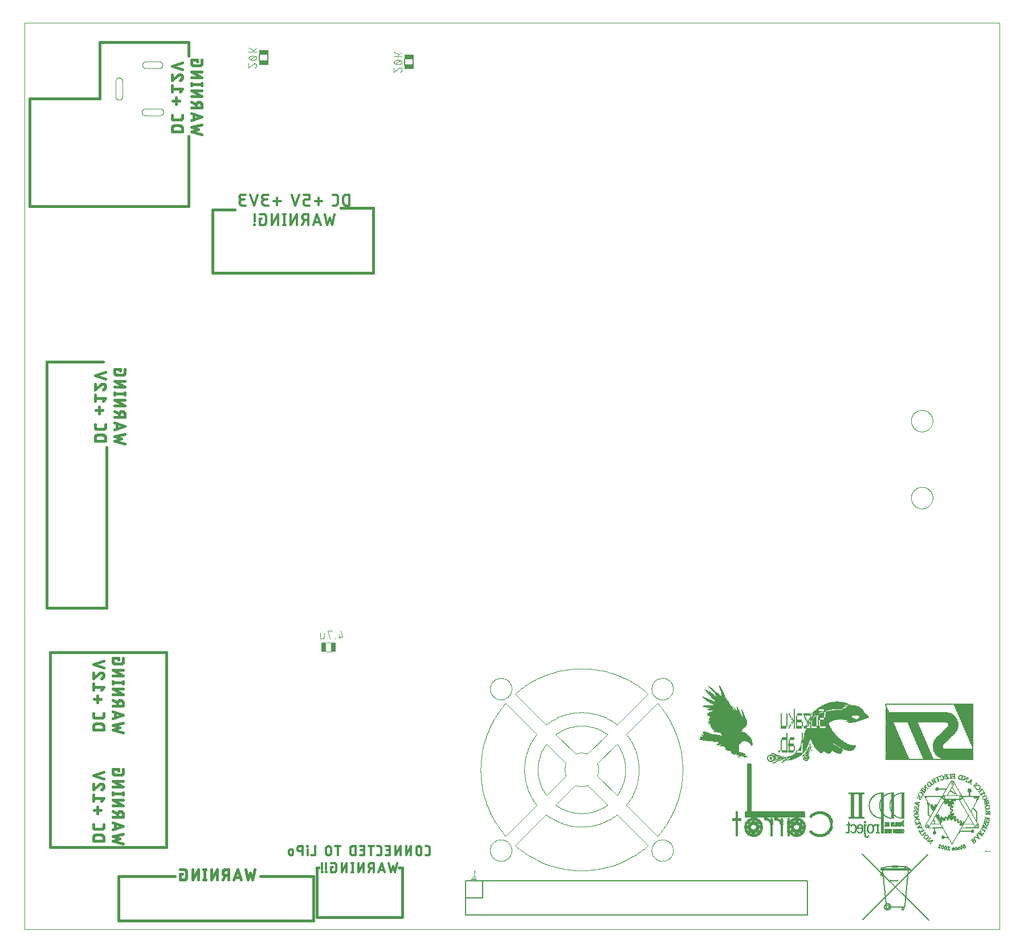
<source format=gbo>
G04 EAGLE Gerber X2 export*
%TF.Part,Single*%
%TF.FileFunction,Other,Silk bottom*%
%TF.FilePolarity,Positive*%
%TF.GenerationSoftware,Autodesk,EAGLE,9.4.0*%
%TF.CreationDate,2019-06-23T03:26:36Z*%
G75*
%MOMM*%
%FSLAX34Y34*%
%LPD*%
%INSilk bottom*%
%AMOC8*
5,1,8,0,0,1.08239X$1,22.5*%
G01*
%ADD10C,0.000000*%
%ADD11C,0.001000*%
%ADD12C,0.381000*%
%ADD13C,0.406400*%
%ADD14C,0.330200*%
%ADD15C,0.304800*%
%ADD16C,0.152400*%
%ADD17R,1.400000X0.650000*%
%ADD18C,0.101600*%
%ADD19C,0.127000*%
%ADD20R,0.750100X1.450100*%
%ADD21C,0.144800*%
%ADD22R,13.004800X0.010162*%
%ADD23R,13.004800X0.010159*%
%ADD24R,4.836163X0.010159*%
%ADD25R,1.544322X0.010159*%
%ADD26R,3.495038X0.010159*%
%ADD27R,4.805681X0.010162*%
%ADD28R,1.534159X0.010162*%
%ADD29R,3.495038X0.010162*%
%ADD30R,4.795522X0.010159*%
%ADD31R,1.544319X0.010159*%
%ADD32R,3.484878X0.010159*%
%ADD33R,4.785363X0.010159*%
%ADD34R,1.534159X0.010159*%
%ADD35R,4.775200X0.010159*%
%ADD36R,3.474719X0.010159*%
%ADD37R,4.775200X0.010162*%
%ADD38R,3.474719X0.010162*%
%ADD39R,3.464559X0.010159*%
%ADD40R,3.454400X0.010159*%
%ADD41R,4.805681X0.010159*%
%ADD42R,1.534163X0.010159*%
%ADD43R,4.815841X0.010162*%
%ADD44R,1.534163X0.010162*%
%ADD45R,3.444238X0.010162*%
%ADD46R,4.826000X0.010159*%
%ADD47R,3.444238X0.010159*%
%ADD48R,4.846322X0.010159*%
%ADD49R,4.876800X0.010159*%
%ADD50R,3.434078X0.010159*%
%ADD51R,4.897122X0.010159*%
%ADD52R,4.927600X0.010162*%
%ADD53R,1.544319X0.010162*%
%ADD54R,3.423919X0.010162*%
%ADD55R,4.947922X0.010159*%
%ADD56R,3.423919X0.010159*%
%ADD57R,4.968241X0.010159*%
%ADD58R,3.413759X0.010159*%
%ADD59R,4.988563X0.010159*%
%ADD60R,5.008881X0.010159*%
%ADD61R,5.029200X0.010162*%
%ADD62R,1.544322X0.010162*%
%ADD63R,3.403600X0.010162*%
%ADD64R,5.049522X0.010159*%
%ADD65R,3.403600X0.010159*%
%ADD66R,5.059681X0.010159*%
%ADD67R,3.393438X0.010159*%
%ADD68R,5.080000X0.010159*%
%ADD69R,5.100322X0.010159*%
%ADD70R,3.383278X0.010159*%
%ADD71R,5.110481X0.010162*%
%ADD72R,3.383278X0.010162*%
%ADD73R,5.130800X0.010159*%
%ADD74R,3.373119X0.010159*%
%ADD75R,5.140963X0.010159*%
%ADD76R,5.161281X0.010159*%
%ADD77R,5.171441X0.010159*%
%ADD78R,3.362959X0.010159*%
%ADD79R,5.191763X0.010162*%
%ADD80R,3.362959X0.010162*%
%ADD81R,5.201922X0.010159*%
%ADD82R,3.352800X0.010159*%
%ADD83R,5.212081X0.010159*%
%ADD84R,5.232400X0.010159*%
%ADD85R,3.342638X0.010159*%
%ADD86R,5.242563X0.010159*%
%ADD87R,5.252722X0.010162*%
%ADD88R,3.342638X0.010162*%
%ADD89R,5.273041X0.010159*%
%ADD90R,3.332478X0.010159*%
%ADD91R,5.283200X0.010159*%
%ADD92R,5.293363X0.010159*%
%ADD93R,3.322319X0.010159*%
%ADD94R,5.313681X0.010159*%
%ADD95R,5.323841X0.010162*%
%ADD96R,3.312159X0.010162*%
%ADD97R,5.334000X0.010159*%
%ADD98R,3.312159X0.010159*%
%ADD99R,5.344163X0.010159*%
%ADD100R,5.364481X0.010159*%
%ADD101R,3.302000X0.010159*%
%ADD102R,5.374641X0.010159*%
%ADD103R,5.384800X0.010162*%
%ADD104R,3.291838X0.010162*%
%ADD105R,5.394963X0.010159*%
%ADD106R,3.291838X0.010159*%
%ADD107R,5.405122X0.010159*%
%ADD108R,3.281678X0.010159*%
%ADD109R,5.415281X0.010159*%
%ADD110R,5.425441X0.010159*%
%ADD111R,5.435600X0.010162*%
%ADD112R,3.271519X0.010162*%
%ADD113R,5.455922X0.010159*%
%ADD114R,3.271519X0.010159*%
%ADD115R,5.466081X0.010159*%
%ADD116R,3.261359X0.010159*%
%ADD117R,5.476241X0.010159*%
%ADD118R,5.486400X0.010159*%
%ADD119R,3.251200X0.010159*%
%ADD120R,5.496563X0.010162*%
%ADD121R,3.251200X0.010162*%
%ADD122R,5.506722X0.010159*%
%ADD123R,3.241038X0.010159*%
%ADD124R,5.516881X0.010159*%
%ADD125R,5.527041X0.010159*%
%ADD126R,3.230878X0.010159*%
%ADD127R,5.537200X0.010162*%
%ADD128R,3.230878X0.010162*%
%ADD129R,5.547363X0.010159*%
%ADD130R,3.220719X0.010159*%
%ADD131R,5.557522X0.010159*%
%ADD132R,5.567681X0.010159*%
%ADD133R,3.210559X0.010159*%
%ADD134R,5.577841X0.010162*%
%ADD135R,3.210559X0.010162*%
%ADD136R,5.588000X0.010159*%
%ADD137R,3.200400X0.010159*%
%ADD138R,5.598162X0.010159*%
%ADD139R,5.608322X0.010159*%
%ADD140R,3.190238X0.010159*%
%ADD141R,5.618481X0.010162*%
%ADD142R,3.180078X0.010162*%
%ADD143R,5.628641X0.010159*%
%ADD144R,3.180078X0.010159*%
%ADD145R,5.638800X0.010159*%
%ADD146R,5.648963X0.010159*%
%ADD147R,3.169919X0.010159*%
%ADD148R,5.659122X0.010162*%
%ADD149R,3.159759X0.010162*%
%ADD150R,5.669281X0.010159*%
%ADD151R,3.159759X0.010159*%
%ADD152R,3.149600X0.010159*%
%ADD153R,5.679441X0.010159*%
%ADD154R,5.689600X0.010159*%
%ADD155R,5.699763X0.010162*%
%ADD156R,3.139438X0.010162*%
%ADD157R,5.699763X0.010159*%
%ADD158R,3.139438X0.010159*%
%ADD159R,5.709922X0.010159*%
%ADD160R,3.129278X0.010159*%
%ADD161R,5.720081X0.010159*%
%ADD162R,3.119119X0.010159*%
%ADD163R,5.730241X0.010162*%
%ADD164R,3.119119X0.010162*%
%ADD165R,5.730241X0.010159*%
%ADD166R,5.740400X0.010159*%
%ADD167R,3.108959X0.010159*%
%ADD168R,5.750563X0.010159*%
%ADD169R,3.098800X0.010159*%
%ADD170R,5.760722X0.010162*%
%ADD171R,3.098800X0.010162*%
%ADD172R,5.770881X0.010159*%
%ADD173R,3.088638X0.010159*%
%ADD174R,5.781041X0.010159*%
%ADD175R,3.078478X0.010159*%
%ADD176R,5.791200X0.010162*%
%ADD177R,3.078478X0.010162*%
%ADD178R,5.791200X0.010159*%
%ADD179R,3.068319X0.010159*%
%ADD180R,5.801363X0.010159*%
%ADD181R,3.058159X0.010159*%
%ADD182R,5.811522X0.010159*%
%ADD183R,5.811522X0.010162*%
%ADD184R,3.058159X0.010162*%
%ADD185R,5.821681X0.010159*%
%ADD186R,3.048000X0.010159*%
%ADD187R,5.831841X0.010159*%
%ADD188R,3.037838X0.010159*%
%ADD189R,5.842000X0.010162*%
%ADD190R,3.027678X0.010162*%
%ADD191R,5.842000X0.010159*%
%ADD192R,3.027678X0.010159*%
%ADD193R,5.852163X0.010159*%
%ADD194R,3.017519X0.010159*%
%ADD195R,5.862322X0.010162*%
%ADD196R,3.007359X0.010162*%
%ADD197R,5.862322X0.010159*%
%ADD198R,3.007359X0.010159*%
%ADD199R,5.872481X0.010159*%
%ADD200R,2.997200X0.010159*%
%ADD201R,2.987038X0.010159*%
%ADD202R,5.882641X0.010162*%
%ADD203R,2.987038X0.010162*%
%ADD204R,5.882641X0.010159*%
%ADD205R,5.892800X0.010159*%
%ADD206R,2.976878X0.010159*%
%ADD207R,2.966719X0.010159*%
%ADD208R,5.902963X0.010162*%
%ADD209R,2.966719X0.010162*%
%ADD210R,5.902963X0.010159*%
%ADD211R,2.956559X0.010159*%
%ADD212R,5.913122X0.010159*%
%ADD213R,2.946400X0.010159*%
%ADD214R,5.913122X0.010162*%
%ADD215R,2.946400X0.010162*%
%ADD216R,5.923281X0.010159*%
%ADD217R,2.936238X0.010159*%
%ADD218R,2.926078X0.010159*%
%ADD219R,5.933441X0.010159*%
%ADD220R,5.933441X0.010162*%
%ADD221R,2.926078X0.010162*%
%ADD222R,2.915919X0.010159*%
%ADD223R,5.943600X0.010159*%
%ADD224R,2.905759X0.010159*%
%ADD225R,5.943600X0.010162*%
%ADD226R,2.895600X0.010162*%
%ADD227R,5.953762X0.010159*%
%ADD228R,2.895600X0.010159*%
%ADD229R,2.885438X0.010159*%
%ADD230R,5.963922X0.010159*%
%ADD231R,5.963922X0.010162*%
%ADD232R,2.875278X0.010162*%
%ADD233R,2.875278X0.010159*%
%ADD234R,2.865119X0.010159*%
%ADD235R,5.974081X0.010159*%
%ADD236R,0.040641X0.010159*%
%ADD237R,1.737359X0.010159*%
%ADD238R,0.040641X0.010162*%
%ADD239R,1.696719X0.010162*%
%ADD240R,2.854959X0.010162*%
%ADD241R,0.050800X0.010159*%
%ADD242R,1.666241X0.010159*%
%ADD243R,2.854959X0.010159*%
%ADD244R,1.645919X0.010159*%
%ADD245R,2.844800X0.010159*%
%ADD246R,0.060963X0.010159*%
%ADD247R,1.635759X0.010159*%
%ADD248R,1.615441X0.010159*%
%ADD249R,2.834637X0.010159*%
%ADD250R,0.071122X0.010162*%
%ADD251R,1.605278X0.010162*%
%ADD252R,2.834637X0.010162*%
%ADD253R,0.071122X0.010159*%
%ADD254R,1.584959X0.010159*%
%ADD255R,1.574800X0.010159*%
%ADD256R,2.824478X0.010159*%
%ADD257R,0.081281X0.010159*%
%ADD258R,1.564641X0.010159*%
%ADD259R,1.564638X0.010159*%
%ADD260R,2.814319X0.010159*%
%ADD261R,0.091441X0.010162*%
%ADD262R,2.814319X0.010162*%
%ADD263R,0.091441X0.010159*%
%ADD264R,2.804159X0.010159*%
%ADD265R,0.101600X0.010159*%
%ADD266R,1.524000X0.010159*%
%ADD267R,2.794000X0.010159*%
%ADD268R,1.513838X0.010159*%
%ADD269R,0.111763X0.010162*%
%ADD270R,1.503678X0.010162*%
%ADD271R,2.794000X0.010162*%
%ADD272R,0.111763X0.010159*%
%ADD273R,1.503678X0.010159*%
%ADD274R,2.783838X0.010159*%
%ADD275R,0.121922X0.010159*%
%ADD276R,1.493519X0.010159*%
%ADD277R,1.493522X0.010159*%
%ADD278R,2.773678X0.010159*%
%ADD279R,0.132081X0.010159*%
%ADD280R,0.132081X0.010162*%
%ADD281R,1.483363X0.010162*%
%ADD282R,2.763519X0.010162*%
%ADD283R,0.142241X0.010159*%
%ADD284R,1.483363X0.010159*%
%ADD285R,2.763519X0.010159*%
%ADD286R,1.473200X0.010159*%
%ADD287R,2.753359X0.010159*%
%ADD288R,0.152400X0.010159*%
%ADD289R,1.463041X0.010159*%
%ADD290R,0.152400X0.010162*%
%ADD291R,1.463041X0.010162*%
%ADD292R,2.743200X0.010162*%
%ADD293R,0.162562X0.010159*%
%ADD294R,2.743200X0.010159*%
%ADD295R,2.733038X0.010159*%
%ADD296R,0.172722X0.010159*%
%ADD297R,1.452881X0.010159*%
%ADD298R,0.172722X0.010162*%
%ADD299R,1.452881X0.010162*%
%ADD300R,2.722878X0.010162*%
%ADD301R,0.182881X0.010159*%
%ADD302R,2.722878X0.010159*%
%ADD303R,2.712719X0.010159*%
%ADD304R,0.193041X0.010159*%
%ADD305R,2.702559X0.010159*%
%ADD306R,0.203200X0.010162*%
%ADD307R,2.702559X0.010162*%
%ADD308R,0.203200X0.010159*%
%ADD309R,2.692400X0.010159*%
%ADD310R,0.213363X0.010159*%
%ADD311R,2.682238X0.010159*%
%ADD312R,0.223522X0.010162*%
%ADD313R,2.682238X0.010162*%
%ADD314R,0.223522X0.010159*%
%ADD315R,2.672078X0.010159*%
%ADD316R,0.233681X0.010159*%
%ADD317R,2.661919X0.010159*%
%ADD318R,0.243841X0.010162*%
%ADD319R,2.661919X0.010162*%
%ADD320R,0.243841X0.010159*%
%ADD321R,2.651759X0.010159*%
%ADD322R,0.254000X0.010159*%
%ADD323R,2.641600X0.010159*%
%ADD324R,0.264163X0.010159*%
%ADD325R,0.264163X0.010162*%
%ADD326R,2.631438X0.010162*%
%ADD327R,2.631438X0.010159*%
%ADD328R,0.274322X0.010159*%
%ADD329R,1.503681X0.010159*%
%ADD330R,2.621278X0.010159*%
%ADD331R,0.284481X0.010159*%
%ADD332R,0.284481X0.010162*%
%ADD333R,2.611119X0.010162*%
%ADD334R,0.294641X0.010159*%
%ADD335R,2.611119X0.010159*%
%ADD336R,2.600959X0.010159*%
%ADD337R,0.304800X0.010159*%
%ADD338R,0.304800X0.010162*%
%ADD339R,2.590800X0.010162*%
%ADD340R,0.314963X0.010159*%
%ADD341R,2.590800X0.010159*%
%ADD342R,2.580637X0.010159*%
%ADD343R,0.325122X0.010159*%
%ADD344R,1.554478X0.010159*%
%ADD345R,2.570478X0.010159*%
%ADD346R,0.325122X0.010162*%
%ADD347R,1.574800X0.010162*%
%ADD348R,2.570478X0.010162*%
%ADD349R,0.335281X0.010159*%
%ADD350R,2.560319X0.010159*%
%ADD351R,0.345441X0.010159*%
%ADD352R,1.595119X0.010159*%
%ADD353R,1.605281X0.010159*%
%ADD354R,2.550159X0.010159*%
%ADD355R,0.355600X0.010162*%
%ADD356R,1.615441X0.010162*%
%ADD357R,2.550159X0.010162*%
%ADD358R,0.355600X0.010159*%
%ADD359R,1.625600X0.010159*%
%ADD360R,2.540000X0.010159*%
%ADD361R,0.365762X0.010159*%
%ADD362R,1.645922X0.010159*%
%ADD363R,2.529838X0.010159*%
%ADD364R,0.375922X0.010162*%
%ADD365R,1.656081X0.010162*%
%ADD366R,2.529838X0.010162*%
%ADD367R,0.375922X0.010159*%
%ADD368R,1.656081X0.010159*%
%ADD369R,2.519678X0.010159*%
%ADD370R,0.386081X0.010159*%
%ADD371R,1.676400X0.010159*%
%ADD372R,2.509519X0.010159*%
%ADD373R,1.686563X0.010159*%
%ADD374R,0.396241X0.010162*%
%ADD375R,2.509519X0.010162*%
%ADD376R,0.396241X0.010159*%
%ADD377R,1.706878X0.010159*%
%ADD378R,2.499359X0.010159*%
%ADD379R,0.406400X0.010159*%
%ADD380R,1.717037X0.010159*%
%ADD381R,1.727200X0.010159*%
%ADD382R,2.489200X0.010159*%
%ADD383R,0.416563X0.010159*%
%ADD384R,0.416563X0.010162*%
%ADD385R,1.737359X0.010162*%
%ADD386R,2.479038X0.010162*%
%ADD387R,1.747519X0.010159*%
%ADD388R,2.479038X0.010159*%
%ADD389R,0.426722X0.010159*%
%ADD390R,1.757678X0.010159*%
%ADD391R,1.757681X0.010159*%
%ADD392R,2.468878X0.010159*%
%ADD393R,0.436881X0.010159*%
%ADD394R,1.767841X0.010159*%
%ADD395R,0.436881X0.010162*%
%ADD396R,1.778000X0.010162*%
%ADD397R,2.458719X0.010162*%
%ADD398R,0.447041X0.010159*%
%ADD399R,1.788159X0.010159*%
%ADD400R,2.458719X0.010159*%
%ADD401R,2.448559X0.010159*%
%ADD402R,0.457200X0.010159*%
%ADD403R,1.798322X0.010159*%
%ADD404R,1.808481X0.010159*%
%ADD405R,2.438400X0.010159*%
%ADD406R,0.457200X0.010162*%
%ADD407R,1.808481X0.010162*%
%ADD408R,2.438400X0.010162*%
%ADD409R,0.467363X0.010159*%
%ADD410R,1.818641X0.010159*%
%ADD411R,1.828800X0.010159*%
%ADD412R,2.428238X0.010159*%
%ADD413R,0.477522X0.010159*%
%ADD414R,1.838959X0.010159*%
%ADD415R,2.418078X0.010159*%
%ADD416R,0.487681X0.010162*%
%ADD417R,1.849119X0.010162*%
%ADD418R,2.418078X0.010162*%
%ADD419R,0.487681X0.010159*%
%ADD420R,1.849119X0.010159*%
%ADD421R,2.407919X0.010159*%
%ADD422R,1.859278X0.010159*%
%ADD423R,0.497841X0.010159*%
%ADD424R,1.869441X0.010159*%
%ADD425R,2.397759X0.010159*%
%ADD426R,0.508000X0.010162*%
%ADD427R,1.879600X0.010162*%
%ADD428R,2.397759X0.010162*%
%ADD429R,0.508000X0.010159*%
%ADD430R,1.889759X0.010159*%
%ADD431R,2.387600X0.010159*%
%ADD432R,0.518162X0.010159*%
%ADD433R,1.899922X0.010159*%
%ADD434R,1.910081X0.010159*%
%ADD435R,2.377438X0.010159*%
%ADD436R,0.528322X0.010162*%
%ADD437R,1.920241X0.010162*%
%ADD438R,2.377438X0.010162*%
%ADD439R,0.528322X0.010159*%
%ADD440R,1.920238X0.010159*%
%ADD441R,2.367278X0.010159*%
%ADD442R,0.538481X0.010159*%
%ADD443R,1.930400X0.010159*%
%ADD444R,2.357119X0.010159*%
%ADD445R,0.548641X0.010159*%
%ADD446R,1.940559X0.010159*%
%ADD447R,0.548641X0.010162*%
%ADD448R,1.950719X0.010162*%
%ADD449R,2.346959X0.010162*%
%ADD450R,1.950719X0.010159*%
%ADD451R,2.346959X0.010159*%
%ADD452R,0.558800X0.010159*%
%ADD453R,1.960881X0.010159*%
%ADD454R,2.336800X0.010159*%
%ADD455R,0.568963X0.010159*%
%ADD456R,0.568963X0.010162*%
%ADD457R,1.971041X0.010162*%
%ADD458R,2.326637X0.010162*%
%ADD459R,0.579122X0.010159*%
%ADD460R,1.971037X0.010159*%
%ADD461R,2.326637X0.010159*%
%ADD462R,1.981200X0.010159*%
%ADD463R,2.316478X0.010159*%
%ADD464R,0.589281X0.010159*%
%ADD465R,1.991359X0.010159*%
%ADD466R,0.589281X0.010162*%
%ADD467R,1.991359X0.010162*%
%ADD468R,2.306319X0.010162*%
%ADD469R,0.599441X0.010159*%
%ADD470R,2.001519X0.010159*%
%ADD471R,2.306319X0.010159*%
%ADD472R,2.001522X0.010159*%
%ADD473R,2.296159X0.010159*%
%ADD474R,0.609600X0.010159*%
%ADD475R,2.011681X0.010159*%
%ADD476R,2.286000X0.010159*%
%ADD477R,0.609600X0.010162*%
%ADD478R,2.011678X0.010162*%
%ADD479R,2.286000X0.010162*%
%ADD480R,0.619762X0.010159*%
%ADD481R,2.021838X0.010159*%
%ADD482R,2.021841X0.010159*%
%ADD483R,2.275838X0.010159*%
%ADD484R,0.629922X0.010159*%
%ADD485R,2.042159X0.010159*%
%ADD486R,2.265678X0.010159*%
%ADD487R,0.640081X0.010162*%
%ADD488R,2.042159X0.010162*%
%ADD489R,2.265678X0.010162*%
%ADD490R,0.640081X0.010159*%
%ADD491R,2.052322X0.010159*%
%ADD492R,2.255519X0.010159*%
%ADD493R,0.650241X0.010159*%
%ADD494R,2.062481X0.010159*%
%ADD495R,2.245359X0.010159*%
%ADD496R,2.062478X0.010159*%
%ADD497R,0.660400X0.010162*%
%ADD498R,2.062478X0.010162*%
%ADD499R,2.245359X0.010162*%
%ADD500R,0.660400X0.010159*%
%ADD501R,2.072641X0.010159*%
%ADD502R,2.235200X0.010159*%
%ADD503R,0.670563X0.010159*%
%ADD504R,2.225038X0.010159*%
%ADD505R,2.082800X0.010159*%
%ADD506R,0.680722X0.010162*%
%ADD507R,2.082800X0.010162*%
%ADD508R,2.214878X0.010162*%
%ADD509R,0.680722X0.010159*%
%ADD510R,2.214878X0.010159*%
%ADD511R,0.690881X0.010159*%
%ADD512R,2.092959X0.010159*%
%ADD513R,2.204719X0.010159*%
%ADD514R,0.701041X0.010159*%
%ADD515R,0.701041X0.010162*%
%ADD516R,2.092959X0.010162*%
%ADD517R,2.194559X0.010162*%
%ADD518R,2.092963X0.010159*%
%ADD519R,2.194559X0.010159*%
%ADD520R,0.711200X0.010159*%
%ADD521R,2.184400X0.010159*%
%ADD522R,2.103119X0.010159*%
%ADD523R,0.721363X0.010159*%
%ADD524R,0.721363X0.010162*%
%ADD525R,2.103119X0.010162*%
%ADD526R,2.174238X0.010162*%
%ADD527R,0.731522X0.010159*%
%ADD528R,2.103122X0.010159*%
%ADD529R,2.174238X0.010159*%
%ADD530R,2.164078X0.010159*%
%ADD531R,0.741681X0.010159*%
%ADD532R,2.113278X0.010159*%
%ADD533R,2.153919X0.010159*%
%ADD534R,0.741681X0.010162*%
%ADD535R,2.123441X0.010162*%
%ADD536R,2.153919X0.010162*%
%ADD537R,0.751841X0.010159*%
%ADD538R,2.123441X0.010159*%
%ADD539R,2.143759X0.010159*%
%ADD540R,0.762000X0.010159*%
%ADD541R,2.123438X0.010159*%
%ADD542R,2.133600X0.010159*%
%ADD543R,0.762000X0.010162*%
%ADD544R,2.133600X0.010162*%
%ADD545R,0.772163X0.010159*%
%ADD546R,2.113281X0.010159*%
%ADD547R,0.782322X0.010159*%
%ADD548R,0.792481X0.010162*%
%ADD549R,2.113281X0.010162*%
%ADD550R,2.113278X0.010162*%
%ADD551R,0.792481X0.010159*%
%ADD552R,0.802641X0.010159*%
%ADD553R,0.812800X0.010162*%
%ADD554R,0.812800X0.010159*%
%ADD555R,0.822963X0.010159*%
%ADD556R,2.072637X0.010159*%
%ADD557R,0.833122X0.010159*%
%ADD558R,0.833122X0.010162*%
%ADD559R,0.843281X0.010159*%
%ADD560R,2.052319X0.010159*%
%ADD561R,0.853441X0.010159*%
%ADD562R,0.853441X0.010162*%
%ADD563R,0.863600X0.010159*%
%ADD564R,2.032000X0.010159*%
%ADD565R,0.873762X0.010159*%
%ADD566R,0.873762X0.010162*%
%ADD567R,2.021838X0.010162*%
%ADD568R,0.883922X0.010159*%
%ADD569R,2.011678X0.010159*%
%ADD570R,0.894081X0.010159*%
%ADD571R,0.894081X0.010162*%
%ADD572R,2.001519X0.010162*%
%ADD573R,0.904241X0.010159*%
%ADD574R,0.914400X0.010159*%
%ADD575R,0.924563X0.010162*%
%ADD576R,1.981200X0.010162*%
%ADD577R,0.924563X0.010159*%
%ADD578R,0.934722X0.010159*%
%ADD579R,1.960878X0.010159*%
%ADD580R,0.944881X0.010162*%
%ADD581R,1.960878X0.010162*%
%ADD582R,0.944881X0.010159*%
%ADD583R,0.955041X0.010159*%
%ADD584R,0.965200X0.010162*%
%ADD585R,1.930400X0.010162*%
%ADD586R,0.965200X0.010159*%
%ADD587R,0.975363X0.010159*%
%ADD588R,0.985522X0.010159*%
%ADD589R,0.985522X0.010162*%
%ADD590R,1.910078X0.010162*%
%ADD591R,1.910078X0.010159*%
%ADD592R,0.995681X0.010159*%
%ADD593R,1.899919X0.010159*%
%ADD594R,1.005841X0.010159*%
%ADD595R,1.005841X0.010162*%
%ADD596R,1.889759X0.010162*%
%ADD597R,1.016000X0.010159*%
%ADD598R,1.879600X0.010159*%
%ADD599R,1.026163X0.010159*%
%ADD600R,1.869438X0.010159*%
%ADD601R,1.026163X0.010162*%
%ADD602R,1.869438X0.010162*%
%ADD603R,1.036322X0.010159*%
%ADD604R,1.046481X0.010159*%
%ADD605R,1.046481X0.010162*%
%ADD606R,1.056641X0.010159*%
%ADD607R,1.066800X0.010159*%
%ADD608R,1.076963X0.010162*%
%ADD609R,2.103122X0.010162*%
%ADD610R,1.828800X0.010162*%
%ADD611R,1.076963X0.010159*%
%ADD612R,1.818638X0.010159*%
%ADD613R,1.087122X0.010159*%
%ADD614R,1.808478X0.010159*%
%ADD615R,1.097281X0.010162*%
%ADD616R,2.092963X0.010162*%
%ADD617R,1.798319X0.010162*%
%ADD618R,1.097281X0.010159*%
%ADD619R,1.798319X0.010159*%
%ADD620R,1.107441X0.010159*%
%ADD621R,1.117600X0.010162*%
%ADD622R,1.117600X0.010159*%
%ADD623R,1.778000X0.010159*%
%ADD624R,1.127763X0.010159*%
%ADD625R,1.767838X0.010159*%
%ADD626R,1.137922X0.010159*%
%ADD627R,1.137922X0.010162*%
%ADD628R,2.052319X0.010162*%
%ADD629R,1.757678X0.010162*%
%ADD630R,1.148081X0.010159*%
%ADD631R,1.158241X0.010159*%
%ADD632R,2.042162X0.010159*%
%ADD633R,1.158241X0.010162*%
%ADD634R,1.168400X0.010159*%
%ADD635R,1.178562X0.010159*%
%ADD636R,1.178562X0.010162*%
%ADD637R,1.717037X0.010162*%
%ADD638R,1.188722X0.010159*%
%ADD639R,1.198881X0.010159*%
%ADD640R,1.696719X0.010159*%
%ADD641R,1.209041X0.010162*%
%ADD642R,1.209041X0.010159*%
%ADD643R,1.686559X0.010159*%
%ADD644R,1.219200X0.010159*%
%ADD645R,1.229363X0.010162*%
%ADD646R,1.971037X0.010162*%
%ADD647R,1.666238X0.010162*%
%ADD648R,1.229363X0.010159*%
%ADD649R,1.666238X0.010159*%
%ADD650R,1.239522X0.010159*%
%ADD651R,1.940563X0.010159*%
%ADD652R,1.656078X0.010159*%
%ADD653R,1.249681X0.010162*%
%ADD654R,1.645919X0.010162*%
%ADD655R,1.249681X0.010159*%
%ADD656R,1.259841X0.010159*%
%ADD657R,1.920241X0.010159*%
%ADD658R,1.270000X0.010159*%
%ADD659R,1.270000X0.010162*%
%ADD660R,1.625600X0.010162*%
%ADD661R,1.280163X0.010159*%
%ADD662R,1.615438X0.010159*%
%ADD663R,1.889763X0.010159*%
%ADD664R,1.290322X0.010159*%
%ADD665R,1.605278X0.010159*%
%ADD666R,1.290322X0.010162*%
%ADD667R,1.300481X0.010159*%
%ADD668R,1.859281X0.010159*%
%ADD669R,1.310641X0.010159*%
%ADD670R,1.310641X0.010162*%
%ADD671R,1.838959X0.010162*%
%ADD672R,1.584959X0.010162*%
%ADD673R,1.320800X0.010159*%
%ADD674R,1.330963X0.010159*%
%ADD675R,1.330963X0.010162*%
%ADD676R,1.808478X0.010162*%
%ADD677R,1.564638X0.010162*%
%ADD678R,1.341122X0.010159*%
%ADD679R,1.351281X0.010159*%
%ADD680R,1.788163X0.010159*%
%ADD681R,1.361441X0.010162*%
%ADD682R,1.757681X0.010162*%
%ADD683R,1.361441X0.010159*%
%ADD684R,1.747522X0.010159*%
%ADD685R,1.371600X0.010159*%
%ADD686R,1.381763X0.010162*%
%ADD687R,1.727200X0.010162*%
%ADD688R,1.513838X0.010162*%
%ADD689R,1.381763X0.010159*%
%ADD690R,1.717041X0.010159*%
%ADD691R,1.391922X0.010159*%
%ADD692R,1.706881X0.010159*%
%ADD693R,1.402081X0.010162*%
%ADD694R,1.686559X0.010162*%
%ADD695R,1.493519X0.010162*%
%ADD696R,1.402081X0.010159*%
%ADD697R,1.412241X0.010159*%
%ADD698R,1.483359X0.010159*%
%ADD699R,1.422400X0.010159*%
%ADD700R,1.422400X0.010162*%
%ADD701R,1.473200X0.010162*%
%ADD702R,1.432562X0.010159*%
%ADD703R,1.635763X0.010159*%
%ADD704R,1.463037X0.010159*%
%ADD705R,1.442722X0.010159*%
%ADD706R,1.452878X0.010159*%
%ADD707R,1.442722X0.010162*%
%ADD708R,1.605281X0.010162*%
%ADD709R,1.452878X0.010162*%
%ADD710R,1.595122X0.010159*%
%ADD711R,1.442719X0.010159*%
%ADD712R,1.432559X0.010159*%
%ADD713R,1.564641X0.010162*%
%ADD714R,1.432559X0.010162*%
%ADD715R,1.554481X0.010159*%
%ADD716R,1.412238X0.010159*%
%ADD717R,1.493522X0.010162*%
%ADD718R,1.524000X0.010162*%
%ADD719R,1.412238X0.010162*%
%ADD720R,1.402078X0.010159*%
%ADD721R,1.513841X0.010159*%
%ADD722R,1.391919X0.010159*%
%ADD723R,1.513841X0.010162*%
%ADD724R,1.381759X0.010162*%
%ADD725R,1.381759X0.010159*%
%ADD726R,1.361438X0.010162*%
%ADD727R,1.361438X0.010159*%
%ADD728R,1.351278X0.010159*%
%ADD729R,1.554481X0.010162*%
%ADD730R,1.341119X0.010162*%
%ADD731R,1.341119X0.010159*%
%ADD732R,1.330959X0.010159*%
%ADD733R,1.320800X0.010162*%
%ADD734R,1.584963X0.010159*%
%ADD735R,1.310638X0.010159*%
%ADD736R,1.300478X0.010159*%
%ADD737R,1.595122X0.010162*%
%ADD738R,1.300478X0.010162*%
%ADD739R,1.290319X0.010159*%
%ADD740R,1.280159X0.010159*%
%ADD741R,1.483359X0.010162*%
%ADD742R,1.280159X0.010162*%
%ADD743R,1.259838X0.010159*%
%ADD744R,1.645922X0.010162*%
%ADD745R,1.249678X0.010162*%
%ADD746R,1.249678X0.010159*%
%ADD747R,1.239519X0.010159*%
%ADD748R,1.666241X0.010162*%
%ADD749R,1.229359X0.010162*%
%ADD750R,1.229359X0.010159*%
%ADD751R,1.686563X0.010162*%
%ADD752R,1.209037X0.010162*%
%ADD753R,1.209037X0.010159*%
%ADD754R,1.696722X0.010159*%
%ADD755R,1.198878X0.010159*%
%ADD756R,1.188719X0.010159*%
%ADD757R,1.706881X0.010162*%
%ADD758R,1.188719X0.010162*%
%ADD759R,1.178559X0.010159*%
%ADD760R,1.696722X0.010162*%
%ADD761R,1.168400X0.010162*%
%ADD762R,1.737363X0.010159*%
%ADD763R,1.158238X0.010159*%
%ADD764R,10.759438X0.010159*%
%ADD765R,1.747522X0.010162*%
%ADD766R,10.759438X0.010162*%
%ADD767R,10.749278X0.010159*%
%ADD768R,1.767841X0.010162*%
%ADD769R,10.739119X0.010162*%
%ADD770R,10.739119X0.010159*%
%ADD771R,10.728959X0.010159*%
%ADD772R,1.798322X0.010162*%
%ADD773R,10.728959X0.010162*%
%ADD774R,10.718800X0.010159*%
%ADD775R,1.818641X0.010162*%
%ADD776R,10.708638X0.010162*%
%ADD777R,10.708638X0.010159*%
%ADD778R,10.698478X0.010159*%
%ADD779R,1.838963X0.010159*%
%ADD780R,1.838963X0.010162*%
%ADD781R,10.698478X0.010162*%
%ADD782R,10.688319X0.010159*%
%ADD783R,1.849122X0.010159*%
%ADD784R,10.678159X0.010159*%
%ADD785R,1.859281X0.010162*%
%ADD786R,10.678159X0.010162*%
%ADD787R,10.668000X0.010159*%
%ADD788R,10.657838X0.010159*%
%ADD789R,10.657838X0.010162*%
%ADD790R,10.647678X0.010159*%
%ADD791R,10.637519X0.010159*%
%ADD792R,1.899922X0.010162*%
%ADD793R,10.637519X0.010162*%
%ADD794R,10.627359X0.010159*%
%ADD795R,10.617200X0.010159*%
%ADD796R,10.607038X0.010162*%
%ADD797R,10.607038X0.010159*%
%ADD798R,10.596878X0.010159*%
%ADD799R,10.586719X0.010159*%
%ADD800R,1.950722X0.010162*%
%ADD801R,10.586719X0.010162*%
%ADD802R,1.950722X0.010159*%
%ADD803R,10.576559X0.010159*%
%ADD804R,10.566400X0.010159*%
%ADD805R,10.556237X0.010162*%
%ADD806R,1.971041X0.010159*%
%ADD807R,10.546078X0.010159*%
%ADD808R,10.535919X0.010159*%
%ADD809R,1.991363X0.010159*%
%ADD810R,1.991363X0.010162*%
%ADD811R,10.525759X0.010162*%
%ADD812R,10.525759X0.010159*%
%ADD813R,10.515600X0.010159*%
%ADD814R,10.505438X0.010159*%
%ADD815R,2.011681X0.010162*%
%ADD816R,10.495278X0.010162*%
%ADD817R,10.495278X0.010159*%
%ADD818R,10.485119X0.010159*%
%ADD819R,10.474959X0.010159*%
%ADD820R,2.032000X0.010162*%
%ADD821R,10.464800X0.010162*%
%ADD822R,10.464800X0.010159*%
%ADD823R,10.454638X0.010159*%
%ADD824R,10.444478X0.010159*%
%ADD825R,10.434319X0.010159*%
%ADD826R,2.052322X0.010162*%
%ADD827R,10.434319X0.010162*%
%ADD828R,10.424159X0.010159*%
%ADD829R,10.414000X0.010159*%
%ADD830R,10.403837X0.010159*%
%ADD831R,10.393678X0.010159*%
%ADD832R,10.393678X0.010162*%
%ADD833R,10.383519X0.010159*%
%ADD834R,10.373359X0.010159*%
%ADD835R,10.363200X0.010159*%
%ADD836R,10.353038X0.010159*%
%ADD837R,10.342878X0.010162*%
%ADD838R,10.332719X0.010159*%
%ADD839R,10.322559X0.010159*%
%ADD840R,10.312400X0.010159*%
%ADD841R,10.302238X0.010159*%
%ADD842R,10.292078X0.010162*%
%ADD843R,10.292078X0.010159*%
%ADD844R,10.281919X0.010159*%
%ADD845R,10.271759X0.010159*%
%ADD846R,2.143763X0.010159*%
%ADD847R,10.261600X0.010159*%
%ADD848R,2.143763X0.010162*%
%ADD849R,10.251437X0.010162*%
%ADD850R,2.153922X0.010159*%
%ADD851R,10.241278X0.010159*%
%ADD852R,10.231119X0.010159*%
%ADD853R,10.220959X0.010159*%
%ADD854R,2.164081X0.010159*%
%ADD855R,10.200638X0.010159*%
%ADD856R,2.164081X0.010162*%
%ADD857R,10.190478X0.010162*%
%ADD858R,2.174241X0.010159*%
%ADD859R,10.180319X0.010159*%
%ADD860R,10.170159X0.010159*%
%ADD861R,10.160000X0.010159*%
%ADD862R,10.149838X0.010159*%
%ADD863R,2.184400X0.010162*%
%ADD864R,10.139678X0.010162*%
%ADD865R,2.194562X0.010159*%
%ADD866R,10.129519X0.010159*%
%ADD867R,10.119359X0.010159*%
%ADD868R,2.204722X0.010159*%
%ADD869R,10.099037X0.010159*%
%ADD870R,10.088878X0.010159*%
%ADD871R,2.214881X0.010162*%
%ADD872R,10.078719X0.010162*%
%ADD873R,2.214881X0.010159*%
%ADD874R,10.058400X0.010159*%
%ADD875R,10.048238X0.010159*%
%ADD876R,2.225041X0.010159*%
%ADD877R,10.038078X0.010159*%
%ADD878R,10.017759X0.010159*%
%ADD879R,2.235200X0.010162*%
%ADD880R,10.007600X0.010162*%
%ADD881R,9.987278X0.010159*%
%ADD882R,2.245363X0.010159*%
%ADD883R,9.977119X0.010159*%
%ADD884R,9.956800X0.010159*%
%ADD885R,9.936478X0.010159*%
%ADD886R,2.255522X0.010162*%
%ADD887R,9.926319X0.010162*%
%ADD888R,2.255522X0.010159*%
%ADD889R,9.906000X0.010159*%
%ADD890R,2.265681X0.010159*%
%ADD891R,9.885678X0.010159*%
%ADD892R,9.865359X0.010159*%
%ADD893R,2.275841X0.010159*%
%ADD894R,9.845038X0.010159*%
%ADD895R,2.275841X0.010162*%
%ADD896R,9.834878X0.010162*%
%ADD897R,9.804400X0.010159*%
%ADD898R,9.784078X0.010159*%
%ADD899R,9.763759X0.010159*%
%ADD900R,2.296163X0.010159*%
%ADD901R,9.743438X0.010159*%
%ADD902R,2.296163X0.010162*%
%ADD903R,9.723119X0.010162*%
%ADD904R,2.306322X0.010159*%
%ADD905R,9.702800X0.010159*%
%ADD906R,9.682478X0.010159*%
%ADD907R,9.652000X0.010159*%
%ADD908R,2.316481X0.010159*%
%ADD909R,9.631678X0.010159*%
%ADD910R,2.316481X0.010162*%
%ADD911R,9.611359X0.010162*%
%ADD912R,2.326641X0.010159*%
%ADD913R,9.580878X0.010159*%
%ADD914R,9.550400X0.010159*%
%ADD915R,9.530078X0.010159*%
%ADD916R,9.489438X0.010159*%
%ADD917R,2.336800X0.010162*%
%ADD918R,9.458959X0.010162*%
%ADD919R,2.346963X0.010159*%
%ADD920R,9.418319X0.010159*%
%ADD921R,9.377678X0.010159*%
%ADD922R,2.357122X0.010159*%
%ADD923R,9.326878X0.010159*%
%ADD924R,9.276078X0.010159*%
%ADD925R,2.367281X0.010162*%
%ADD926R,9.215119X0.010162*%
%ADD927R,2.367281X0.010159*%
%ADD928R,9.144000X0.010159*%
%ADD929R,0.528319X0.010159*%
%ADD930R,2.377441X0.010159*%
%ADD931R,0.518159X0.010159*%
%ADD932R,2.387600X0.010162*%
%ADD933R,0.518159X0.010162*%
%ADD934R,2.397763X0.010159*%
%ADD935R,0.497838X0.010159*%
%ADD936R,2.407922X0.010162*%
%ADD937R,0.497838X0.010162*%
%ADD938R,2.407922X0.010159*%
%ADD939R,0.487678X0.010159*%
%ADD940R,2.418081X0.010159*%
%ADD941R,0.477519X0.010159*%
%ADD942R,2.428241X0.010159*%
%ADD943R,2.428241X0.010162*%
%ADD944R,0.467359X0.010162*%
%ADD945R,0.467359X0.010159*%
%ADD946R,2.448562X0.010159*%
%ADD947R,2.448562X0.010162*%
%ADD948R,0.447038X0.010162*%
%ADD949R,2.458722X0.010159*%
%ADD950R,0.447038X0.010159*%
%ADD951R,0.436878X0.010159*%
%ADD952R,2.468881X0.010159*%
%ADD953R,0.426719X0.010159*%
%ADD954R,2.468881X0.010162*%
%ADD955R,0.426719X0.010162*%
%ADD956R,2.479041X0.010159*%
%ADD957R,0.416559X0.010159*%
%ADD958R,2.499363X0.010162*%
%ADD959R,0.406400X0.010162*%
%ADD960R,2.499363X0.010159*%
%ADD961R,0.396238X0.010159*%
%ADD962R,2.509522X0.010159*%
%ADD963R,0.386078X0.010159*%
%ADD964R,2.519681X0.010162*%
%ADD965R,0.386078X0.010162*%
%ADD966R,2.519681X0.010159*%
%ADD967R,0.375919X0.010159*%
%ADD968R,2.529841X0.010159*%
%ADD969R,0.365759X0.010159*%
%ADD970R,2.540000X0.010162*%
%ADD971R,0.365759X0.010162*%
%ADD972R,2.550163X0.010159*%
%ADD973R,0.345438X0.010159*%
%ADD974R,2.560322X0.010159*%
%ADD975R,2.560322X0.010162*%
%ADD976R,0.335278X0.010162*%
%ADD977R,0.335278X0.010159*%
%ADD978R,2.570481X0.010159*%
%ADD979R,0.325119X0.010159*%
%ADD980R,2.580641X0.010159*%
%ADD981R,2.580641X0.010162*%
%ADD982R,0.314959X0.010162*%
%ADD983R,0.314959X0.010159*%
%ADD984R,2.600963X0.010159*%
%ADD985R,2.600963X0.010162*%
%ADD986R,0.294637X0.010162*%
%ADD987R,2.611122X0.010159*%
%ADD988R,0.294637X0.010159*%
%ADD989R,0.284478X0.010159*%
%ADD990R,2.621281X0.010159*%
%ADD991R,0.274319X0.010159*%
%ADD992R,2.621281X0.010162*%
%ADD993R,0.274319X0.010162*%
%ADD994R,2.631441X0.010159*%
%ADD995R,0.264159X0.010159*%
%ADD996R,2.651763X0.010162*%
%ADD997R,0.254000X0.010162*%
%ADD998R,2.651763X0.010159*%
%ADD999R,0.243838X0.010159*%
%ADD1000R,2.661922X0.010159*%
%ADD1001R,0.233678X0.010159*%
%ADD1002R,2.672081X0.010162*%
%ADD1003R,0.233678X0.010162*%
%ADD1004R,2.672081X0.010159*%
%ADD1005R,0.223519X0.010159*%
%ADD1006R,2.682241X0.010159*%
%ADD1007R,0.213359X0.010159*%
%ADD1008R,2.692400X0.010162*%
%ADD1009R,2.702562X0.010159*%
%ADD1010R,0.193038X0.010159*%
%ADD1011R,2.712722X0.010159*%
%ADD1012R,2.712722X0.010162*%
%ADD1013R,0.182878X0.010162*%
%ADD1014R,0.182878X0.010159*%
%ADD1015R,2.722881X0.010159*%
%ADD1016R,0.172719X0.010159*%
%ADD1017R,2.733041X0.010159*%
%ADD1018R,2.733041X0.010162*%
%ADD1019R,0.162559X0.010162*%
%ADD1020R,0.162559X0.010159*%
%ADD1021R,2.753363X0.010159*%
%ADD1022R,0.142238X0.010159*%
%ADD1023R,2.753363X0.010162*%
%ADD1024R,0.142238X0.010162*%
%ADD1025R,2.763522X0.010159*%
%ADD1026R,0.132078X0.010159*%
%ADD1027R,2.773681X0.010159*%
%ADD1028R,0.121919X0.010159*%
%ADD1029R,2.783841X0.010162*%
%ADD1030R,0.121919X0.010162*%
%ADD1031R,2.783841X0.010159*%
%ADD1032R,0.111759X0.010159*%
%ADD1033R,2.804163X0.010162*%
%ADD1034R,0.101600X0.010162*%
%ADD1035R,2.804163X0.010159*%
%ADD1036R,0.091438X0.010159*%
%ADD1037R,2.814322X0.010159*%
%ADD1038R,0.081278X0.010159*%
%ADD1039R,2.824481X0.010162*%
%ADD1040R,0.081278X0.010162*%
%ADD1041R,2.824481X0.010159*%
%ADD1042R,0.071119X0.010159*%
%ADD1043R,2.834641X0.010159*%
%ADD1044R,0.060959X0.010159*%
%ADD1045R,2.844800X0.010162*%
%ADD1046R,0.050800X0.010162*%
%ADD1047R,2.854963X0.010159*%
%ADD1048R,0.040638X0.010159*%
%ADD1049R,2.865122X0.010159*%
%ADD1050R,2.865122X0.010162*%
%ADD1051R,0.030478X0.010162*%
%ADD1052R,2.875281X0.010159*%
%ADD1053R,0.030478X0.010159*%
%ADD1054R,0.020319X0.010159*%
%ADD1055R,2.885441X0.010159*%
%ADD1056R,0.360000X0.018000*%
%ADD1057R,0.684000X0.018000*%
%ADD1058R,0.180000X0.018000*%
%ADD1059R,0.216000X0.018000*%
%ADD1060R,0.900000X0.018000*%
%ADD1061R,0.486000X0.018000*%
%ADD1062R,0.522000X0.018000*%
%ADD1063R,1.062000X0.018000*%
%ADD1064R,0.666000X0.018000*%
%ADD1065R,0.702000X0.018000*%
%ADD1066R,1.188000X0.018000*%
%ADD1067R,0.792000X0.018000*%
%ADD1068R,0.846000X0.018000*%
%ADD1069R,1.332000X0.018000*%
%ADD1070R,0.882000X0.018000*%
%ADD1071R,0.342000X0.018000*%
%ADD1072R,0.954000X0.018000*%
%ADD1073R,0.324000X0.018000*%
%ADD1074R,1.440000X0.018000*%
%ADD1075R,0.990000X0.018000*%
%ADD1076R,0.378000X0.018000*%
%ADD1077R,0.396000X0.018000*%
%ADD1078R,1.044000X0.018000*%
%ADD1079R,1.530000X0.018000*%
%ADD1080R,1.080000X0.018000*%
%ADD1081R,1.134000X0.018000*%
%ADD1082R,1.620000X0.018000*%
%ADD1083R,1.170000X0.018000*%
%ADD1084R,1.206000X0.018000*%
%ADD1085R,1.710000X0.018000*%
%ADD1086R,1.224000X0.018000*%
%ADD1087R,1.296000X0.018000*%
%ADD1088R,1.782000X0.018000*%
%ADD1089R,1.368000X0.018000*%
%ADD1090R,1.872000X0.018000*%
%ADD1091R,1.350000X0.018000*%
%ADD1092R,1.422000X0.018000*%
%ADD1093R,1.944000X0.018000*%
%ADD1094R,1.476000X0.018000*%
%ADD1095R,2.016000X0.018000*%
%ADD1096R,1.458000X0.018000*%
%ADD1097R,2.070000X0.018000*%
%ADD1098R,1.584000X0.018000*%
%ADD1099R,2.142000X0.018000*%
%ADD1100R,1.566000X0.018000*%
%ADD1101R,2.178000X0.018000*%
%ADD1102R,1.602000X0.018000*%
%ADD1103R,1.674000X0.018000*%
%ADD1104R,2.250000X0.018000*%
%ADD1105R,1.728000X0.018000*%
%ADD1106R,2.286000X0.018000*%
%ADD1107R,1.764000X0.018000*%
%ADD1108R,2.358000X0.018000*%
%ADD1109R,1.746000X0.018000*%
%ADD1110R,1.800000X0.018000*%
%ADD1111R,2.394000X0.018000*%
%ADD1112R,1.836000X0.018000*%
%ADD1113R,1.008000X0.018000*%
%ADD1114R,0.810000X0.018000*%
%ADD1115R,0.936000X0.018000*%
%ADD1116R,0.630000X0.018000*%
%ADD1117R,0.738000X0.018000*%
%ADD1118R,0.864000X0.018000*%
%ADD1119R,0.828000X0.018000*%
%ADD1120R,1.098000X0.018000*%
%ADD1121R,0.594000X0.018000*%
%ADD1122R,1.116000X0.018000*%
%ADD1123R,0.558000X0.018000*%
%ADD1124R,0.648000X0.018000*%
%ADD1125R,0.774000X0.018000*%
%ADD1126R,0.612000X0.018000*%
%ADD1127R,0.756000X0.018000*%
%ADD1128R,0.576000X0.018000*%
%ADD1129R,0.468000X0.018000*%
%ADD1130R,0.504000X0.018000*%
%ADD1131R,0.720000X0.018000*%
%ADD1132R,0.450000X0.018000*%
%ADD1133R,0.432000X0.018000*%
%ADD1134R,0.540000X0.018000*%
%ADD1135R,0.414000X0.018000*%
%ADD1136R,1.512000X0.018000*%
%ADD1137R,1.548000X0.018000*%
%ADD1138R,1.638000X0.018000*%
%ADD1139R,1.656000X0.018000*%
%ADD1140R,1.692000X0.018000*%
%ADD1141R,0.288000X0.018000*%
%ADD1142R,2.088000X0.018000*%
%ADD1143R,2.520000X0.018000*%
%ADD1144R,2.106000X0.018000*%
%ADD1145R,2.538000X0.018000*%
%ADD1146R,0.234000X0.018000*%
%ADD1147R,2.124000X0.018000*%
%ADD1148R,0.198000X0.018000*%
%ADD1149R,0.162000X0.018000*%
%ADD1150R,0.108000X0.018000*%
%ADD1151R,0.072000X0.018000*%
%ADD1152R,0.036000X0.018000*%
%ADD1153R,1.026000X0.018000*%
%ADD1154R,0.972000X0.018000*%
%ADD1155R,1.494000X0.018000*%
%ADD1156R,2.160000X0.018000*%
%ADD1157R,2.682000X0.018000*%
%ADD1158R,2.664000X0.018000*%
%ADD1159R,2.556000X0.018000*%
%ADD1160R,2.646000X0.018000*%
%ADD1161R,2.502000X0.018000*%
%ADD1162R,1.890000X0.018000*%
%ADD1163R,1.854000X0.018000*%
%ADD1164R,1.818000X0.018000*%
%ADD1165R,0.054000X0.018000*%
%ADD1166R,0.126000X0.018000*%
%ADD1167R,1.386000X0.018000*%
%ADD1168R,1.314000X0.018000*%
%ADD1169R,1.278000X0.018000*%
%ADD1170R,8.766000X0.018000*%
%ADD1171R,8.856000X0.018000*%
%ADD1172R,8.910000X0.018000*%
%ADD1173R,8.946000X0.018000*%
%ADD1174R,8.964000X0.018000*%
%ADD1175R,8.982000X0.018000*%
%ADD1176R,9.018000X0.018000*%
%ADD1177R,2.322000X0.018000*%
%ADD1178R,2.268000X0.018000*%
%ADD1179R,2.214000X0.018000*%
%ADD1180R,2.034000X0.018000*%
%ADD1181R,1.980000X0.018000*%
%ADD1182R,1.908000X0.018000*%
%ADD1183R,8.838000X0.018000*%
%ADD1184R,0.918000X0.018000*%
%ADD1185R,0.160000X0.020000*%
%ADD1186R,0.300000X0.020000*%
%ADD1187R,0.280000X0.020000*%
%ADD1188R,0.260000X0.020000*%
%ADD1189R,0.240000X0.020000*%
%ADD1190R,0.100000X0.020000*%
%ADD1191R,0.200000X0.020000*%
%ADD1192R,0.140000X0.020000*%
%ADD1193R,0.220000X0.020000*%
%ADD1194R,0.180000X0.020000*%
%ADD1195R,0.340000X0.020000*%
%ADD1196R,0.120000X0.020000*%
%ADD1197R,0.460000X0.020000*%
%ADD1198R,0.560000X0.020000*%
%ADD1199R,0.080000X0.020000*%
%ADD1200R,0.640000X0.020000*%
%ADD1201R,0.700000X0.020000*%
%ADD1202R,0.760000X0.020000*%
%ADD1203R,0.020000X0.020000*%
%ADD1204R,0.820000X0.020000*%
%ADD1205R,0.360000X0.020000*%
%ADD1206R,0.380000X0.020000*%
%ADD1207R,0.040000X0.020000*%
%ADD1208R,0.520000X0.020000*%
%ADD1209R,0.060000X0.020000*%
%ADD1210R,0.400000X0.020000*%
%ADD1211R,0.440000X0.020000*%
%ADD1212R,0.420000X0.020000*%
%ADD1213R,0.660000X0.020000*%
%ADD1214R,0.680000X0.020000*%
%ADD1215R,0.320000X0.020000*%
%ADD1216R,0.740000X0.020000*%
%ADD1217R,0.800000X0.020000*%
%ADD1218R,0.480000X0.020000*%
%ADD1219R,0.840000X0.020000*%
%ADD1220R,0.860000X0.020000*%
%ADD1221R,0.880000X0.020000*%
%ADD1222R,0.900000X0.020000*%
%ADD1223R,0.940000X0.020000*%
%ADD1224R,1.220000X0.020000*%
%ADD1225R,1.360000X0.020000*%
%ADD1226R,1.480000X0.020000*%
%ADD1227R,1.600000X0.020000*%
%ADD1228R,1.700000X0.020000*%
%ADD1229R,1.780000X0.020000*%
%ADD1230R,1.640000X0.020000*%
%ADD1231R,1.520000X0.020000*%
%ADD1232R,1.460000X0.020000*%
%ADD1233R,0.500000X0.020000*%
%ADD1234R,1.420000X0.020000*%
%ADD1235R,1.380000X0.020000*%
%ADD1236R,1.320000X0.020000*%
%ADD1237R,1.300000X0.020000*%
%ADD1238R,1.260000X0.020000*%
%ADD1239R,1.240000X0.020000*%
%ADD1240R,0.780000X0.020000*%
%ADD1241R,0.600000X0.020000*%
%ADD1242R,1.200000X0.020000*%
%ADD1243R,1.180000X0.020000*%
%ADD1244R,0.720000X0.020000*%
%ADD1245R,0.580000X0.020000*%
%ADD1246R,0.920000X0.020000*%
%ADD1247R,0.980000X0.020000*%
%ADD1248R,1.020000X0.020000*%
%ADD1249R,1.080000X0.020000*%
%ADD1250R,1.120000X0.020000*%
%ADD1251R,1.160000X0.020000*%
%ADD1252R,1.000000X0.020000*%
%ADD1253R,1.060000X0.020000*%
%ADD1254R,1.920000X0.020000*%
%ADD1255R,1.940000X0.020000*%
%ADD1256R,1.980000X0.020000*%
%ADD1257R,2.000000X0.020000*%
%ADD1258R,2.040000X0.020000*%
%ADD1259R,1.500000X0.020000*%
%ADD1260R,2.060000X0.020000*%
%ADD1261R,3.680000X0.020000*%
%ADD1262R,3.720000X0.020000*%
%ADD1263R,3.760000X0.020000*%
%ADD1264R,0.540000X0.020000*%
%ADD1265R,3.780000X0.020000*%
%ADD1266R,3.820000X0.020000*%
%ADD1267R,3.840000X0.020000*%
%ADD1268R,3.860000X0.020000*%
%ADD1269R,3.800000X0.020000*%
%ADD1270R,1.560000X0.020000*%
%ADD1271R,1.620000X0.020000*%
%ADD1272R,1.680000X0.020000*%
%ADD1273R,1.720000X0.020000*%
%ADD1274R,3.700000X0.020000*%
%ADD1275R,1.820000X0.020000*%
%ADD1276R,1.880000X0.020000*%
%ADD1277R,1.960000X0.020000*%
%ADD1278R,3.660000X0.020000*%
%ADD1279R,3.640000X0.020000*%
%ADD1280R,3.620000X0.020000*%
%ADD1281R,2.100000X0.020000*%
%ADD1282R,3.580000X0.020000*%
%ADD1283R,2.140000X0.020000*%
%ADD1284R,0.620000X0.020000*%
%ADD1285R,2.200000X0.020000*%
%ADD1286R,3.560000X0.020000*%
%ADD1287R,2.240000X0.020000*%
%ADD1288R,3.540000X0.020000*%
%ADD1289R,2.300000X0.020000*%
%ADD1290R,3.500000X0.020000*%
%ADD1291R,2.320000X0.020000*%
%ADD1292R,2.380000X0.020000*%
%ADD1293R,3.480000X0.020000*%
%ADD1294R,2.420000X0.020000*%
%ADD1295R,3.460000X0.020000*%
%ADD1296R,2.460000X0.020000*%
%ADD1297R,3.420000X0.020000*%
%ADD1298R,2.500000X0.020000*%
%ADD1299R,2.560000X0.020000*%
%ADD1300R,3.400000X0.020000*%
%ADD1301R,2.580000X0.020000*%
%ADD1302R,3.380000X0.020000*%
%ADD1303R,2.620000X0.020000*%
%ADD1304R,3.360000X0.020000*%
%ADD1305R,2.660000X0.020000*%
%ADD1306R,3.340000X0.020000*%
%ADD1307R,2.700000X0.020000*%
%ADD1308R,3.320000X0.020000*%
%ADD1309R,2.740000X0.020000*%
%ADD1310R,3.300000X0.020000*%
%ADD1311R,2.760000X0.020000*%
%ADD1312R,3.280000X0.020000*%
%ADD1313R,3.260000X0.020000*%
%ADD1314R,2.400000X0.020000*%
%ADD1315R,3.240000X0.020000*%
%ADD1316R,2.280000X0.020000*%
%ADD1317R,3.220000X0.020000*%
%ADD1318R,2.220000X0.020000*%
%ADD1319R,3.200000X0.020000*%
%ADD1320R,3.180000X0.020000*%
%ADD1321R,3.160000X0.020000*%
%ADD1322R,2.020000X0.020000*%
%ADD1323R,3.120000X0.020000*%
%ADD1324R,3.100000X0.020000*%
%ADD1325R,3.080000X0.020000*%
%ADD1326R,3.060000X0.020000*%
%ADD1327R,1.900000X0.020000*%
%ADD1328R,3.040000X0.020000*%
%ADD1329R,3.020000X0.020000*%
%ADD1330R,1.860000X0.020000*%
%ADD1331R,3.000000X0.020000*%
%ADD1332R,1.840000X0.020000*%
%ADD1333R,4.880000X0.020000*%
%ADD1334R,4.860000X0.020000*%
%ADD1335R,4.820000X0.020000*%
%ADD1336R,0.960000X0.020000*%
%ADD1337R,4.780000X0.020000*%
%ADD1338R,4.760000X0.020000*%
%ADD1339R,4.740000X0.020000*%
%ADD1340R,4.720000X0.020000*%
%ADD1341R,4.700000X0.020000*%
%ADD1342R,4.660000X0.020000*%
%ADD1343R,4.640000X0.020000*%
%ADD1344R,4.620000X0.020000*%
%ADD1345R,4.600000X0.020000*%
%ADD1346R,4.560000X0.020000*%
%ADD1347R,4.540000X0.020000*%
%ADD1348R,4.500000X0.020000*%
%ADD1349R,4.480000X0.020000*%
%ADD1350R,4.440000X0.020000*%
%ADD1351R,4.420000X0.020000*%
%ADD1352R,4.400000X0.020000*%
%ADD1353R,4.360000X0.020000*%
%ADD1354R,4.340000X0.020000*%
%ADD1355R,4.300000X0.020000*%
%ADD1356R,1.040000X0.020000*%
%ADD1357R,5.340000X0.020000*%
%ADD1358R,5.300000X0.020000*%
%ADD1359R,5.280000X0.020000*%
%ADD1360R,5.260000X0.020000*%
%ADD1361R,5.220000X0.020000*%
%ADD1362R,5.180000X0.020000*%
%ADD1363R,5.160000X0.020000*%
%ADD1364R,5.140000X0.020000*%
%ADD1365R,5.100000X0.020000*%
%ADD1366R,5.080000X0.020000*%
%ADD1367R,5.060000X0.020000*%
%ADD1368R,5.040000X0.020000*%
%ADD1369R,5.020000X0.020000*%
%ADD1370R,5.000000X0.020000*%
%ADD1371R,4.960000X0.020000*%
%ADD1372R,4.940000X0.020000*%
%ADD1373R,4.920000X0.020000*%
%ADD1374R,4.900000X0.020000*%
%ADD1375R,4.800000X0.020000*%
%ADD1376R,4.680000X0.020000*%
%ADD1377R,4.520000X0.020000*%
%ADD1378R,4.460000X0.020000*%
%ADD1379R,4.380000X0.020000*%
%ADD1380R,4.320000X0.020000*%
%ADD1381R,4.260000X0.020000*%
%ADD1382R,4.240000X0.020000*%
%ADD1383R,4.200000X0.020000*%
%ADD1384R,4.180000X0.020000*%
%ADD1385R,4.140000X0.020000*%
%ADD1386R,4.120000X0.020000*%
%ADD1387R,4.100000X0.020000*%
%ADD1388R,4.080000X0.020000*%
%ADD1389R,4.060000X0.020000*%
%ADD1390R,4.040000X0.020000*%
%ADD1391R,4.020000X0.020000*%
%ADD1392R,4.000000X0.020000*%
%ADD1393R,3.960000X0.020000*%
%ADD1394R,3.940000X0.020000*%
%ADD1395R,3.900000X0.020000*%
%ADD1396R,3.740000X0.020000*%
%ADD1397R,1.440000X0.020000*%
%ADD1398R,1.400000X0.020000*%
%ADD1399R,1.340000X0.020000*%
%ADD1400R,1.540000X0.020000*%
%ADD1401R,1.660000X0.020000*%
%ADD1402R,1.580000X0.020000*%
%ADD1403R,1.760000X0.020000*%
%ADD1404R,1.800000X0.020000*%
%ADD1405R,2.180000X0.020000*%
%ADD1406R,2.260000X0.020000*%
%ADD1407R,2.900000X0.020000*%
%ADD1408R,2.160000X0.020000*%
%ADD1409R,4.280000X0.020000*%
%ADD1410R,4.220000X0.020000*%
%ADD1411R,3.920000X0.020000*%
%ADD1412R,3.880000X0.020000*%
%ADD1413R,3.980000X0.020000*%
%ADD1414R,4.160000X0.020000*%
%ADD1415R,5.520000X0.020000*%
%ADD1416R,5.540000X0.020000*%
%ADD1417R,5.560000X0.020000*%
%ADD1418R,5.580000X0.020000*%
%ADD1419R,5.600000X0.020000*%
%ADD1420R,5.620000X0.020000*%
%ADD1421R,5.640000X0.020000*%
%ADD1422R,5.660000X0.020000*%
%ADD1423R,5.700000X0.020000*%
%ADD1424R,5.720000X0.020000*%
%ADD1425R,5.740000X0.020000*%
%ADD1426R,5.760000X0.020000*%
%ADD1427R,5.780000X0.020000*%
%ADD1428R,5.800000X0.020000*%
%ADD1429R,5.820000X0.020000*%
%ADD1430R,1.140000X0.020000*%
%ADD1431R,5.900000X0.020000*%
%ADD1432R,5.500000X0.020000*%
%ADD1433R,1.280000X0.020000*%
%ADD1434R,5.400000X0.020000*%
%ADD1435R,2.960000X0.020000*%
%ADD1436R,1.100000X0.020000*%
%ADD1437R,2.920000X0.020000*%
%ADD1438R,2.860000X0.020000*%
%ADD1439R,2.080000X0.020000*%
%ADD1440R,3.600000X0.020000*%
%ADD1441R,3.140000X0.020000*%
%ADD1442R,2.980000X0.020000*%
%ADD1443R,2.840000X0.020000*%
%ADD1444R,2.780000X0.020000*%
%ADD1445R,2.880000X0.020000*%
%ADD1446R,2.800000X0.020000*%
%ADD1447R,2.520000X0.020000*%
%ADD1448R,2.360000X0.020000*%
%ADD1449R,0.010000X0.010000*%
%ADD1450R,0.030000X0.010000*%
%ADD1451R,0.150000X0.010000*%
%ADD1452R,0.200000X0.010000*%
%ADD1453R,0.090000X0.010000*%
%ADD1454R,0.050000X0.010000*%
%ADD1455R,0.230000X0.010000*%
%ADD1456R,0.190000X0.010000*%
%ADD1457R,0.170000X0.010000*%
%ADD1458R,0.270000X0.010000*%
%ADD1459R,0.290000X0.010000*%
%ADD1460R,0.280000X0.010000*%
%ADD1461R,0.380000X0.010000*%
%ADD1462R,0.310000X0.010000*%
%ADD1463R,0.370000X0.010000*%
%ADD1464R,0.260000X0.010000*%
%ADD1465R,0.140000X0.010000*%
%ADD1466R,0.300000X0.010000*%
%ADD1467R,0.130000X0.010000*%
%ADD1468R,0.360000X0.010000*%
%ADD1469R,0.110000X0.010000*%
%ADD1470R,0.100000X0.010000*%
%ADD1471R,0.320000X0.010000*%
%ADD1472R,0.120000X0.010000*%
%ADD1473R,0.330000X0.010000*%
%ADD1474R,0.350000X0.010000*%
%ADD1475R,0.080000X0.010000*%
%ADD1476R,0.220000X0.010000*%
%ADD1477R,0.020000X0.010000*%
%ADD1478R,0.160000X0.010000*%
%ADD1479R,0.250000X0.010000*%
%ADD1480R,0.060000X0.010000*%
%ADD1481R,0.070000X0.010000*%
%ADD1482R,0.390000X0.010000*%
%ADD1483R,0.040000X0.010000*%
%ADD1484R,0.240000X0.010000*%
%ADD1485R,0.210000X0.010000*%
%ADD1486R,0.340000X0.010000*%
%ADD1487R,0.180000X0.010000*%
%ADD1488R,0.450000X0.010000*%
%ADD1489R,0.520000X0.010000*%
%ADD1490R,0.610000X0.010000*%
%ADD1491R,0.660000X0.010000*%
%ADD1492R,0.780000X0.010000*%
%ADD1493R,0.790000X0.010000*%
%ADD1494R,0.820000X0.010000*%
%ADD1495R,0.840000X0.010000*%
%ADD1496R,0.870000X0.010000*%
%ADD1497R,0.700000X0.010000*%
%ADD1498R,0.620000X0.010000*%
%ADD1499R,0.570000X0.010000*%
%ADD1500R,0.500000X0.010000*%
%ADD1501R,0.440000X0.010000*%
%ADD1502R,0.400000X0.010000*%
%ADD1503R,0.410000X0.010000*%
%ADD1504R,1.080000X0.010000*%
%ADD1505R,0.750000X0.010000*%
%ADD1506R,1.070000X0.010000*%
%ADD1507R,1.060000X0.010000*%
%ADD1508R,1.030000X0.010000*%
%ADD1509R,0.640000X0.010000*%
%ADD1510R,1.050000X0.010000*%
%ADD1511R,1.040000X0.010000*%
%ADD1512R,0.430000X0.010000*%
%ADD1513R,0.460000X0.010000*%
%ADD1514R,0.420000X0.010000*%
%ADD1515R,1.730000X0.010000*%
%ADD1516R,2.100000X0.010000*%
%ADD1517R,1.920000X0.010000*%
%ADD1518R,1.820000X0.010000*%
%ADD1519R,2.060000X0.010000*%
%ADD1520R,2.050000X0.010000*%
%ADD1521R,1.810000X0.010000*%
%ADD1522R,2.420000X0.010000*%
%ADD1523R,2.450000X0.010000*%
%ADD1524R,0.630000X0.010000*%
%ADD1525R,2.470000X0.010000*%
%ADD1526R,2.460000X0.010000*%
%ADD1527R,2.480000X0.010000*%
%ADD1528R,0.730000X0.010000*%
%ADD1529R,2.270000X0.010000*%
%ADD1530R,2.250000X0.010000*%
%ADD1531R,0.740000X0.010000*%
%ADD1532R,0.720000X0.010000*%
%ADD1533R,0.710000X0.010000*%
%ADD1534R,0.690000X0.010000*%
%ADD1535R,0.680000X0.010000*%
%ADD1536R,0.650000X0.010000*%
%ADD1537R,0.480000X0.010000*%
%ADD1538R,0.510000X0.010000*%
%ADD1539R,0.470000X0.010000*%
%ADD1540R,1.540000X0.010000*%
%ADD1541R,1.520000X0.010000*%
%ADD1542R,1.500000X0.010000*%
%ADD1543R,1.490000X0.010000*%
%ADD1544R,0.490000X0.010000*%
%ADD1545R,0.550000X0.010000*%
%ADD1546R,0.590000X0.010000*%
%ADD1547R,0.600000X0.010000*%
%ADD1548R,0.580000X0.010000*%
%ADD1549R,0.530000X0.010000*%
%ADD1550R,0.560000X0.010000*%
%ADD1551R,0.810000X0.010000*%
%ADD1552R,0.540000X0.010000*%
%ADD1553R,0.940000X0.010000*%
%ADD1554R,0.910000X0.010000*%
%ADD1555R,0.970000X0.010000*%
%ADD1556R,0.930000X0.010000*%
%ADD1557R,0.670000X0.010000*%
%ADD1558R,1.350000X0.010000*%
%ADD1559R,1.640000X0.010000*%
%ADD1560R,1.140000X0.010000*%
%ADD1561R,1.170000X0.010000*%
%ADD1562R,1.120000X0.010000*%
%ADD1563R,1.130000X0.010000*%
%ADD1564R,0.770000X0.010000*%
%ADD1565R,1.110000X0.010000*%
%ADD1566R,0.760000X0.010000*%
%ADD1567R,0.800000X0.010000*%
%ADD1568R,0.980000X0.010000*%
%ADD1569R,1.430000X0.010000*%
%ADD1570R,1.330000X0.010000*%
%ADD1571R,1.450000X0.010000*%
%ADD1572R,1.440000X0.010000*%
%ADD1573R,1.410000X0.010000*%
%ADD1574R,0.860000X0.010000*%
%ADD1575R,0.880000X0.010000*%
%ADD1576R,1.210000X0.010000*%
%ADD1577R,2.630000X0.010000*%
%ADD1578R,2.690000X0.010000*%
%ADD1579R,2.740000X0.010000*%
%ADD1580R,2.770000X0.010000*%
%ADD1581R,2.810000X0.010000*%
%ADD1582R,2.660000X0.010000*%
%ADD1583R,2.670000X0.010000*%
%ADD1584R,2.700000X0.010000*%
%ADD1585R,2.710000X0.010000*%
%ADD1586R,2.870000X0.010000*%
%ADD1587R,2.860000X0.010000*%
%ADD1588R,2.850000X0.010000*%
%ADD1589R,2.590000X0.010000*%
%ADD1590R,1.660000X0.010000*%
%ADD1591R,1.190000X0.010000*%
%ADD1592R,1.670000X0.010000*%
%ADD1593R,1.680000X0.010000*%
%ADD1594R,1.260000X0.010000*%
%ADD1595R,1.700000X0.010000*%
%ADD1596R,1.370000X0.010000*%
%ADD1597R,1.710000X0.010000*%

G36*
X1069863Y254092D02*
X1069863Y254092D01*
X1069892Y254089D01*
X1070212Y254250D01*
X1070214Y254254D01*
X1070219Y254254D01*
X1070477Y254421D01*
X1070482Y254429D01*
X1070490Y254431D01*
X1070707Y254648D01*
X1070710Y254657D01*
X1070718Y254661D01*
X1070885Y254919D01*
X1070885Y254931D01*
X1070893Y254938D01*
X1071012Y255306D01*
X1071009Y255319D01*
X1071016Y255330D01*
X1071016Y255716D01*
X1071009Y255728D01*
X1071012Y255740D01*
X1070893Y256108D01*
X1070885Y256116D01*
X1070885Y256126D01*
X1070461Y256809D01*
X1070454Y256813D01*
X1070453Y256821D01*
X1070194Y257109D01*
X1070462Y256975D01*
X1070463Y256975D01*
X1070464Y256974D01*
X1072228Y256173D01*
X1072247Y256174D01*
X1072261Y256166D01*
X1072421Y256166D01*
X1072452Y256183D01*
X1072477Y256189D01*
X1072952Y256664D01*
X1073043Y256725D01*
X1073142Y256745D01*
X1073241Y256725D01*
X1073327Y256667D01*
X1073604Y256314D01*
X1073787Y255902D01*
X1073856Y255443D01*
X1073786Y254974D01*
X1073787Y254971D01*
X1073785Y254969D01*
X1073800Y254936D01*
X1073813Y254902D01*
X1073815Y254901D01*
X1073816Y254899D01*
X1073836Y254897D01*
X1073888Y254887D01*
X1073893Y254892D01*
X1073899Y254891D01*
X1074219Y255051D01*
X1074224Y255058D01*
X1074231Y255058D01*
X1074392Y255178D01*
X1074399Y255192D01*
X1074411Y255197D01*
X1074523Y255364D01*
X1074524Y255380D01*
X1074534Y255389D01*
X1074582Y255584D01*
X1074579Y255596D01*
X1074584Y255606D01*
X1074569Y256053D01*
X1074564Y256061D01*
X1074567Y256069D01*
X1074458Y256504D01*
X1074451Y256511D01*
X1074452Y256519D01*
X1074426Y256573D01*
X1074309Y256810D01*
X1074309Y256811D01*
X1074255Y256921D01*
X1074247Y256927D01*
X1074246Y256935D01*
X1073961Y257292D01*
X1073952Y257296D01*
X1073949Y257304D01*
X1073592Y257589D01*
X1073582Y257591D01*
X1073577Y257599D01*
X1072885Y257927D01*
X1072874Y257926D01*
X1072867Y257933D01*
X1072116Y258086D01*
X1071625Y258186D01*
X1071174Y258400D01*
X1070534Y258720D01*
X1070341Y258826D01*
X1070192Y258974D01*
X1070091Y259158D01*
X1070048Y259346D01*
X1070059Y259538D01*
X1070123Y259720D01*
X1070233Y259875D01*
X1070398Y259994D01*
X1070593Y260043D01*
X1070795Y260015D01*
X1071035Y259897D01*
X1071236Y259720D01*
X1071335Y259556D01*
X1071368Y259371D01*
X1071335Y259185D01*
X1071230Y259011D01*
X1071229Y258981D01*
X1071221Y258952D01*
X1071228Y258944D01*
X1071228Y258934D01*
X1071252Y258917D01*
X1071273Y258895D01*
X1071282Y258897D01*
X1071292Y258891D01*
X1071321Y258906D01*
X1071354Y258914D01*
X1071675Y259234D01*
X1071677Y259242D01*
X1071684Y259245D01*
X1071815Y259434D01*
X1071817Y259451D01*
X1071827Y259460D01*
X1071883Y259684D01*
X1071879Y259700D01*
X1071885Y259712D01*
X1071858Y259941D01*
X1071849Y259953D01*
X1071851Y259966D01*
X1071726Y260230D01*
X1071715Y260237D01*
X1071713Y260249D01*
X1071518Y260466D01*
X1071507Y260470D01*
X1071502Y260479D01*
X1071200Y260677D01*
X1071190Y260678D01*
X1071184Y260685D01*
X1070845Y260808D01*
X1070845Y260809D01*
X1070514Y260928D01*
X1070226Y261116D01*
X1069430Y261912D01*
X1069421Y261915D01*
X1069417Y261922D01*
X1069267Y262021D01*
X1069256Y262022D01*
X1069250Y262029D01*
X1069081Y262090D01*
X1069073Y262089D01*
X1069067Y262094D01*
X1067145Y262415D01*
X1066576Y262523D01*
X1066038Y262731D01*
X1064917Y263211D01*
X1064911Y263210D01*
X1064907Y263214D01*
X1064512Y263325D01*
X1064506Y263323D01*
X1064501Y263327D01*
X1064094Y263377D01*
X1063693Y263426D01*
X1063309Y263534D01*
X1062658Y263814D01*
X1062045Y264166D01*
X1061968Y264228D01*
X1061919Y264289D01*
X1061919Y266666D01*
X1061918Y266668D01*
X1061919Y266670D01*
X1061839Y268360D01*
X1061836Y268364D01*
X1061838Y268368D01*
X1061598Y270038D01*
X1061598Y274472D01*
X1061876Y274611D01*
X1061878Y274614D01*
X1061881Y274614D01*
X1062473Y274971D01*
X1062477Y274977D01*
X1062483Y274978D01*
X1063013Y275422D01*
X1063014Y275426D01*
X1063018Y275427D01*
X1065259Y277668D01*
X1066217Y278466D01*
X1067334Y279264D01*
X1067633Y279446D01*
X1067956Y279575D01*
X1069050Y279815D01*
X1070169Y279868D01*
X1071283Y279733D01*
X1073556Y279134D01*
X1075754Y278297D01*
X1076414Y277931D01*
X1076997Y277453D01*
X1077489Y276876D01*
X1078929Y274956D01*
X1079243Y274484D01*
X1079361Y274191D01*
X1079400Y273880D01*
X1079361Y273568D01*
X1079243Y273275D01*
X1079032Y272949D01*
X1078774Y272649D01*
X1078773Y272642D01*
X1078767Y272639D01*
X1078765Y272606D01*
X1078758Y272573D01*
X1078763Y272569D01*
X1078763Y272562D01*
X1078785Y272548D01*
X1078814Y272520D01*
X1078825Y272524D01*
X1078834Y272518D01*
X1079475Y272518D01*
X1079480Y272521D01*
X1079485Y272518D01*
X1080146Y272600D01*
X1080155Y272606D01*
X1080165Y272605D01*
X1080787Y272844D01*
X1080794Y272853D01*
X1080804Y272853D01*
X1081214Y273143D01*
X1081219Y273153D01*
X1081229Y273156D01*
X1081556Y273538D01*
X1081558Y273549D01*
X1081567Y273554D01*
X1081790Y274005D01*
X1081790Y274015D01*
X1081796Y274021D01*
X1081994Y274808D01*
X1081992Y274816D01*
X1081996Y274822D01*
X1082050Y275633D01*
X1082047Y275640D01*
X1082050Y275647D01*
X1081959Y276454D01*
X1081954Y276460D01*
X1081956Y276467D01*
X1081641Y277542D01*
X1081636Y277548D01*
X1081636Y277555D01*
X1081245Y278366D01*
X1081244Y278367D01*
X1081157Y278547D01*
X1081157Y278677D01*
X1081313Y279145D01*
X1081312Y279151D01*
X1081316Y279155D01*
X1081473Y279961D01*
X1081469Y279973D01*
X1081474Y279982D01*
X1081419Y280802D01*
X1081413Y280811D01*
X1081415Y280822D01*
X1081153Y281600D01*
X1081148Y281605D01*
X1081149Y281610D01*
X1081146Y281616D01*
X1081107Y281695D01*
X1081067Y281774D01*
X1081028Y281853D01*
X1081027Y281854D01*
X1080988Y281933D01*
X1080948Y282012D01*
X1080508Y282893D01*
X1080506Y282895D01*
X1080506Y282897D01*
X1079759Y284213D01*
X1079756Y284215D01*
X1079755Y284219D01*
X1078899Y285467D01*
X1078895Y285469D01*
X1078895Y285473D01*
X1076490Y288360D01*
X1076485Y288362D01*
X1076484Y288366D01*
X1073117Y291572D01*
X1073096Y291578D01*
X1073080Y291592D01*
X1073061Y291587D01*
X1073042Y291592D01*
X1073027Y291577D01*
X1073006Y291571D01*
X1073002Y291553D01*
X1072986Y291538D01*
X1072993Y291514D01*
X1072987Y291490D01*
X1073112Y291113D01*
X1073085Y291113D01*
X1071821Y291902D01*
X1071817Y291902D01*
X1071815Y291906D01*
X1069892Y292869D01*
X1069884Y292869D01*
X1069880Y292874D01*
X1068223Y293389D01*
X1068217Y293387D01*
X1068213Y293391D01*
X1066509Y293676D01*
X1066456Y293694D01*
X1066424Y293726D01*
X1066408Y293773D01*
X1066358Y295445D01*
X1066567Y297108D01*
X1066625Y297277D01*
X1066723Y297424D01*
X1066857Y297543D01*
X1068936Y298823D01*
X1068936Y298824D01*
X1068938Y298824D01*
X1070130Y299617D01*
X1070133Y299623D01*
X1070139Y299625D01*
X1071192Y300595D01*
X1071194Y300601D01*
X1071199Y300603D01*
X1072329Y301982D01*
X1072330Y301985D01*
X1072331Y301985D01*
X1072331Y301988D01*
X1072335Y301990D01*
X1073289Y303497D01*
X1073289Y303504D01*
X1073295Y303508D01*
X1073853Y304831D01*
X1073852Y304841D01*
X1073858Y304847D01*
X1074129Y306257D01*
X1074126Y306266D01*
X1074130Y306273D01*
X1074103Y307709D01*
X1074099Y307716D01*
X1074102Y307724D01*
X1073643Y309864D01*
X1073638Y309870D01*
X1073639Y309877D01*
X1072815Y311905D01*
X1072814Y311906D01*
X1072814Y311908D01*
X1071211Y315433D01*
X1069769Y319119D01*
X1069768Y319120D01*
X1069768Y319121D01*
X1068742Y321493D01*
X1068739Y321495D01*
X1068740Y321499D01*
X1067521Y323775D01*
X1066560Y325698D01*
X1066558Y325699D01*
X1066559Y325701D01*
X1065947Y326819D01*
X1065939Y326824D01*
X1065938Y326833D01*
X1065106Y327799D01*
X1065078Y327809D01*
X1065053Y327826D01*
X1065044Y327822D01*
X1065034Y327825D01*
X1065010Y327807D01*
X1064983Y327795D01*
X1064982Y327785D01*
X1064973Y327778D01*
X1064978Y327745D01*
X1064975Y327712D01*
X1064996Y327669D01*
X1065036Y327590D01*
X1065076Y327510D01*
X1065115Y327431D01*
X1065293Y327076D01*
X1065450Y326606D01*
X1066090Y322445D01*
X1066090Y322444D01*
X1066090Y322443D01*
X1066397Y320737D01*
X1066400Y320733D01*
X1066399Y320729D01*
X1066894Y319067D01*
X1066896Y319066D01*
X1066895Y319064D01*
X1068178Y315376D01*
X1068178Y315375D01*
X1068942Y313237D01*
X1068920Y313237D01*
X1068304Y313700D01*
X1067459Y314498D01*
X1066816Y315461D01*
X1066404Y316552D01*
X1066081Y317469D01*
X1066075Y317474D01*
X1066076Y317481D01*
X1065596Y318327D01*
X1065595Y318328D01*
X1064592Y320025D01*
X1063837Y321844D01*
X1062782Y324479D01*
X1062778Y324483D01*
X1062778Y324488D01*
X1061428Y326984D01*
X1061427Y326984D01*
X1061427Y326985D01*
X1060206Y329175D01*
X1059186Y331466D01*
X1059177Y331473D01*
X1059176Y331483D01*
X1059145Y331523D01*
X1059120Y331533D01*
X1059106Y331550D01*
X1059057Y331565D01*
X1059032Y331559D01*
X1059011Y331565D01*
X1058962Y331550D01*
X1058944Y331530D01*
X1058923Y331523D01*
X1058892Y331483D01*
X1058890Y331474D01*
X1058885Y331471D01*
X1058885Y331464D01*
X1058879Y331459D01*
X1058719Y330979D01*
X1058720Y330972D01*
X1058716Y330966D01*
X1058606Y330265D01*
X1058610Y330256D01*
X1058606Y330247D01*
X1058660Y329540D01*
X1058666Y329531D01*
X1058663Y329522D01*
X1058878Y328846D01*
X1058886Y328839D01*
X1058886Y328829D01*
X1059006Y328631D01*
X1059015Y328626D01*
X1059018Y328616D01*
X1059181Y328453D01*
X1059192Y328450D01*
X1059196Y328441D01*
X1059239Y328415D01*
X1059150Y328460D01*
X1059129Y328459D01*
X1059114Y328468D01*
X1058794Y328468D01*
X1058778Y328459D01*
X1058759Y328460D01*
X1058748Y328443D01*
X1058727Y328431D01*
X1058726Y328406D01*
X1058715Y328389D01*
X1058715Y328228D01*
X1058717Y328224D01*
X1058715Y328220D01*
X1058836Y327072D01*
X1058842Y327064D01*
X1058840Y327056D01*
X1059199Y325959D01*
X1059201Y325958D01*
X1059200Y325955D01*
X1059660Y324776D01*
X1060000Y323558D01*
X1060000Y323557D01*
X1060000Y323556D01*
X1060197Y322898D01*
X1060201Y322894D01*
X1060200Y322888D01*
X1060485Y322263D01*
X1060487Y322261D01*
X1060487Y322258D01*
X1061609Y320174D01*
X1062502Y318540D01*
X1062218Y318824D01*
X1060461Y320901D01*
X1059512Y322375D01*
X1059489Y322419D01*
X1059284Y322815D01*
X1059284Y322816D01*
X1059243Y322895D01*
X1058997Y323370D01*
X1058956Y323449D01*
X1058751Y323846D01*
X1058710Y323925D01*
X1058704Y323935D01*
X1058704Y323936D01*
X1058585Y324163D01*
X1058461Y324400D01*
X1058378Y324559D01*
X1058253Y324797D01*
X1058129Y325034D01*
X1058129Y325035D01*
X1057921Y325431D01*
X1057796Y325668D01*
X1057796Y325669D01*
X1057672Y325906D01*
X1057589Y326065D01*
X1057464Y326302D01*
X1057464Y326303D01*
X1057340Y326540D01*
X1057132Y326936D01*
X1057132Y326937D01*
X1057008Y327174D01*
X1056940Y327303D01*
X1056935Y327306D01*
X1056935Y327311D01*
X1055765Y329005D01*
X1055759Y329007D01*
X1055758Y329013D01*
X1054363Y330527D01*
X1054362Y330527D01*
X1054362Y330529D01*
X1052693Y332228D01*
X1051159Y334051D01*
X1051146Y334056D01*
X1051140Y334067D01*
X1051112Y334069D01*
X1051087Y334078D01*
X1051076Y334070D01*
X1051063Y334071D01*
X1051050Y334051D01*
X1051025Y334032D01*
X1051028Y334015D01*
X1051019Y334000D01*
X1051019Y333839D01*
X1051029Y333821D01*
X1051027Y333804D01*
X1051348Y333163D01*
X1051350Y333161D01*
X1051350Y333159D01*
X1053915Y328670D01*
X1055999Y324949D01*
X1055794Y325086D01*
X1055187Y325584D01*
X1054689Y326192D01*
X1052605Y329076D01*
X1052605Y329077D01*
X1051322Y330841D01*
X1048438Y335007D01*
X1048438Y335008D01*
X1045391Y339336D01*
X1045387Y339337D01*
X1045387Y339341D01*
X1043785Y341263D01*
X1043149Y342060D01*
X1041745Y344682D01*
X1040753Y347491D01*
X1040406Y348553D01*
X1040403Y348557D01*
X1040403Y348561D01*
X1039948Y349582D01*
X1039948Y349583D01*
X1037222Y355515D01*
X1037222Y355516D01*
X1037207Y355546D01*
X1037132Y355704D01*
X1037094Y355783D01*
X1037094Y355784D01*
X1037057Y355863D01*
X1037019Y355942D01*
X1036944Y356100D01*
X1036944Y356101D01*
X1036868Y356259D01*
X1036793Y356417D01*
X1036793Y356418D01*
X1036718Y356576D01*
X1036642Y356734D01*
X1036642Y356735D01*
X1036567Y356893D01*
X1036492Y357051D01*
X1036492Y357052D01*
X1036416Y357210D01*
X1036341Y357368D01*
X1036341Y357369D01*
X1036266Y357527D01*
X1036190Y357685D01*
X1036190Y357686D01*
X1036115Y357844D01*
X1036040Y358002D01*
X1036040Y358003D01*
X1036033Y358017D01*
X1036029Y358020D01*
X1036029Y358025D01*
X1034580Y360385D01*
X1034576Y360388D01*
X1034576Y360392D01*
X1032885Y362585D01*
X1032874Y362590D01*
X1032870Y362600D01*
X1032834Y362627D01*
X1032815Y362630D01*
X1032803Y362642D01*
X1032759Y362651D01*
X1032741Y362646D01*
X1032725Y362651D01*
X1032681Y362642D01*
X1032667Y362629D01*
X1032650Y362627D01*
X1032614Y362600D01*
X1032608Y362586D01*
X1032596Y362581D01*
X1032496Y362430D01*
X1032495Y362419D01*
X1032487Y362413D01*
X1032426Y362243D01*
X1032428Y362232D01*
X1032422Y362225D01*
X1032360Y361664D01*
X1032364Y361654D01*
X1032360Y361646D01*
X1032422Y361085D01*
X1032426Y361079D01*
X1032425Y361073D01*
X1033387Y357545D01*
X1034510Y353537D01*
X1034514Y353532D01*
X1034514Y353526D01*
X1034546Y353454D01*
X1034559Y353444D01*
X1034562Y353430D01*
X1034618Y353374D01*
X1034634Y353370D01*
X1034642Y353358D01*
X1034714Y353326D01*
X1034727Y353327D01*
X1034737Y353319D01*
X1034817Y353310D01*
X1034827Y353314D01*
X1034835Y353310D01*
X1034913Y353319D01*
X1035078Y353329D01*
X1035225Y353284D01*
X1035348Y353192D01*
X1035432Y353064D01*
X1035467Y352913D01*
X1035437Y352604D01*
X1035314Y352306D01*
X1035186Y351998D01*
X1035187Y351985D01*
X1035180Y351975D01*
X1035147Y351643D01*
X1035152Y351633D01*
X1035148Y351624D01*
X1035309Y350502D01*
X1035309Y350501D01*
X1035309Y350500D01*
X1035628Y348582D01*
X1035628Y346905D01*
X1035566Y346905D01*
X1035265Y347055D01*
X1034246Y347684D01*
X1033356Y348487D01*
X1031114Y350729D01*
X1031109Y350730D01*
X1031108Y350735D01*
X1030344Y351350D01*
X1030338Y351351D01*
X1030336Y351356D01*
X1029496Y351863D01*
X1028911Y352220D01*
X1028384Y352658D01*
X1028383Y352658D01*
X1025657Y354903D01*
X1023575Y356665D01*
X1022192Y357936D01*
X1022188Y357937D01*
X1022187Y357941D01*
X1020687Y359072D01*
X1018442Y360835D01*
X1018441Y360836D01*
X1018440Y360837D01*
X1017685Y361395D01*
X1017676Y361397D01*
X1017672Y361403D01*
X1016824Y361807D01*
X1016815Y361806D01*
X1016809Y361812D01*
X1016168Y361972D01*
X1016157Y361969D01*
X1016149Y361974D01*
X1015828Y361974D01*
X1015814Y361967D01*
X1015801Y361970D01*
X1015725Y361942D01*
X1015713Y361928D01*
X1015696Y361924D01*
X1015639Y361867D01*
X1015634Y361848D01*
X1015620Y361838D01*
X1015593Y361762D01*
X1015596Y361744D01*
X1015588Y361730D01*
X1015596Y361604D01*
X1015605Y361591D01*
X1015604Y361578D01*
X1015605Y361577D01*
X1015605Y361574D01*
X1015661Y361461D01*
X1015676Y361451D01*
X1015681Y361436D01*
X1015772Y361357D01*
X1016888Y360082D01*
X1017236Y359628D01*
X1017522Y359130D01*
X1017525Y359129D01*
X1017525Y359126D01*
X1017848Y358642D01*
X1017858Y358637D01*
X1017861Y358626D01*
X1018299Y358244D01*
X1018311Y358241D01*
X1018317Y358232D01*
X1018838Y357977D01*
X1019185Y357795D01*
X1019455Y357514D01*
X1020123Y356669D01*
X1020129Y356667D01*
X1020130Y356662D01*
X1020903Y355906D01*
X1021505Y355310D01*
X1022017Y354633D01*
X1022018Y354633D01*
X1022018Y354632D01*
X1022374Y354181D01*
X1022382Y354178D01*
X1022384Y354170D01*
X1022817Y353792D01*
X1022825Y353790D01*
X1022828Y353783D01*
X1023323Y353490D01*
X1023323Y353489D01*
X1023981Y353109D01*
X1024564Y352633D01*
X1025062Y352069D01*
X1025295Y351687D01*
X1025452Y351269D01*
X1025529Y350821D01*
X1025533Y350816D01*
X1025532Y350810D01*
X1025557Y350732D01*
X1025562Y350727D01*
X1025562Y350720D01*
X1025573Y350713D01*
X1025576Y350700D01*
X1025634Y350642D01*
X1025654Y350636D01*
X1025666Y350623D01*
X1025744Y350598D01*
X1025750Y350599D01*
X1025755Y350595D01*
X1026703Y350437D01*
X1026710Y350433D01*
X1026710Y350432D01*
X1026696Y350424D01*
X1026447Y350323D01*
X1026439Y350314D01*
X1026429Y350313D01*
X1026210Y350149D01*
X1026205Y350139D01*
X1026195Y350135D01*
X1026026Y349920D01*
X1026024Y349906D01*
X1026014Y349898D01*
X1025937Y349689D01*
X1025939Y349673D01*
X1025932Y349661D01*
X1025935Y349438D01*
X1025943Y349424D01*
X1025941Y349410D01*
X1026024Y349203D01*
X1026037Y349193D01*
X1026039Y349179D01*
X1026191Y349016D01*
X1026196Y349014D01*
X1026197Y349010D01*
X1026709Y348568D01*
X1027149Y348058D01*
X1028267Y346621D01*
X1028321Y346525D01*
X1028338Y346425D01*
X1028321Y346324D01*
X1028271Y346235D01*
X1028181Y346158D01*
X1028071Y346117D01*
X1027953Y346117D01*
X1027843Y346158D01*
X1027745Y346242D01*
X1027266Y346721D01*
X1027260Y346723D01*
X1027258Y346728D01*
X1024533Y348812D01*
X1024532Y348812D01*
X1024532Y348813D01*
X1022128Y350576D01*
X1018922Y352981D01*
X1018917Y352982D01*
X1018916Y352985D01*
X1018609Y353174D01*
X1018601Y353175D01*
X1018597Y353181D01*
X1018262Y353312D01*
X1018252Y353310D01*
X1018244Y353316D01*
X1018004Y353351D01*
X1017992Y353346D01*
X1017981Y353351D01*
X1017741Y353316D01*
X1017730Y353308D01*
X1017718Y353309D01*
X1017647Y353276D01*
X1017638Y353263D01*
X1017625Y353260D01*
X1017570Y353205D01*
X1017565Y353190D01*
X1017554Y353183D01*
X1017520Y353114D01*
X1017482Y353042D01*
X1017429Y353000D01*
X1017365Y352983D01*
X1017294Y352994D01*
X1016992Y353146D01*
X1016357Y353621D01*
X1014915Y354744D01*
X1014909Y354744D01*
X1014907Y354749D01*
X1013740Y355456D01*
X1013735Y355457D01*
X1013732Y355461D01*
X1012494Y356035D01*
X1012491Y356035D01*
X1012489Y356037D01*
X1011206Y356519D01*
X1011193Y356517D01*
X1011183Y356524D01*
X1011113Y356528D01*
X1011090Y356517D01*
X1011070Y356518D01*
X1011009Y356485D01*
X1010995Y356463D01*
X1010977Y356453D01*
X1010944Y356392D01*
X1010944Y356367D01*
X1010934Y356349D01*
X1010939Y356279D01*
X1010945Y356269D01*
X1010943Y356259D01*
X1011103Y355778D01*
X1011106Y355775D01*
X1011105Y355772D01*
X1011290Y355343D01*
X1011297Y355337D01*
X1011298Y355328D01*
X1011570Y354948D01*
X1011578Y354944D01*
X1011581Y354936D01*
X1011927Y354622D01*
X1013366Y353343D01*
X1014131Y352426D01*
X1014800Y351430D01*
X1014803Y351428D01*
X1014804Y351425D01*
X1015155Y350975D01*
X1015165Y350971D01*
X1015168Y350962D01*
X1015617Y350612D01*
X1015697Y350540D01*
X1015726Y350483D01*
X1015739Y350455D01*
X1015749Y350345D01*
X1015750Y350344D01*
X1015749Y350342D01*
X1015757Y350279D01*
X1015769Y350263D01*
X1015769Y350246D01*
X1015803Y350192D01*
X1015821Y350183D01*
X1015828Y350167D01*
X1015882Y350133D01*
X1015901Y350132D01*
X1015915Y350121D01*
X1015978Y350113D01*
X1015982Y350115D01*
X1015985Y350113D01*
X1016147Y350106D01*
X1016290Y350058D01*
X1016418Y349971D01*
X1017090Y349292D01*
X1017686Y348545D01*
X1017886Y348178D01*
X1017995Y347767D01*
X1017997Y347765D01*
X1017996Y347763D01*
X1018104Y347417D01*
X1018115Y347407D01*
X1018116Y347394D01*
X1018329Y347100D01*
X1018335Y347096D01*
X1018337Y347090D01*
X1019138Y346288D01*
X1019142Y346287D01*
X1019144Y346283D01*
X1019368Y346099D01*
X1019377Y346097D01*
X1019381Y346090D01*
X1019637Y345955D01*
X1019979Y345761D01*
X1020256Y345491D01*
X1020516Y345116D01*
X1020609Y344935D01*
X1020650Y344856D01*
X1020728Y344705D01*
X1020729Y344704D01*
X1020729Y344702D01*
X1021070Y344099D01*
X1021079Y344094D01*
X1021080Y344085D01*
X1021540Y343566D01*
X1021548Y343564D01*
X1021550Y343556D01*
X1022993Y342434D01*
X1022995Y342434D01*
X1022995Y342433D01*
X1024754Y341154D01*
X1025707Y340201D01*
X1026131Y339574D01*
X1026449Y338884D01*
X1026650Y338159D01*
X1026648Y338126D01*
X1026635Y338103D01*
X1026612Y338090D01*
X1026581Y338088D01*
X1026118Y338241D01*
X1024842Y338881D01*
X1024839Y338881D01*
X1024837Y338883D01*
X1021470Y340325D01*
X1021469Y340325D01*
X1021468Y340326D01*
X1019267Y341197D01*
X1017145Y342247D01*
X1012977Y344331D01*
X1012973Y344331D01*
X1012971Y344334D01*
X1008001Y346258D01*
X1007998Y346258D01*
X1007996Y346260D01*
X1007960Y346252D01*
X1007924Y346247D01*
X1007923Y346245D01*
X1007921Y346244D01*
X1007914Y346225D01*
X1007893Y346177D01*
X1007897Y346171D01*
X1007895Y346165D01*
X1008056Y345523D01*
X1008059Y345520D01*
X1008058Y345517D01*
X1008539Y344075D01*
X1008544Y344070D01*
X1008544Y344063D01*
X1008546Y344062D01*
X1008545Y344060D01*
X1008740Y343726D01*
X1008750Y343720D01*
X1008752Y343710D01*
X1009025Y343437D01*
X1009036Y343433D01*
X1009041Y343424D01*
X1009375Y343230D01*
X1009377Y343230D01*
X1009378Y343228D01*
X1010138Y342820D01*
X1010808Y342275D01*
X1010808Y342274D01*
X1011609Y341633D01*
X1011610Y341633D01*
X1011610Y341632D01*
X1013053Y340511D01*
X1013894Y339816D01*
X1013900Y339815D01*
X1013902Y339810D01*
X1014823Y339223D01*
X1016263Y338264D01*
X1017703Y337143D01*
X1018505Y336503D01*
X1018508Y336503D01*
X1018509Y336500D01*
X1019343Y335930D01*
X1019352Y335929D01*
X1019356Y335923D01*
X1020286Y335530D01*
X1020290Y335530D01*
X1020292Y335528D01*
X1021732Y335048D01*
X1022385Y334769D01*
X1022997Y334416D01*
X1023428Y334065D01*
X1023775Y333638D01*
X1023850Y333455D01*
X1023849Y333261D01*
X1023775Y333082D01*
X1023636Y332943D01*
X1023428Y332841D01*
X1023194Y332796D01*
X1020395Y332762D01*
X1017597Y332957D01*
X1017596Y332957D01*
X1017595Y332957D01*
X1014950Y333103D01*
X1014946Y333101D01*
X1014942Y333103D01*
X1012297Y332957D01*
X1012292Y332954D01*
X1012288Y332956D01*
X1010097Y332592D01*
X1010093Y332589D01*
X1010089Y332590D01*
X1007951Y331991D01*
X1007945Y331986D01*
X1007937Y331986D01*
X1007923Y331964D01*
X1007896Y331937D01*
X1007899Y331925D01*
X1007893Y331915D01*
X1007893Y331755D01*
X1007896Y331748D01*
X1007894Y331742D01*
X1007935Y331489D01*
X1007944Y331477D01*
X1007943Y331465D01*
X1008063Y331237D01*
X1008074Y331230D01*
X1008077Y331218D01*
X1008364Y330932D01*
X1008376Y330929D01*
X1008381Y330919D01*
X1008736Y330725D01*
X1008746Y330725D01*
X1008751Y330718D01*
X1009461Y330506D01*
X1009468Y330507D01*
X1009472Y330503D01*
X1010205Y330395D01*
X1010206Y330395D01*
X1011013Y330284D01*
X1011797Y330076D01*
X1012757Y329756D01*
X1012760Y329756D01*
X1012762Y329754D01*
X1013553Y329543D01*
X1013559Y329544D01*
X1013563Y329541D01*
X1014374Y329431D01*
X1015181Y329323D01*
X1015968Y329113D01*
X1015968Y329114D01*
X1015969Y329113D01*
X1016444Y328995D01*
X1016451Y328997D01*
X1016456Y328993D01*
X1016943Y328951D01*
X1016947Y328953D01*
X1016950Y328951D01*
X1018706Y328951D01*
X1018805Y328931D01*
X1018883Y328879D01*
X1018935Y328801D01*
X1018954Y328707D01*
X1018939Y328612D01*
X1018895Y328524D01*
X1018824Y328452D01*
X1018444Y328221D01*
X1018025Y328063D01*
X1017578Y327985D01*
X1015654Y327665D01*
X1015646Y327659D01*
X1015638Y327661D01*
X1014837Y327340D01*
X1014828Y327329D01*
X1014815Y327327D01*
X1014709Y327238D01*
X1014703Y327223D01*
X1014691Y327216D01*
X1014624Y327095D01*
X1014624Y327079D01*
X1014615Y327068D01*
X1014596Y326931D01*
X1014602Y326916D01*
X1014597Y326902D01*
X1014629Y326768D01*
X1014638Y326758D01*
X1014638Y326745D01*
X1014756Y326547D01*
X1014766Y326541D01*
X1014768Y326531D01*
X1014932Y326367D01*
X1014942Y326364D01*
X1014947Y326355D01*
X1015145Y326236D01*
X1015146Y326236D01*
X1015486Y326036D01*
X1015774Y325765D01*
X1015776Y325765D01*
X1015776Y325763D01*
X1016094Y325488D01*
X1016107Y325485D01*
X1016114Y325475D01*
X1016501Y325309D01*
X1016514Y325311D01*
X1016524Y325303D01*
X1016942Y325263D01*
X1016949Y325266D01*
X1016955Y325263D01*
X1019520Y325423D01*
X1019521Y325423D01*
X1021602Y325584D01*
X1022549Y325584D01*
X1022677Y325543D01*
X1022770Y325454D01*
X1022815Y325334D01*
X1022804Y325204D01*
X1022711Y325020D01*
X1022564Y324872D01*
X1022372Y324775D01*
X1019171Y323815D01*
X1019168Y323812D01*
X1019164Y323812D01*
X1018396Y323496D01*
X1018389Y323488D01*
X1018380Y323487D01*
X1017706Y323002D01*
X1017705Y323001D01*
X1017704Y323001D01*
X1016424Y322041D01*
X1015144Y321241D01*
X1015142Y321237D01*
X1015137Y321236D01*
X1014746Y320927D01*
X1014742Y320919D01*
X1014735Y320916D01*
X1014410Y320538D01*
X1014408Y320529D01*
X1014401Y320525D01*
X1014156Y320091D01*
X1014156Y320078D01*
X1014148Y320070D01*
X1014084Y319801D01*
X1014089Y319785D01*
X1014083Y319772D01*
X1014121Y319498D01*
X1014131Y319485D01*
X1014130Y319470D01*
X1014264Y319229D01*
X1014278Y319220D01*
X1014283Y319206D01*
X1014495Y319029D01*
X1014508Y319027D01*
X1014514Y319018D01*
X1014746Y318915D01*
X1014755Y318916D01*
X1014761Y318910D01*
X1015003Y318854D01*
X1015134Y318806D01*
X1015223Y318717D01*
X1015268Y318596D01*
X1015265Y318448D01*
X1015217Y318306D01*
X1015122Y318175D01*
X1015122Y318174D01*
X1014910Y317879D01*
X1014908Y317865D01*
X1014899Y317856D01*
X1014790Y317510D01*
X1014794Y317493D01*
X1014787Y317479D01*
X1014793Y317414D01*
X1014804Y317397D01*
X1014804Y317380D01*
X1014839Y317324D01*
X1014857Y317314D01*
X1014864Y317299D01*
X1014920Y317264D01*
X1014940Y317264D01*
X1014954Y317253D01*
X1015019Y317247D01*
X1015023Y317249D01*
X1015027Y317247D01*
X1015669Y317254D01*
X1016285Y317090D01*
X1017561Y316612D01*
X1017976Y316425D01*
X1018343Y316163D01*
X1018648Y315838D01*
X1018683Y315762D01*
X1018683Y315684D01*
X1018643Y315599D01*
X1018523Y315373D01*
X1018523Y315359D01*
X1018515Y315349D01*
X1018473Y315095D01*
X1018478Y315081D01*
X1018473Y315069D01*
X1018515Y314815D01*
X1018524Y314804D01*
X1018523Y314791D01*
X1018644Y314564D01*
X1018674Y314503D01*
X1018689Y314474D01*
X1018695Y314386D01*
X1018667Y314304D01*
X1018610Y314237D01*
X1018521Y314192D01*
X1018161Y314049D01*
X1018155Y314041D01*
X1018146Y314041D01*
X1017821Y313824D01*
X1017816Y313815D01*
X1017808Y313813D01*
X1017534Y313533D01*
X1017532Y313524D01*
X1017524Y313520D01*
X1017343Y313227D01*
X1017342Y313217D01*
X1017335Y313211D01*
X1017226Y312885D01*
X1017228Y312874D01*
X1017222Y312867D01*
X1017191Y312526D01*
X1017176Y312418D01*
X1017133Y312330D01*
X1017054Y312252D01*
X1017053Y312251D01*
X1016928Y312123D01*
X1016924Y312108D01*
X1016913Y312100D01*
X1016840Y311937D01*
X1016841Y311922D01*
X1016833Y311910D01*
X1016821Y311732D01*
X1016828Y311718D01*
X1016824Y311704D01*
X1016874Y311533D01*
X1016883Y311524D01*
X1016883Y311512D01*
X1017161Y311077D01*
X1017169Y311073D01*
X1017171Y311064D01*
X1017535Y310698D01*
X1017893Y310338D01*
X1018161Y309918D01*
X1018231Y309693D01*
X1018229Y309458D01*
X1018155Y309236D01*
X1018016Y309047D01*
X1017894Y308959D01*
X1017752Y308912D01*
X1017593Y308909D01*
X1016955Y308953D01*
X1016950Y308950D01*
X1016945Y308953D01*
X1016304Y308909D01*
X1016295Y308904D01*
X1016287Y308906D01*
X1016096Y308850D01*
X1016086Y308840D01*
X1016074Y308840D01*
X1015909Y308729D01*
X1015903Y308717D01*
X1015891Y308713D01*
X1015766Y308559D01*
X1015766Y308557D01*
X1015766Y308554D01*
X1015764Y308544D01*
X1015754Y308536D01*
X1015715Y308432D01*
X1015718Y308416D01*
X1015710Y308404D01*
X1015710Y308293D01*
X1015718Y308279D01*
X1015715Y308265D01*
X1015754Y308161D01*
X1015764Y308152D01*
X1015765Y308140D01*
X1015975Y307868D01*
X1015986Y307864D01*
X1015989Y307854D01*
X1016261Y307644D01*
X1016264Y307644D01*
X1016265Y307641D01*
X1017219Y307005D01*
X1017354Y306866D01*
X1017380Y306816D01*
X1017420Y306737D01*
X1017440Y306696D01*
X1017472Y306509D01*
X1017446Y306321D01*
X1017364Y306147D01*
X1017230Y305984D01*
X1017067Y305850D01*
X1016434Y305533D01*
X1016433Y305532D01*
X1016432Y305532D01*
X1016294Y305460D01*
X1016287Y305448D01*
X1016275Y305446D01*
X1016165Y305336D01*
X1016162Y305323D01*
X1016151Y305317D01*
X1016079Y305179D01*
X1016079Y305160D01*
X1016070Y305146D01*
X1016066Y305077D01*
X1016077Y305055D01*
X1016076Y305034D01*
X1016110Y304974D01*
X1016131Y304961D01*
X1016141Y304943D01*
X1016201Y304909D01*
X1016226Y304909D01*
X1016244Y304899D01*
X1016307Y304903D01*
X1017743Y304743D01*
X1017748Y304745D01*
X1017752Y304743D01*
X1018712Y304743D01*
X1018983Y304734D01*
X1019230Y304652D01*
X1019443Y304504D01*
X1019605Y304302D01*
X1019672Y304119D01*
X1019669Y303925D01*
X1019597Y303746D01*
X1019465Y303602D01*
X1019106Y303400D01*
X1018694Y303295D01*
X1018693Y303294D01*
X1018691Y303294D01*
X1018517Y303242D01*
X1018506Y303231D01*
X1018492Y303230D01*
X1018346Y303122D01*
X1018339Y303107D01*
X1018326Y303101D01*
X1018279Y303027D01*
X1018278Y303011D01*
X1018275Y303010D01*
X1018275Y303007D01*
X1018268Y302999D01*
X1018251Y302913D01*
X1018257Y302897D01*
X1018251Y302883D01*
X1018268Y302797D01*
X1018277Y302786D01*
X1018276Y302774D01*
X1018279Y302772D01*
X1018279Y302769D01*
X1018326Y302695D01*
X1018341Y302688D01*
X1018346Y302674D01*
X1018638Y302457D01*
X1018653Y302455D01*
X1018663Y302445D01*
X1019011Y302341D01*
X1019015Y302342D01*
X1019017Y302340D01*
X1019413Y302254D01*
X1019778Y302098D01*
X1020106Y301875D01*
X1020412Y301568D01*
X1020442Y301506D01*
X1020443Y301506D01*
X1020449Y301493D01*
X1020449Y301416D01*
X1020414Y301345D01*
X1020298Y301253D01*
X1020140Y301211D01*
X1019660Y301122D01*
X1019650Y301114D01*
X1019639Y301115D01*
X1019200Y300895D01*
X1019193Y300885D01*
X1019182Y300883D01*
X1018820Y300551D01*
X1018820Y300550D01*
X1018819Y300550D01*
X1018808Y300514D01*
X1018796Y300478D01*
X1018797Y300477D01*
X1018797Y300476D01*
X1018806Y300466D01*
X1018845Y300419D01*
X1018851Y300420D01*
X1018855Y300416D01*
X1020134Y300096D01*
X1020832Y299850D01*
X1021467Y299479D01*
X1022018Y298999D01*
X1022046Y298948D01*
X1022047Y298896D01*
X1022024Y298849D01*
X1021981Y298818D01*
X1021915Y298809D01*
X1021118Y298809D01*
X1021099Y298798D01*
X1021077Y298798D01*
X1021067Y298781D01*
X1021051Y298772D01*
X1021050Y298750D01*
X1021039Y298730D01*
X1021048Y298715D01*
X1021047Y298695D01*
X1021069Y298681D01*
X1021083Y298659D01*
X1021818Y298291D01*
X1020947Y298166D01*
X1020931Y298155D01*
X1020912Y298152D01*
X1020903Y298133D01*
X1020885Y298120D01*
X1020887Y298100D01*
X1020879Y298083D01*
X1020890Y298067D01*
X1020893Y298043D01*
X1020914Y298034D01*
X1020928Y298015D01*
X1022848Y297214D01*
X1023606Y296809D01*
X1024268Y296269D01*
X1024653Y295768D01*
X1024888Y295183D01*
X1024914Y294940D01*
X1024871Y294699D01*
X1024762Y294481D01*
X1024597Y294303D01*
X1024395Y294193D01*
X1024165Y294160D01*
X1023197Y294298D01*
X1022268Y294636D01*
X1022237Y294630D01*
X1022205Y294631D01*
X1022200Y294625D01*
X1022192Y294623D01*
X1022180Y294594D01*
X1022162Y294567D01*
X1022166Y294560D01*
X1022162Y294552D01*
X1022184Y294524D01*
X1022200Y294493D01*
X1023001Y294012D01*
X1023006Y294012D01*
X1023008Y294008D01*
X1023859Y293603D01*
X1023868Y293603D01*
X1023873Y293598D01*
X1024451Y293448D01*
X1023991Y293356D01*
X1022642Y293183D01*
X1021279Y293197D01*
X1021249Y293181D01*
X1021217Y293169D01*
X1021216Y293163D01*
X1021211Y293160D01*
X1021209Y293126D01*
X1021203Y293093D01*
X1021207Y293090D01*
X1021207Y293084D01*
X1021238Y293064D01*
X1021267Y293040D01*
X1022390Y292880D01*
X1022393Y292881D01*
X1022396Y292879D01*
X1024961Y292719D01*
X1024964Y292720D01*
X1024966Y292719D01*
X1029291Y292719D01*
X1031779Y292572D01*
X1031014Y292062D01*
X1031004Y292042D01*
X1030985Y292028D01*
X1030987Y292010D01*
X1030979Y291993D01*
X1030991Y291974D01*
X1030993Y291951D01*
X1031008Y291944D01*
X1031018Y291927D01*
X1031045Y291928D01*
X1031069Y291918D01*
X1032188Y292077D01*
X1033226Y292111D01*
X1034240Y291920D01*
X1034519Y291789D01*
X1034748Y291584D01*
X1034908Y291322D01*
X1034986Y291028D01*
X1034982Y290997D01*
X1034967Y290973D01*
X1034943Y290958D01*
X1034902Y290953D01*
X1034017Y290965D01*
X1034008Y290960D01*
X1034000Y290963D01*
X1033127Y290792D01*
X1033114Y290781D01*
X1033100Y290781D01*
X1033064Y290759D01*
X1033053Y290739D01*
X1033037Y290730D01*
X1033016Y290693D01*
X1033016Y290671D01*
X1033006Y290655D01*
X1033006Y290612D01*
X1033017Y290593D01*
X1033016Y290574D01*
X1033037Y290537D01*
X1033056Y290525D01*
X1033064Y290508D01*
X1033100Y290486D01*
X1033115Y290485D01*
X1033125Y290476D01*
X1034563Y290156D01*
X1034617Y290136D01*
X1034650Y290103D01*
X1034666Y290061D01*
X1034663Y290033D01*
X1034649Y290009D01*
X1034626Y289995D01*
X1034579Y289991D01*
X1034577Y289990D01*
X1034575Y289991D01*
X1034530Y289984D01*
X1034509Y289969D01*
X1034489Y289966D01*
X1034454Y289936D01*
X1034445Y289912D01*
X1034430Y289898D01*
X1034417Y289854D01*
X1034422Y289829D01*
X1034417Y289809D01*
X1034430Y289765D01*
X1034448Y289747D01*
X1034454Y289727D01*
X1034489Y289697D01*
X1034513Y289692D01*
X1034530Y289679D01*
X1034575Y289673D01*
X1034581Y289675D01*
X1034586Y289672D01*
X1034741Y289672D01*
X1036010Y289513D01*
X1036061Y289495D01*
X1036093Y289463D01*
X1036108Y289421D01*
X1036105Y289392D01*
X1036090Y289368D01*
X1036066Y289354D01*
X1036024Y289349D01*
X1035803Y289349D01*
X1035794Y289344D01*
X1035784Y289347D01*
X1035566Y289293D01*
X1035558Y289285D01*
X1035548Y289286D01*
X1035350Y289180D01*
X1035342Y289168D01*
X1035329Y289164D01*
X1035323Y289138D01*
X1035308Y289115D01*
X1035314Y289103D01*
X1035311Y289089D01*
X1035328Y289073D01*
X1035341Y289046D01*
X1035359Y289044D01*
X1035372Y289032D01*
X1036168Y288873D01*
X1036837Y288644D01*
X1037205Y288394D01*
X1031387Y288708D01*
X1027384Y289348D01*
X1026109Y289568D01*
X1026105Y289566D01*
X1026102Y289569D01*
X1024813Y289670D01*
X1023440Y289812D01*
X1022102Y290148D01*
X1020184Y290789D01*
X1014574Y292872D01*
X1014572Y292872D01*
X1014571Y292873D01*
X1012995Y293386D01*
X1012989Y293385D01*
X1012984Y293389D01*
X1011353Y293677D01*
X1011329Y293669D01*
X1011304Y293670D01*
X1011295Y293657D01*
X1011280Y293652D01*
X1011274Y293627D01*
X1011260Y293607D01*
X1011267Y293593D01*
X1011263Y293577D01*
X1011284Y293558D01*
X1011297Y293532D01*
X1016193Y290472D01*
X1016166Y290472D01*
X1014099Y291425D01*
X1010414Y293348D01*
X1010411Y293348D01*
X1010410Y293350D01*
X1009945Y293561D01*
X1009936Y293560D01*
X1009930Y293566D01*
X1009432Y293676D01*
X1009422Y293673D01*
X1009415Y293678D01*
X1008764Y293675D01*
X1008754Y293669D01*
X1008745Y293672D01*
X1008114Y293515D01*
X1008106Y293508D01*
X1008097Y293509D01*
X1007838Y293375D01*
X1007832Y293367D01*
X1007823Y293366D01*
X1007600Y293179D01*
X1007597Y293171D01*
X1007596Y293170D01*
X1007596Y293167D01*
X1007593Y293160D01*
X1007577Y293147D01*
X1007581Y293128D01*
X1007573Y293107D01*
X1007588Y293086D01*
X1007592Y293065D01*
X1009033Y291479D01*
X1008469Y291593D01*
X1008460Y291590D01*
X1008453Y291594D01*
X1007812Y291594D01*
X1007781Y291577D01*
X1007749Y291563D01*
X1007748Y291559D01*
X1007745Y291557D01*
X1007741Y291480D01*
X1007806Y291350D01*
X1007845Y291270D01*
X1007885Y291191D01*
X1007901Y291159D01*
X1007905Y291156D01*
X1007905Y291151D01*
X1008444Y290311D01*
X1008453Y290307D01*
X1008455Y290298D01*
X1009160Y289593D01*
X1009170Y289590D01*
X1009173Y289582D01*
X1010008Y289047D01*
X1010022Y289034D01*
X1010023Y289030D01*
X1010023Y289029D01*
X1009738Y289029D01*
X1007807Y289149D01*
X1005903Y289508D01*
X1005870Y289497D01*
X1005837Y289490D01*
X1005835Y289485D01*
X1005830Y289484D01*
X1005816Y289424D01*
X1005811Y289411D01*
X1005971Y288771D01*
X1005976Y288766D01*
X1005975Y288760D01*
X1006140Y288362D01*
X1006151Y288354D01*
X1006153Y288342D01*
X1006428Y288011D01*
X1006441Y288006D01*
X1006446Y287995D01*
X1006807Y287761D01*
X1006808Y287760D01*
X1006809Y287759D01*
X1007600Y287284D01*
X1007681Y287195D01*
X1007723Y287085D01*
X1007723Y286967D01*
X1007681Y286857D01*
X1007600Y286767D01*
X1007310Y286586D01*
X1006989Y286462D01*
X1005811Y286258D01*
X1004612Y286303D01*
X1003333Y286464D01*
X1003322Y286459D01*
X1003313Y286464D01*
X1003249Y286456D01*
X1003233Y286444D01*
X1003217Y286444D01*
X1003162Y286409D01*
X1003153Y286392D01*
X1003138Y286385D01*
X1003103Y286330D01*
X1003102Y286311D01*
X1003091Y286298D01*
X1003083Y286234D01*
X1003089Y286220D01*
X1003084Y286208D01*
X1003216Y285556D01*
X1003222Y285549D01*
X1003221Y285540D01*
X1003488Y284931D01*
X1003488Y284930D01*
X1003492Y284928D01*
X1003495Y284925D01*
X1003496Y284917D01*
X1003886Y284378D01*
X1003895Y284374D01*
X1003897Y284365D01*
X1004388Y283924D01*
X1004403Y283908D01*
X1004405Y283900D01*
X1004403Y283891D01*
X1004389Y283875D01*
X1004047Y283584D01*
X1004045Y283578D01*
X1004039Y283576D01*
X1003744Y283229D01*
X1003740Y283210D01*
X1003727Y283195D01*
X1003733Y283176D01*
X1003729Y283154D01*
X1003747Y283136D01*
X1003755Y283116D01*
X1004387Y282610D01*
X1003849Y282552D01*
X1003841Y282546D01*
X1003832Y282548D01*
X1003272Y282360D01*
X1003265Y282353D01*
X1003257Y282353D01*
X1002750Y282049D01*
X1002745Y282040D01*
X1002736Y282038D01*
X1002307Y281633D01*
X1002305Y281629D01*
X1002301Y281627D01*
X1002294Y281593D01*
X1002283Y281559D01*
X1002286Y281556D01*
X1002285Y281552D01*
X1002303Y281537D01*
X1002334Y281501D01*
X1002342Y281502D01*
X1002348Y281497D01*
X1004272Y281176D01*
X1004275Y281177D01*
X1004277Y281175D01*
X1006196Y280976D01*
X1006201Y280978D01*
X1006206Y280976D01*
X1007938Y281011D01*
X1007275Y280349D01*
X1007272Y280338D01*
X1007262Y280332D01*
X1007262Y280303D01*
X1007254Y280275D01*
X1007262Y280266D01*
X1007262Y280255D01*
X1007283Y280242D01*
X1007306Y280218D01*
X1007321Y280221D01*
X1007335Y280214D01*
X1010858Y280374D01*
X1012385Y280328D01*
X1013890Y280054D01*
X1013891Y280054D01*
X1014853Y279894D01*
X1014858Y279896D01*
X1014861Y279894D01*
X1014862Y279893D01*
X1021916Y279572D01*
X1021918Y279573D01*
X1021920Y279572D01*
X1024055Y279572D01*
X1023930Y279198D01*
X1023726Y278708D01*
X1023456Y278250D01*
X1023136Y277771D01*
X1023135Y277760D01*
X1023127Y277753D01*
X1023132Y277724D01*
X1023130Y277694D01*
X1023139Y277688D01*
X1023140Y277677D01*
X1023164Y277669D01*
X1023192Y277648D01*
X1023205Y277655D01*
X1023219Y277650D01*
X1024663Y277971D01*
X1024666Y277973D01*
X1024669Y277972D01*
X1026753Y278614D01*
X1027579Y278864D01*
X1028428Y278970D01*
X1029283Y278931D01*
X1030494Y278641D01*
X1031619Y278105D01*
X1032513Y277420D01*
X1031664Y276997D01*
X1031662Y276994D01*
X1031658Y276994D01*
X1030344Y276211D01*
X1030341Y276205D01*
X1030335Y276204D01*
X1029151Y275235D01*
X1029148Y275228D01*
X1029142Y275227D01*
X1028114Y274093D01*
X1028110Y274073D01*
X1028096Y274058D01*
X1028102Y274038D01*
X1028097Y274018D01*
X1028111Y274004D01*
X1028117Y273984D01*
X1028135Y273980D01*
X1028151Y273964D01*
X1028175Y273970D01*
X1028198Y273965D01*
X1028895Y274198D01*
X1028272Y273449D01*
X1028271Y273443D01*
X1028266Y273440D01*
X1028264Y273406D01*
X1028258Y273373D01*
X1028262Y273369D01*
X1028262Y273363D01*
X1028283Y273350D01*
X1028315Y273321D01*
X1028324Y273324D01*
X1028333Y273319D01*
X1028814Y273319D01*
X1028819Y273322D01*
X1028824Y273319D01*
X1029154Y273360D01*
X1029163Y273367D01*
X1029173Y273365D01*
X1029484Y273485D01*
X1029484Y273486D01*
X1029485Y273486D01*
X1030021Y273703D01*
X1030461Y273779D01*
X1030342Y273423D01*
X1030349Y273386D01*
X1030354Y273350D01*
X1030356Y273349D01*
X1030356Y273347D01*
X1030428Y273320D01*
X1030430Y273321D01*
X1030433Y273320D01*
X1031234Y273481D01*
X1031235Y273483D01*
X1031237Y273482D01*
X1032519Y273803D01*
X1033859Y274081D01*
X1034911Y274112D01*
X1034065Y273628D01*
X1034062Y273624D01*
X1034058Y273623D01*
X1033270Y273058D01*
X1033266Y273049D01*
X1033258Y273047D01*
X1032603Y272330D01*
X1032603Y272327D01*
X1032602Y272327D01*
X1032602Y272326D01*
X1032599Y272310D01*
X1032585Y272295D01*
X1032591Y272276D01*
X1032586Y272255D01*
X1032600Y272241D01*
X1032606Y272221D01*
X1032624Y272217D01*
X1032640Y272201D01*
X1032663Y272207D01*
X1032687Y272202D01*
X1034356Y272758D01*
X1033882Y272166D01*
X1033881Y272162D01*
X1033878Y272160D01*
X1033557Y271679D01*
X1033556Y271670D01*
X1033549Y271664D01*
X1033553Y271633D01*
X1033551Y271602D01*
X1033558Y271597D01*
X1033559Y271588D01*
X1033583Y271578D01*
X1033613Y271556D01*
X1033625Y271562D01*
X1033637Y271557D01*
X1035400Y271878D01*
X1038440Y272358D01*
X1038927Y272366D01*
X1039398Y272261D01*
X1039831Y272050D01*
X1040086Y271822D01*
X1040254Y271527D01*
X1040321Y271194D01*
X1040278Y270844D01*
X1040279Y270843D01*
X1040278Y270843D01*
X1040242Y270516D01*
X1040248Y270501D01*
X1040244Y270489D01*
X1040320Y270168D01*
X1040330Y270157D01*
X1040330Y270143D01*
X1040510Y269867D01*
X1040523Y269860D01*
X1040528Y269847D01*
X1040790Y269648D01*
X1040803Y269646D01*
X1040810Y269637D01*
X1041744Y269283D01*
X1041754Y269285D01*
X1041762Y269279D01*
X1042641Y269166D01*
X1041729Y267341D01*
X1041730Y267315D01*
X1041723Y267289D01*
X1041732Y267280D01*
X1041733Y267264D01*
X1041763Y267247D01*
X1041781Y267229D01*
X1043644Y266764D01*
X1043644Y265864D01*
X1043653Y265848D01*
X1043652Y265831D01*
X1043652Y265829D01*
X1043669Y265818D01*
X1043681Y265797D01*
X1043706Y265796D01*
X1043723Y265785D01*
X1044528Y265785D01*
X1044142Y265270D01*
X1044140Y265259D01*
X1044132Y265253D01*
X1044135Y265223D01*
X1044131Y265193D01*
X1044139Y265187D01*
X1044140Y265176D01*
X1044163Y265167D01*
X1044191Y265144D01*
X1044204Y265149D01*
X1044217Y265144D01*
X1046299Y265464D01*
X1049493Y265784D01*
X1049528Y265778D01*
X1049553Y265762D01*
X1049569Y265737D01*
X1049576Y265697D01*
X1049576Y264902D01*
X1049577Y264899D01*
X1049576Y264896D01*
X1049601Y264552D01*
X1049607Y264543D01*
X1049605Y264533D01*
X1049714Y264205D01*
X1049723Y264198D01*
X1049723Y264188D01*
X1049909Y263897D01*
X1049918Y263893D01*
X1049920Y263884D01*
X1050180Y263624D01*
X1049283Y262879D01*
X1049256Y262807D01*
X1049302Y262746D01*
X1049306Y262746D01*
X1049309Y262743D01*
X1050150Y262462D01*
X1049760Y262072D01*
X1049759Y262068D01*
X1049754Y262066D01*
X1049748Y262031D01*
X1049739Y261998D01*
X1049742Y261994D01*
X1049741Y261990D01*
X1049760Y261975D01*
X1049791Y261941D01*
X1049799Y261943D01*
X1049806Y261937D01*
X1051075Y261779D01*
X1051231Y261701D01*
X1050266Y261287D01*
X1050255Y261273D01*
X1050239Y261268D01*
X1050233Y261245D01*
X1050219Y261226D01*
X1050225Y261210D01*
X1050220Y261193D01*
X1050236Y261179D01*
X1050246Y261154D01*
X1050266Y261151D01*
X1050281Y261136D01*
X1051082Y260976D01*
X1051086Y260977D01*
X1051088Y260975D01*
X1052358Y260817D01*
X1052596Y260698D01*
X1052310Y260127D01*
X1052310Y260125D01*
X1052308Y260124D01*
X1052312Y260087D01*
X1052314Y260050D01*
X1052316Y260049D01*
X1052316Y260047D01*
X1052333Y260039D01*
X1052381Y260013D01*
X1052386Y260016D01*
X1052392Y260014D01*
X1053364Y260153D01*
X1053279Y259982D01*
X1052330Y259191D01*
X1052323Y259172D01*
X1052308Y259160D01*
X1052310Y259139D01*
X1052303Y259119D01*
X1052314Y259103D01*
X1052317Y259084D01*
X1052335Y259076D01*
X1052349Y259057D01*
X1052372Y259061D01*
X1052394Y259052D01*
X1053355Y259212D01*
X1053358Y259214D01*
X1053361Y259213D01*
X1054488Y259485D01*
X1054492Y259490D01*
X1054498Y259488D01*
X1055575Y259919D01*
X1055579Y259924D01*
X1055585Y259924D01*
X1056589Y260504D01*
X1056592Y260510D01*
X1056599Y260511D01*
X1057275Y261052D01*
X1057280Y261041D01*
X1057279Y261020D01*
X1057291Y261012D01*
X1057294Y260998D01*
X1058578Y259715D01*
X1058582Y259714D01*
X1058584Y259710D01*
X1058808Y259526D01*
X1058817Y259524D01*
X1058821Y259517D01*
X1059018Y259412D01*
X1058879Y258995D01*
X1058880Y258989D01*
X1058876Y258985D01*
X1058769Y258443D01*
X1058773Y258432D01*
X1058768Y258423D01*
X1058800Y257872D01*
X1058806Y257862D01*
X1058804Y257852D01*
X1058974Y257326D01*
X1058982Y257318D01*
X1058983Y257308D01*
X1059279Y256842D01*
X1059290Y256836D01*
X1059292Y256826D01*
X1059697Y256450D01*
X1059708Y256447D01*
X1059713Y256438D01*
X1060199Y256175D01*
X1060228Y256176D01*
X1060255Y256168D01*
X1060264Y256176D01*
X1060276Y256176D01*
X1060291Y256201D01*
X1060312Y256220D01*
X1060309Y256231D01*
X1060316Y256242D01*
X1060300Y256270D01*
X1060293Y256301D01*
X1059815Y256778D01*
X1059597Y257078D01*
X1059484Y257425D01*
X1059484Y257790D01*
X1059597Y258137D01*
X1059795Y258410D01*
X1061358Y258410D01*
X1061389Y258427D01*
X1061414Y258433D01*
X1061575Y258594D01*
X1061576Y258598D01*
X1061580Y258599D01*
X1062379Y259557D01*
X1062526Y259701D01*
X1062705Y259774D01*
X1062898Y259775D01*
X1063083Y259701D01*
X1063626Y259294D01*
X1062758Y258716D01*
X1062756Y258712D01*
X1062752Y258711D01*
X1062223Y258278D01*
X1062220Y258269D01*
X1062212Y258266D01*
X1061779Y257737D01*
X1061777Y257728D01*
X1061770Y257724D01*
X1061484Y257175D01*
X1061484Y257165D01*
X1061478Y257159D01*
X1061314Y256563D01*
X1061317Y256553D01*
X1061312Y256546D01*
X1061279Y255928D01*
X1061284Y255918D01*
X1061280Y255909D01*
X1061350Y255548D01*
X1061358Y255538D01*
X1061357Y255527D01*
X1061385Y255472D01*
X1061425Y255393D01*
X1061464Y255314D01*
X1061504Y255234D01*
X1061522Y255199D01*
X1061532Y255192D01*
X1061534Y255181D01*
X1061781Y254909D01*
X1061791Y254905D01*
X1061795Y254897D01*
X1062327Y254526D01*
X1062335Y254526D01*
X1062339Y254520D01*
X1062929Y254249D01*
X1062955Y254251D01*
X1062980Y254244D01*
X1062991Y254254D01*
X1063006Y254255D01*
X1063018Y254278D01*
X1063037Y254296D01*
X1063034Y254309D01*
X1063041Y254323D01*
X1063025Y254348D01*
X1063018Y254377D01*
X1062381Y255014D01*
X1062205Y255257D01*
X1062114Y255536D01*
X1062114Y255831D01*
X1062205Y256110D01*
X1062361Y256326D01*
X1063443Y256326D01*
X1063474Y256343D01*
X1063499Y256349D01*
X1063977Y256827D01*
X1064562Y257292D01*
X1065232Y257612D01*
X1065692Y257715D01*
X1066164Y257715D01*
X1066623Y257612D01*
X1066866Y257491D01*
X1067072Y257312D01*
X1067548Y256678D01*
X1067591Y256659D01*
X1067611Y256647D01*
X1068229Y256647D01*
X1069651Y255697D01*
X1070126Y255381D01*
X1070240Y255271D01*
X1070303Y255134D01*
X1070312Y254984D01*
X1070265Y254836D01*
X1070057Y254511D01*
X1069796Y254212D01*
X1069791Y254188D01*
X1069777Y254167D01*
X1069784Y254152D01*
X1069780Y254137D01*
X1069798Y254119D01*
X1069808Y254097D01*
X1069823Y254095D01*
X1069836Y254083D01*
X1069863Y254092D01*
G37*
%LPC*%
G36*
X1079338Y279246D02*
X1079338Y279246D01*
X1079042Y279387D01*
X1078784Y279593D01*
X1078581Y279852D01*
X1078473Y280088D01*
X1078422Y280342D01*
X1078432Y280599D01*
X1078511Y280839D01*
X1078661Y281040D01*
X1078869Y281182D01*
X1079161Y281270D01*
X1079468Y281270D01*
X1079760Y281182D01*
X1079848Y281121D01*
X1079898Y281032D01*
X1079906Y280928D01*
X1079878Y280837D01*
X1079818Y280763D01*
X1079731Y280717D01*
X1079643Y280700D01*
X1079541Y280702D01*
X1079540Y280702D01*
X1079400Y280703D01*
X1079383Y280694D01*
X1079366Y280696D01*
X1079239Y280637D01*
X1079228Y280621D01*
X1079212Y280615D01*
X1079123Y280507D01*
X1079120Y280490D01*
X1079108Y280479D01*
X1079045Y280262D01*
X1079048Y280245D01*
X1079042Y280232D01*
X1079064Y280006D01*
X1079072Y279996D01*
X1079071Y279988D01*
X1079074Y279986D01*
X1079073Y279977D01*
X1079178Y279777D01*
X1079192Y279767D01*
X1079196Y279753D01*
X1079368Y279606D01*
X1079377Y279604D01*
X1079380Y279598D01*
X1079507Y279523D01*
X1079524Y279523D01*
X1079536Y279513D01*
X1079682Y279493D01*
X1079698Y279500D01*
X1079713Y279495D01*
X1079855Y279532D01*
X1079868Y279545D01*
X1079883Y279546D01*
X1080000Y279635D01*
X1080002Y279639D01*
X1080006Y279640D01*
X1080052Y279684D01*
X1080095Y279697D01*
X1080140Y279691D01*
X1080177Y279666D01*
X1080208Y279611D01*
X1080232Y279597D01*
X1080237Y279571D01*
X1080201Y279359D01*
X1080158Y279289D01*
X1080088Y279246D01*
X1079715Y279184D01*
X1079338Y279246D01*
G37*
%LPD*%
%LPC*%
G36*
X1079616Y279812D02*
X1079616Y279812D01*
X1079532Y279868D01*
X1079476Y279952D01*
X1079456Y280052D01*
X1079476Y280152D01*
X1079533Y280237D01*
X1079658Y280327D01*
X1079806Y280373D01*
X1079885Y280371D01*
X1079956Y280341D01*
X1080012Y280288D01*
X1080045Y280218D01*
X1080051Y280133D01*
X1080043Y280039D01*
X1080040Y280038D01*
X1080040Y280034D01*
X1080036Y280032D01*
X1079981Y279941D01*
X1079907Y279874D01*
X1079815Y279812D01*
X1079716Y279792D01*
X1079616Y279812D01*
G37*
%LPD*%
%LPC*%
G36*
X1062559Y318435D02*
X1062559Y318435D01*
X1062561Y318432D01*
X1062547Y318293D01*
X1062559Y318435D01*
G37*
%LPD*%
D10*
X0Y0D02*
X1449200Y0D01*
X1449200Y1347600D01*
X0Y1347600D01*
X0Y0D01*
D11*
X714999Y138591D02*
X761142Y184734D01*
X761143Y184735D02*
X759885Y186370D01*
X758668Y188036D01*
X757492Y189731D01*
X756357Y191454D01*
X755264Y193203D01*
X754214Y194979D01*
X753207Y196780D01*
X752245Y198605D01*
X751326Y200452D01*
X750454Y202322D01*
X749626Y204211D01*
X748845Y206121D01*
X748110Y208049D01*
X747423Y209994D01*
X746782Y211955D01*
X746190Y213931D01*
X745646Y215921D01*
X745150Y217924D01*
X744703Y219938D01*
X744305Y221962D01*
X743956Y223995D01*
X743656Y226037D01*
X743407Y228084D01*
X743207Y230138D01*
X743056Y232195D01*
X742956Y234256D01*
X742906Y236318D01*
X742906Y238382D01*
X742956Y240444D01*
X743056Y242505D01*
X743207Y244562D01*
X743407Y246616D01*
X743656Y248663D01*
X743956Y250705D01*
X744305Y252738D01*
X744703Y254762D01*
X745150Y256776D01*
X745646Y258779D01*
X746190Y260769D01*
X746782Y262745D01*
X747423Y264706D01*
X748110Y266651D01*
X748845Y268579D01*
X749626Y270489D01*
X750454Y272378D01*
X751326Y274248D01*
X752245Y276095D01*
X753207Y277920D01*
X754214Y279721D01*
X755264Y281497D01*
X756357Y283246D01*
X757492Y284969D01*
X758668Y286664D01*
X759885Y288330D01*
X761143Y289965D01*
X761142Y289966D02*
X714999Y336109D01*
X712627Y333329D01*
X710324Y330493D01*
X708090Y327601D01*
X705927Y324655D01*
X703837Y321658D01*
X701820Y318611D01*
X699878Y315516D01*
X698012Y312374D01*
X696223Y309187D01*
X694512Y305958D01*
X692881Y302689D01*
X691329Y299380D01*
X689859Y296035D01*
X688470Y292655D01*
X687164Y289242D01*
X685942Y285798D01*
X684804Y282326D01*
X683751Y278827D01*
X682784Y275303D01*
X681902Y271756D01*
X681107Y268190D01*
X680400Y264605D01*
X679780Y261004D01*
X679247Y257388D01*
X678803Y253761D01*
X678448Y250124D01*
X678181Y246480D01*
X678003Y242830D01*
X677914Y239177D01*
X677914Y235523D01*
X678003Y231870D01*
X678181Y228220D01*
X678448Y224576D01*
X678803Y220939D01*
X679247Y217312D01*
X679780Y213696D01*
X680400Y210095D01*
X681107Y206510D01*
X681902Y202944D01*
X682784Y199397D01*
X683751Y195873D01*
X684804Y192374D01*
X685942Y188902D01*
X687164Y185458D01*
X688470Y182045D01*
X689859Y178665D01*
X691329Y175320D01*
X692881Y172011D01*
X694512Y168742D01*
X696223Y165513D01*
X698012Y162326D01*
X699878Y159184D01*
X701820Y156089D01*
X703837Y153042D01*
X705927Y150045D01*
X708090Y147099D01*
X710324Y144207D01*
X712627Y141371D01*
X714999Y138591D01*
X880516Y304108D02*
X926659Y350251D01*
X880515Y304107D02*
X878880Y305365D01*
X877214Y306582D01*
X875519Y307758D01*
X873796Y308893D01*
X872047Y309986D01*
X870271Y311036D01*
X868470Y312043D01*
X866645Y313005D01*
X864798Y313924D01*
X862928Y314796D01*
X861039Y315624D01*
X859129Y316405D01*
X857201Y317140D01*
X855256Y317827D01*
X853295Y318468D01*
X851319Y319060D01*
X849329Y319604D01*
X847326Y320100D01*
X845312Y320547D01*
X843288Y320945D01*
X841255Y321294D01*
X839213Y321594D01*
X837166Y321843D01*
X835112Y322043D01*
X833055Y322194D01*
X830994Y322294D01*
X828932Y322344D01*
X826868Y322344D01*
X824806Y322294D01*
X822745Y322194D01*
X820688Y322043D01*
X818634Y321843D01*
X816587Y321594D01*
X814545Y321294D01*
X812512Y320945D01*
X810488Y320547D01*
X808474Y320100D01*
X806471Y319604D01*
X804481Y319060D01*
X802505Y318468D01*
X800544Y317827D01*
X798599Y317140D01*
X796671Y316405D01*
X794761Y315624D01*
X792872Y314796D01*
X791002Y313924D01*
X789155Y313005D01*
X787330Y312043D01*
X785529Y311036D01*
X783753Y309986D01*
X782004Y308893D01*
X780281Y307758D01*
X778586Y306582D01*
X776920Y305365D01*
X775285Y304107D01*
X775284Y304108D02*
X729141Y350251D01*
X731921Y352623D01*
X734757Y354926D01*
X737649Y357160D01*
X740595Y359323D01*
X743592Y361413D01*
X746639Y363430D01*
X749734Y365372D01*
X752876Y367238D01*
X756063Y369027D01*
X759292Y370738D01*
X762561Y372369D01*
X765870Y373921D01*
X769215Y375391D01*
X772595Y376780D01*
X776008Y378086D01*
X779452Y379308D01*
X782924Y380446D01*
X786423Y381499D01*
X789947Y382466D01*
X793494Y383348D01*
X797060Y384143D01*
X800645Y384850D01*
X804246Y385470D01*
X807862Y386003D01*
X811489Y386447D01*
X815126Y386802D01*
X818770Y387069D01*
X822420Y387247D01*
X826073Y387336D01*
X829727Y387336D01*
X833380Y387247D01*
X837030Y387069D01*
X840674Y386802D01*
X844311Y386447D01*
X847938Y386003D01*
X851554Y385470D01*
X855155Y384850D01*
X858740Y384143D01*
X862306Y383348D01*
X865853Y382466D01*
X869377Y381499D01*
X872876Y380446D01*
X876348Y379308D01*
X879792Y378086D01*
X883205Y376780D01*
X886585Y375391D01*
X889930Y373921D01*
X893239Y372369D01*
X896508Y370738D01*
X899737Y369027D01*
X902924Y367238D01*
X906066Y365372D01*
X909161Y363430D01*
X912208Y361413D01*
X915205Y359323D01*
X918151Y357160D01*
X921043Y354926D01*
X923879Y352623D01*
X926659Y350251D01*
X880516Y170592D02*
X926659Y124449D01*
X880515Y170593D02*
X878880Y169335D01*
X877214Y168118D01*
X875519Y166942D01*
X873796Y165807D01*
X872047Y164714D01*
X870271Y163664D01*
X868470Y162657D01*
X866645Y161695D01*
X864798Y160776D01*
X862928Y159904D01*
X861039Y159076D01*
X859129Y158295D01*
X857201Y157560D01*
X855256Y156873D01*
X853295Y156232D01*
X851319Y155640D01*
X849329Y155096D01*
X847326Y154600D01*
X845312Y154153D01*
X843288Y153755D01*
X841255Y153406D01*
X839213Y153106D01*
X837166Y152857D01*
X835112Y152657D01*
X833055Y152506D01*
X830994Y152406D01*
X828932Y152356D01*
X826868Y152356D01*
X824806Y152406D01*
X822745Y152506D01*
X820688Y152657D01*
X818634Y152857D01*
X816587Y153106D01*
X814545Y153406D01*
X812512Y153755D01*
X810488Y154153D01*
X808474Y154600D01*
X806471Y155096D01*
X804481Y155640D01*
X802505Y156232D01*
X800544Y156873D01*
X798599Y157560D01*
X796671Y158295D01*
X794761Y159076D01*
X792872Y159904D01*
X791002Y160776D01*
X789155Y161695D01*
X787330Y162657D01*
X785529Y163664D01*
X783753Y164714D01*
X782004Y165807D01*
X780281Y166942D01*
X778586Y168118D01*
X776920Y169335D01*
X775285Y170593D01*
X775284Y170592D02*
X729141Y124449D01*
X731921Y122077D01*
X734757Y119774D01*
X737649Y117540D01*
X740595Y115377D01*
X743592Y113287D01*
X746639Y111270D01*
X749734Y109328D01*
X752876Y107462D01*
X756063Y105673D01*
X759292Y103962D01*
X762561Y102331D01*
X765870Y100779D01*
X769215Y99309D01*
X772595Y97920D01*
X776008Y96614D01*
X779452Y95392D01*
X782924Y94254D01*
X786423Y93201D01*
X789947Y92234D01*
X793494Y91352D01*
X797060Y90557D01*
X800645Y89850D01*
X804246Y89230D01*
X807862Y88697D01*
X811489Y88253D01*
X815126Y87898D01*
X818770Y87631D01*
X822420Y87453D01*
X826073Y87364D01*
X829727Y87364D01*
X833380Y87453D01*
X837030Y87631D01*
X840674Y87898D01*
X844311Y88253D01*
X847938Y88697D01*
X851554Y89230D01*
X855155Y89850D01*
X858740Y90557D01*
X862306Y91352D01*
X865853Y92234D01*
X869377Y93201D01*
X872876Y94254D01*
X876348Y95392D01*
X879792Y96614D01*
X883205Y97920D01*
X886585Y99309D01*
X889930Y100779D01*
X893239Y102331D01*
X896508Y103962D01*
X899737Y105673D01*
X902924Y107462D01*
X906066Y109328D01*
X909161Y111270D01*
X912208Y113287D01*
X915205Y115377D01*
X918151Y117540D01*
X921043Y119774D01*
X923879Y122077D01*
X926659Y124449D01*
X894657Y184735D02*
X895915Y186370D01*
X897132Y188036D01*
X898308Y189731D01*
X899443Y191454D01*
X900536Y193203D01*
X901586Y194979D01*
X902593Y196780D01*
X903555Y198605D01*
X904474Y200452D01*
X905346Y202322D01*
X906174Y204211D01*
X906955Y206121D01*
X907690Y208049D01*
X908377Y209994D01*
X909018Y211955D01*
X909610Y213931D01*
X910154Y215921D01*
X910650Y217924D01*
X911097Y219938D01*
X911495Y221962D01*
X911844Y223995D01*
X912144Y226037D01*
X912393Y228084D01*
X912593Y230138D01*
X912744Y232195D01*
X912844Y234256D01*
X912894Y236318D01*
X912894Y238382D01*
X912844Y240444D01*
X912744Y242505D01*
X912593Y244562D01*
X912393Y246616D01*
X912144Y248663D01*
X911844Y250705D01*
X911495Y252738D01*
X911097Y254762D01*
X910650Y256776D01*
X910154Y258779D01*
X909610Y260769D01*
X909018Y262745D01*
X908377Y264706D01*
X907690Y266651D01*
X906955Y268579D01*
X906174Y270489D01*
X905346Y272378D01*
X904474Y274248D01*
X903555Y276095D01*
X902593Y277920D01*
X901586Y279721D01*
X900536Y281497D01*
X899443Y283246D01*
X898308Y284969D01*
X897132Y286664D01*
X895915Y288330D01*
X894657Y289965D01*
X894658Y184734D02*
X940801Y138591D01*
X943173Y141371D01*
X945476Y144207D01*
X947710Y147099D01*
X949873Y150045D01*
X951963Y153042D01*
X953980Y156089D01*
X955922Y159184D01*
X957788Y162326D01*
X959577Y165513D01*
X961288Y168742D01*
X962919Y172011D01*
X964471Y175320D01*
X965941Y178665D01*
X967330Y182045D01*
X968636Y185458D01*
X969858Y188902D01*
X970996Y192374D01*
X972049Y195873D01*
X973016Y199397D01*
X973898Y202944D01*
X974693Y206510D01*
X975400Y210095D01*
X976020Y213696D01*
X976553Y217312D01*
X976997Y220939D01*
X977352Y224576D01*
X977619Y228220D01*
X977797Y231870D01*
X977886Y235523D01*
X977886Y239177D01*
X977797Y242830D01*
X977619Y246480D01*
X977352Y250124D01*
X976997Y253761D01*
X976553Y257388D01*
X976020Y261004D01*
X975400Y264605D01*
X974693Y268190D01*
X973898Y271756D01*
X973016Y275303D01*
X972049Y278827D01*
X970996Y282326D01*
X969858Y285798D01*
X968636Y289242D01*
X967330Y292655D01*
X965941Y296035D01*
X964471Y299380D01*
X962919Y302689D01*
X961288Y305958D01*
X959577Y309187D01*
X957788Y312374D01*
X955922Y315516D01*
X953980Y318611D01*
X951963Y321658D01*
X949873Y324655D01*
X947710Y327601D01*
X945476Y330493D01*
X943173Y333329D01*
X940801Y336109D01*
X894658Y289966D01*
X880386Y275694D02*
X881301Y274409D01*
X882184Y273102D01*
X883036Y271774D01*
X883855Y270426D01*
X884641Y269059D01*
X885394Y267673D01*
X886113Y266269D01*
X886797Y264848D01*
X887447Y263411D01*
X888062Y261958D01*
X888641Y260491D01*
X889185Y259010D01*
X889692Y257517D01*
X890163Y256012D01*
X890598Y254495D01*
X890996Y252969D01*
X891356Y251433D01*
X891679Y249890D01*
X891964Y248338D01*
X892212Y246781D01*
X892422Y245217D01*
X892594Y243649D01*
X892728Y242078D01*
X892823Y240503D01*
X892881Y238927D01*
X892900Y237350D01*
X892881Y235773D01*
X892823Y234197D01*
X892728Y232622D01*
X892594Y231051D01*
X892422Y229483D01*
X892212Y227919D01*
X891964Y226362D01*
X891679Y224810D01*
X891356Y223267D01*
X890996Y221731D01*
X890598Y220205D01*
X890163Y218688D01*
X889692Y217183D01*
X889185Y215690D01*
X888641Y214209D01*
X888062Y212742D01*
X887447Y211289D01*
X886797Y209852D01*
X886113Y208431D01*
X885394Y207027D01*
X884641Y205641D01*
X883855Y204274D01*
X883036Y202926D01*
X882184Y201598D01*
X881301Y200291D01*
X880386Y199006D01*
X851173Y228219D01*
X851387Y228783D01*
X851586Y229352D01*
X851772Y229926D01*
X851944Y230504D01*
X852102Y231086D01*
X852247Y231671D01*
X852376Y232260D01*
X852492Y232852D01*
X852593Y233446D01*
X852680Y234043D01*
X852753Y234642D01*
X852811Y235242D01*
X852855Y235843D01*
X852884Y236446D01*
X852898Y237048D01*
X852898Y237652D01*
X852884Y238254D01*
X852855Y238857D01*
X852811Y239458D01*
X852753Y240058D01*
X852680Y240657D01*
X852593Y241254D01*
X852492Y241848D01*
X852376Y242440D01*
X852247Y243029D01*
X852102Y243614D01*
X851944Y244196D01*
X851772Y244774D01*
X851586Y245348D01*
X851387Y245917D01*
X851173Y246481D01*
X880386Y275694D01*
X866244Y289836D02*
X864959Y290751D01*
X863652Y291634D01*
X862324Y292486D01*
X860976Y293305D01*
X859609Y294091D01*
X858223Y294844D01*
X856819Y295563D01*
X855398Y296247D01*
X853961Y296897D01*
X852508Y297512D01*
X851041Y298091D01*
X849560Y298635D01*
X848067Y299142D01*
X846562Y299613D01*
X845045Y300048D01*
X843519Y300446D01*
X841983Y300806D01*
X840440Y301129D01*
X838888Y301414D01*
X837331Y301662D01*
X835767Y301872D01*
X834199Y302044D01*
X832628Y302178D01*
X831053Y302273D01*
X829477Y302331D01*
X827900Y302350D01*
X826323Y302331D01*
X824747Y302273D01*
X823172Y302178D01*
X821601Y302044D01*
X820033Y301872D01*
X818469Y301662D01*
X816912Y301414D01*
X815360Y301129D01*
X813817Y300806D01*
X812281Y300446D01*
X810755Y300048D01*
X809238Y299613D01*
X807733Y299142D01*
X806240Y298635D01*
X804759Y298091D01*
X803292Y297512D01*
X801839Y296897D01*
X800402Y296247D01*
X798981Y295563D01*
X797577Y294844D01*
X796191Y294091D01*
X794824Y293305D01*
X793476Y292486D01*
X792148Y291634D01*
X790841Y290751D01*
X789556Y289836D01*
X818769Y260623D01*
X819333Y260837D01*
X819902Y261036D01*
X820476Y261222D01*
X821054Y261394D01*
X821636Y261552D01*
X822221Y261697D01*
X822810Y261826D01*
X823402Y261942D01*
X823996Y262043D01*
X824593Y262130D01*
X825192Y262203D01*
X825792Y262261D01*
X826393Y262305D01*
X826996Y262334D01*
X827598Y262348D01*
X828202Y262348D01*
X828804Y262334D01*
X829407Y262305D01*
X830008Y262261D01*
X830608Y262203D01*
X831207Y262130D01*
X831804Y262043D01*
X832398Y261942D01*
X832990Y261826D01*
X833579Y261697D01*
X834164Y261552D01*
X834746Y261394D01*
X835324Y261222D01*
X835898Y261036D01*
X836467Y260837D01*
X837031Y260623D01*
X866244Y289836D01*
X837031Y214077D02*
X836467Y213863D01*
X835898Y213664D01*
X835324Y213478D01*
X834746Y213306D01*
X834164Y213148D01*
X833579Y213003D01*
X832990Y212874D01*
X832398Y212758D01*
X831804Y212657D01*
X831207Y212570D01*
X830608Y212497D01*
X830008Y212439D01*
X829407Y212395D01*
X828804Y212366D01*
X828202Y212352D01*
X827598Y212352D01*
X826996Y212366D01*
X826393Y212395D01*
X825792Y212439D01*
X825192Y212497D01*
X824593Y212570D01*
X823996Y212657D01*
X823402Y212758D01*
X822810Y212874D01*
X822221Y213003D01*
X821636Y213148D01*
X821054Y213306D01*
X820476Y213478D01*
X819902Y213664D01*
X819333Y213863D01*
X818769Y214077D01*
X837031Y214077D02*
X866244Y184864D01*
X864959Y183949D01*
X863652Y183066D01*
X862324Y182214D01*
X860976Y181395D01*
X859609Y180609D01*
X858223Y179856D01*
X856819Y179137D01*
X855398Y178453D01*
X853961Y177803D01*
X852508Y177188D01*
X851041Y176609D01*
X849560Y176065D01*
X848067Y175558D01*
X846562Y175087D01*
X845045Y174652D01*
X843519Y174254D01*
X841983Y173894D01*
X840440Y173571D01*
X838888Y173286D01*
X837331Y173038D01*
X835767Y172828D01*
X834199Y172656D01*
X832628Y172522D01*
X831053Y172427D01*
X829477Y172369D01*
X827900Y172350D01*
X826323Y172369D01*
X824747Y172427D01*
X823172Y172522D01*
X821601Y172656D01*
X820033Y172828D01*
X818469Y173038D01*
X816912Y173286D01*
X815360Y173571D01*
X813817Y173894D01*
X812281Y174254D01*
X810755Y174652D01*
X809238Y175087D01*
X807733Y175558D01*
X806240Y176065D01*
X804759Y176609D01*
X803292Y177188D01*
X801839Y177803D01*
X800402Y178453D01*
X798981Y179137D01*
X797577Y179856D01*
X796191Y180609D01*
X794824Y181395D01*
X793476Y182214D01*
X792148Y183066D01*
X790841Y183949D01*
X789556Y184864D01*
X818769Y214077D01*
X804627Y228219D02*
X804413Y228783D01*
X804214Y229352D01*
X804028Y229926D01*
X803856Y230504D01*
X803698Y231086D01*
X803553Y231671D01*
X803424Y232260D01*
X803308Y232852D01*
X803207Y233446D01*
X803120Y234043D01*
X803047Y234642D01*
X802989Y235242D01*
X802945Y235843D01*
X802916Y236446D01*
X802902Y237048D01*
X802902Y237652D01*
X802916Y238254D01*
X802945Y238857D01*
X802989Y239458D01*
X803047Y240058D01*
X803120Y240657D01*
X803207Y241254D01*
X803308Y241848D01*
X803424Y242440D01*
X803553Y243029D01*
X803698Y243614D01*
X803856Y244196D01*
X804028Y244774D01*
X804214Y245348D01*
X804413Y245917D01*
X804627Y246481D01*
X775414Y275694D01*
X774499Y274409D01*
X773616Y273102D01*
X772764Y271774D01*
X771945Y270426D01*
X771159Y269059D01*
X770406Y267673D01*
X769687Y266269D01*
X769003Y264848D01*
X768353Y263411D01*
X767738Y261958D01*
X767159Y260491D01*
X766615Y259010D01*
X766108Y257517D01*
X765637Y256012D01*
X765202Y254495D01*
X764804Y252969D01*
X764444Y251433D01*
X764121Y249890D01*
X763836Y248338D01*
X763588Y246781D01*
X763378Y245217D01*
X763206Y243649D01*
X763072Y242078D01*
X762977Y240503D01*
X762919Y238927D01*
X762900Y237350D01*
X762919Y235773D01*
X762977Y234197D01*
X763072Y232622D01*
X763206Y231051D01*
X763378Y229483D01*
X763588Y227919D01*
X763836Y226362D01*
X764121Y224810D01*
X764444Y223267D01*
X764804Y221731D01*
X765202Y220205D01*
X765637Y218688D01*
X766108Y217183D01*
X766615Y215690D01*
X767159Y214209D01*
X767738Y212742D01*
X768353Y211289D01*
X769003Y209852D01*
X769687Y208431D01*
X770406Y207027D01*
X771159Y205641D01*
X771945Y204274D01*
X772764Y202926D01*
X773616Y201598D01*
X774499Y200291D01*
X775414Y199006D01*
X804627Y228219D01*
X691900Y117350D02*
X691905Y117743D01*
X691919Y118135D01*
X691943Y118527D01*
X691977Y118918D01*
X692020Y119309D01*
X692073Y119698D01*
X692136Y120085D01*
X692207Y120471D01*
X692289Y120856D01*
X692379Y121238D01*
X692480Y121617D01*
X692589Y121995D01*
X692708Y122369D01*
X692835Y122740D01*
X692972Y123108D01*
X693118Y123473D01*
X693273Y123834D01*
X693436Y124191D01*
X693608Y124544D01*
X693789Y124892D01*
X693979Y125236D01*
X694176Y125576D01*
X694382Y125910D01*
X694596Y126239D01*
X694819Y126563D01*
X695049Y126881D01*
X695286Y127194D01*
X695532Y127500D01*
X695785Y127801D01*
X696045Y128095D01*
X696312Y128383D01*
X696586Y128664D01*
X696867Y128938D01*
X697155Y129205D01*
X697449Y129465D01*
X697750Y129718D01*
X698056Y129964D01*
X698369Y130201D01*
X698687Y130431D01*
X699011Y130654D01*
X699340Y130868D01*
X699674Y131074D01*
X700014Y131271D01*
X700358Y131461D01*
X700706Y131642D01*
X701059Y131814D01*
X701416Y131977D01*
X701777Y132132D01*
X702142Y132278D01*
X702510Y132415D01*
X702881Y132542D01*
X703255Y132661D01*
X703633Y132770D01*
X704012Y132871D01*
X704394Y132961D01*
X704779Y133043D01*
X705165Y133114D01*
X705552Y133177D01*
X705941Y133230D01*
X706332Y133273D01*
X706723Y133307D01*
X707115Y133331D01*
X707507Y133345D01*
X707900Y133350D01*
X708293Y133345D01*
X708685Y133331D01*
X709077Y133307D01*
X709468Y133273D01*
X709859Y133230D01*
X710248Y133177D01*
X710635Y133114D01*
X711021Y133043D01*
X711406Y132961D01*
X711788Y132871D01*
X712167Y132770D01*
X712545Y132661D01*
X712919Y132542D01*
X713290Y132415D01*
X713658Y132278D01*
X714023Y132132D01*
X714384Y131977D01*
X714741Y131814D01*
X715094Y131642D01*
X715442Y131461D01*
X715786Y131271D01*
X716126Y131074D01*
X716460Y130868D01*
X716789Y130654D01*
X717113Y130431D01*
X717431Y130201D01*
X717744Y129964D01*
X718050Y129718D01*
X718351Y129465D01*
X718645Y129205D01*
X718933Y128938D01*
X719214Y128664D01*
X719488Y128383D01*
X719755Y128095D01*
X720015Y127801D01*
X720268Y127500D01*
X720514Y127194D01*
X720751Y126881D01*
X720981Y126563D01*
X721204Y126239D01*
X721418Y125910D01*
X721624Y125576D01*
X721821Y125236D01*
X722011Y124892D01*
X722192Y124544D01*
X722364Y124191D01*
X722527Y123834D01*
X722682Y123473D01*
X722828Y123108D01*
X722965Y122740D01*
X723092Y122369D01*
X723211Y121995D01*
X723320Y121617D01*
X723421Y121238D01*
X723511Y120856D01*
X723593Y120471D01*
X723664Y120085D01*
X723727Y119698D01*
X723780Y119309D01*
X723823Y118918D01*
X723857Y118527D01*
X723881Y118135D01*
X723895Y117743D01*
X723900Y117350D01*
X723895Y116957D01*
X723881Y116565D01*
X723857Y116173D01*
X723823Y115782D01*
X723780Y115391D01*
X723727Y115002D01*
X723664Y114615D01*
X723593Y114229D01*
X723511Y113844D01*
X723421Y113462D01*
X723320Y113083D01*
X723211Y112705D01*
X723092Y112331D01*
X722965Y111960D01*
X722828Y111592D01*
X722682Y111227D01*
X722527Y110866D01*
X722364Y110509D01*
X722192Y110156D01*
X722011Y109808D01*
X721821Y109464D01*
X721624Y109124D01*
X721418Y108790D01*
X721204Y108461D01*
X720981Y108137D01*
X720751Y107819D01*
X720514Y107506D01*
X720268Y107200D01*
X720015Y106899D01*
X719755Y106605D01*
X719488Y106317D01*
X719214Y106036D01*
X718933Y105762D01*
X718645Y105495D01*
X718351Y105235D01*
X718050Y104982D01*
X717744Y104736D01*
X717431Y104499D01*
X717113Y104269D01*
X716789Y104046D01*
X716460Y103832D01*
X716126Y103626D01*
X715786Y103429D01*
X715442Y103239D01*
X715094Y103058D01*
X714741Y102886D01*
X714384Y102723D01*
X714023Y102568D01*
X713658Y102422D01*
X713290Y102285D01*
X712919Y102158D01*
X712545Y102039D01*
X712167Y101930D01*
X711788Y101829D01*
X711406Y101739D01*
X711021Y101657D01*
X710635Y101586D01*
X710248Y101523D01*
X709859Y101470D01*
X709468Y101427D01*
X709077Y101393D01*
X708685Y101369D01*
X708293Y101355D01*
X707900Y101350D01*
X707507Y101355D01*
X707115Y101369D01*
X706723Y101393D01*
X706332Y101427D01*
X705941Y101470D01*
X705552Y101523D01*
X705165Y101586D01*
X704779Y101657D01*
X704394Y101739D01*
X704012Y101829D01*
X703633Y101930D01*
X703255Y102039D01*
X702881Y102158D01*
X702510Y102285D01*
X702142Y102422D01*
X701777Y102568D01*
X701416Y102723D01*
X701059Y102886D01*
X700706Y103058D01*
X700358Y103239D01*
X700014Y103429D01*
X699674Y103626D01*
X699340Y103832D01*
X699011Y104046D01*
X698687Y104269D01*
X698369Y104499D01*
X698056Y104736D01*
X697750Y104982D01*
X697449Y105235D01*
X697155Y105495D01*
X696867Y105762D01*
X696586Y106036D01*
X696312Y106317D01*
X696045Y106605D01*
X695785Y106899D01*
X695532Y107200D01*
X695286Y107506D01*
X695049Y107819D01*
X694819Y108137D01*
X694596Y108461D01*
X694382Y108790D01*
X694176Y109124D01*
X693979Y109464D01*
X693789Y109808D01*
X693608Y110156D01*
X693436Y110509D01*
X693273Y110866D01*
X693118Y111227D01*
X692972Y111592D01*
X692835Y111960D01*
X692708Y112331D01*
X692589Y112705D01*
X692480Y113083D01*
X692379Y113462D01*
X692289Y113844D01*
X692207Y114229D01*
X692136Y114615D01*
X692073Y115002D01*
X692020Y115391D01*
X691977Y115782D01*
X691943Y116173D01*
X691919Y116565D01*
X691905Y116957D01*
X691900Y117350D01*
X691900Y357350D02*
X691905Y357743D01*
X691919Y358135D01*
X691943Y358527D01*
X691977Y358918D01*
X692020Y359309D01*
X692073Y359698D01*
X692136Y360085D01*
X692207Y360471D01*
X692289Y360856D01*
X692379Y361238D01*
X692480Y361617D01*
X692589Y361995D01*
X692708Y362369D01*
X692835Y362740D01*
X692972Y363108D01*
X693118Y363473D01*
X693273Y363834D01*
X693436Y364191D01*
X693608Y364544D01*
X693789Y364892D01*
X693979Y365236D01*
X694176Y365576D01*
X694382Y365910D01*
X694596Y366239D01*
X694819Y366563D01*
X695049Y366881D01*
X695286Y367194D01*
X695532Y367500D01*
X695785Y367801D01*
X696045Y368095D01*
X696312Y368383D01*
X696586Y368664D01*
X696867Y368938D01*
X697155Y369205D01*
X697449Y369465D01*
X697750Y369718D01*
X698056Y369964D01*
X698369Y370201D01*
X698687Y370431D01*
X699011Y370654D01*
X699340Y370868D01*
X699674Y371074D01*
X700014Y371271D01*
X700358Y371461D01*
X700706Y371642D01*
X701059Y371814D01*
X701416Y371977D01*
X701777Y372132D01*
X702142Y372278D01*
X702510Y372415D01*
X702881Y372542D01*
X703255Y372661D01*
X703633Y372770D01*
X704012Y372871D01*
X704394Y372961D01*
X704779Y373043D01*
X705165Y373114D01*
X705552Y373177D01*
X705941Y373230D01*
X706332Y373273D01*
X706723Y373307D01*
X707115Y373331D01*
X707507Y373345D01*
X707900Y373350D01*
X708293Y373345D01*
X708685Y373331D01*
X709077Y373307D01*
X709468Y373273D01*
X709859Y373230D01*
X710248Y373177D01*
X710635Y373114D01*
X711021Y373043D01*
X711406Y372961D01*
X711788Y372871D01*
X712167Y372770D01*
X712545Y372661D01*
X712919Y372542D01*
X713290Y372415D01*
X713658Y372278D01*
X714023Y372132D01*
X714384Y371977D01*
X714741Y371814D01*
X715094Y371642D01*
X715442Y371461D01*
X715786Y371271D01*
X716126Y371074D01*
X716460Y370868D01*
X716789Y370654D01*
X717113Y370431D01*
X717431Y370201D01*
X717744Y369964D01*
X718050Y369718D01*
X718351Y369465D01*
X718645Y369205D01*
X718933Y368938D01*
X719214Y368664D01*
X719488Y368383D01*
X719755Y368095D01*
X720015Y367801D01*
X720268Y367500D01*
X720514Y367194D01*
X720751Y366881D01*
X720981Y366563D01*
X721204Y366239D01*
X721418Y365910D01*
X721624Y365576D01*
X721821Y365236D01*
X722011Y364892D01*
X722192Y364544D01*
X722364Y364191D01*
X722527Y363834D01*
X722682Y363473D01*
X722828Y363108D01*
X722965Y362740D01*
X723092Y362369D01*
X723211Y361995D01*
X723320Y361617D01*
X723421Y361238D01*
X723511Y360856D01*
X723593Y360471D01*
X723664Y360085D01*
X723727Y359698D01*
X723780Y359309D01*
X723823Y358918D01*
X723857Y358527D01*
X723881Y358135D01*
X723895Y357743D01*
X723900Y357350D01*
X723895Y356957D01*
X723881Y356565D01*
X723857Y356173D01*
X723823Y355782D01*
X723780Y355391D01*
X723727Y355002D01*
X723664Y354615D01*
X723593Y354229D01*
X723511Y353844D01*
X723421Y353462D01*
X723320Y353083D01*
X723211Y352705D01*
X723092Y352331D01*
X722965Y351960D01*
X722828Y351592D01*
X722682Y351227D01*
X722527Y350866D01*
X722364Y350509D01*
X722192Y350156D01*
X722011Y349808D01*
X721821Y349464D01*
X721624Y349124D01*
X721418Y348790D01*
X721204Y348461D01*
X720981Y348137D01*
X720751Y347819D01*
X720514Y347506D01*
X720268Y347200D01*
X720015Y346899D01*
X719755Y346605D01*
X719488Y346317D01*
X719214Y346036D01*
X718933Y345762D01*
X718645Y345495D01*
X718351Y345235D01*
X718050Y344982D01*
X717744Y344736D01*
X717431Y344499D01*
X717113Y344269D01*
X716789Y344046D01*
X716460Y343832D01*
X716126Y343626D01*
X715786Y343429D01*
X715442Y343239D01*
X715094Y343058D01*
X714741Y342886D01*
X714384Y342723D01*
X714023Y342568D01*
X713658Y342422D01*
X713290Y342285D01*
X712919Y342158D01*
X712545Y342039D01*
X712167Y341930D01*
X711788Y341829D01*
X711406Y341739D01*
X711021Y341657D01*
X710635Y341586D01*
X710248Y341523D01*
X709859Y341470D01*
X709468Y341427D01*
X709077Y341393D01*
X708685Y341369D01*
X708293Y341355D01*
X707900Y341350D01*
X707507Y341355D01*
X707115Y341369D01*
X706723Y341393D01*
X706332Y341427D01*
X705941Y341470D01*
X705552Y341523D01*
X705165Y341586D01*
X704779Y341657D01*
X704394Y341739D01*
X704012Y341829D01*
X703633Y341930D01*
X703255Y342039D01*
X702881Y342158D01*
X702510Y342285D01*
X702142Y342422D01*
X701777Y342568D01*
X701416Y342723D01*
X701059Y342886D01*
X700706Y343058D01*
X700358Y343239D01*
X700014Y343429D01*
X699674Y343626D01*
X699340Y343832D01*
X699011Y344046D01*
X698687Y344269D01*
X698369Y344499D01*
X698056Y344736D01*
X697750Y344982D01*
X697449Y345235D01*
X697155Y345495D01*
X696867Y345762D01*
X696586Y346036D01*
X696312Y346317D01*
X696045Y346605D01*
X695785Y346899D01*
X695532Y347200D01*
X695286Y347506D01*
X695049Y347819D01*
X694819Y348137D01*
X694596Y348461D01*
X694382Y348790D01*
X694176Y349124D01*
X693979Y349464D01*
X693789Y349808D01*
X693608Y350156D01*
X693436Y350509D01*
X693273Y350866D01*
X693118Y351227D01*
X692972Y351592D01*
X692835Y351960D01*
X692708Y352331D01*
X692589Y352705D01*
X692480Y353083D01*
X692379Y353462D01*
X692289Y353844D01*
X692207Y354229D01*
X692136Y354615D01*
X692073Y355002D01*
X692020Y355391D01*
X691977Y355782D01*
X691943Y356173D01*
X691919Y356565D01*
X691905Y356957D01*
X691900Y357350D01*
X931900Y357350D02*
X931905Y357743D01*
X931919Y358135D01*
X931943Y358527D01*
X931977Y358918D01*
X932020Y359309D01*
X932073Y359698D01*
X932136Y360085D01*
X932207Y360471D01*
X932289Y360856D01*
X932379Y361238D01*
X932480Y361617D01*
X932589Y361995D01*
X932708Y362369D01*
X932835Y362740D01*
X932972Y363108D01*
X933118Y363473D01*
X933273Y363834D01*
X933436Y364191D01*
X933608Y364544D01*
X933789Y364892D01*
X933979Y365236D01*
X934176Y365576D01*
X934382Y365910D01*
X934596Y366239D01*
X934819Y366563D01*
X935049Y366881D01*
X935286Y367194D01*
X935532Y367500D01*
X935785Y367801D01*
X936045Y368095D01*
X936312Y368383D01*
X936586Y368664D01*
X936867Y368938D01*
X937155Y369205D01*
X937449Y369465D01*
X937750Y369718D01*
X938056Y369964D01*
X938369Y370201D01*
X938687Y370431D01*
X939011Y370654D01*
X939340Y370868D01*
X939674Y371074D01*
X940014Y371271D01*
X940358Y371461D01*
X940706Y371642D01*
X941059Y371814D01*
X941416Y371977D01*
X941777Y372132D01*
X942142Y372278D01*
X942510Y372415D01*
X942881Y372542D01*
X943255Y372661D01*
X943633Y372770D01*
X944012Y372871D01*
X944394Y372961D01*
X944779Y373043D01*
X945165Y373114D01*
X945552Y373177D01*
X945941Y373230D01*
X946332Y373273D01*
X946723Y373307D01*
X947115Y373331D01*
X947507Y373345D01*
X947900Y373350D01*
X948293Y373345D01*
X948685Y373331D01*
X949077Y373307D01*
X949468Y373273D01*
X949859Y373230D01*
X950248Y373177D01*
X950635Y373114D01*
X951021Y373043D01*
X951406Y372961D01*
X951788Y372871D01*
X952167Y372770D01*
X952545Y372661D01*
X952919Y372542D01*
X953290Y372415D01*
X953658Y372278D01*
X954023Y372132D01*
X954384Y371977D01*
X954741Y371814D01*
X955094Y371642D01*
X955442Y371461D01*
X955786Y371271D01*
X956126Y371074D01*
X956460Y370868D01*
X956789Y370654D01*
X957113Y370431D01*
X957431Y370201D01*
X957744Y369964D01*
X958050Y369718D01*
X958351Y369465D01*
X958645Y369205D01*
X958933Y368938D01*
X959214Y368664D01*
X959488Y368383D01*
X959755Y368095D01*
X960015Y367801D01*
X960268Y367500D01*
X960514Y367194D01*
X960751Y366881D01*
X960981Y366563D01*
X961204Y366239D01*
X961418Y365910D01*
X961624Y365576D01*
X961821Y365236D01*
X962011Y364892D01*
X962192Y364544D01*
X962364Y364191D01*
X962527Y363834D01*
X962682Y363473D01*
X962828Y363108D01*
X962965Y362740D01*
X963092Y362369D01*
X963211Y361995D01*
X963320Y361617D01*
X963421Y361238D01*
X963511Y360856D01*
X963593Y360471D01*
X963664Y360085D01*
X963727Y359698D01*
X963780Y359309D01*
X963823Y358918D01*
X963857Y358527D01*
X963881Y358135D01*
X963895Y357743D01*
X963900Y357350D01*
X963895Y356957D01*
X963881Y356565D01*
X963857Y356173D01*
X963823Y355782D01*
X963780Y355391D01*
X963727Y355002D01*
X963664Y354615D01*
X963593Y354229D01*
X963511Y353844D01*
X963421Y353462D01*
X963320Y353083D01*
X963211Y352705D01*
X963092Y352331D01*
X962965Y351960D01*
X962828Y351592D01*
X962682Y351227D01*
X962527Y350866D01*
X962364Y350509D01*
X962192Y350156D01*
X962011Y349808D01*
X961821Y349464D01*
X961624Y349124D01*
X961418Y348790D01*
X961204Y348461D01*
X960981Y348137D01*
X960751Y347819D01*
X960514Y347506D01*
X960268Y347200D01*
X960015Y346899D01*
X959755Y346605D01*
X959488Y346317D01*
X959214Y346036D01*
X958933Y345762D01*
X958645Y345495D01*
X958351Y345235D01*
X958050Y344982D01*
X957744Y344736D01*
X957431Y344499D01*
X957113Y344269D01*
X956789Y344046D01*
X956460Y343832D01*
X956126Y343626D01*
X955786Y343429D01*
X955442Y343239D01*
X955094Y343058D01*
X954741Y342886D01*
X954384Y342723D01*
X954023Y342568D01*
X953658Y342422D01*
X953290Y342285D01*
X952919Y342158D01*
X952545Y342039D01*
X952167Y341930D01*
X951788Y341829D01*
X951406Y341739D01*
X951021Y341657D01*
X950635Y341586D01*
X950248Y341523D01*
X949859Y341470D01*
X949468Y341427D01*
X949077Y341393D01*
X948685Y341369D01*
X948293Y341355D01*
X947900Y341350D01*
X947507Y341355D01*
X947115Y341369D01*
X946723Y341393D01*
X946332Y341427D01*
X945941Y341470D01*
X945552Y341523D01*
X945165Y341586D01*
X944779Y341657D01*
X944394Y341739D01*
X944012Y341829D01*
X943633Y341930D01*
X943255Y342039D01*
X942881Y342158D01*
X942510Y342285D01*
X942142Y342422D01*
X941777Y342568D01*
X941416Y342723D01*
X941059Y342886D01*
X940706Y343058D01*
X940358Y343239D01*
X940014Y343429D01*
X939674Y343626D01*
X939340Y343832D01*
X939011Y344046D01*
X938687Y344269D01*
X938369Y344499D01*
X938056Y344736D01*
X937750Y344982D01*
X937449Y345235D01*
X937155Y345495D01*
X936867Y345762D01*
X936586Y346036D01*
X936312Y346317D01*
X936045Y346605D01*
X935785Y346899D01*
X935532Y347200D01*
X935286Y347506D01*
X935049Y347819D01*
X934819Y348137D01*
X934596Y348461D01*
X934382Y348790D01*
X934176Y349124D01*
X933979Y349464D01*
X933789Y349808D01*
X933608Y350156D01*
X933436Y350509D01*
X933273Y350866D01*
X933118Y351227D01*
X932972Y351592D01*
X932835Y351960D01*
X932708Y352331D01*
X932589Y352705D01*
X932480Y353083D01*
X932379Y353462D01*
X932289Y353844D01*
X932207Y354229D01*
X932136Y354615D01*
X932073Y355002D01*
X932020Y355391D01*
X931977Y355782D01*
X931943Y356173D01*
X931919Y356565D01*
X931905Y356957D01*
X931900Y357350D01*
X931900Y117350D02*
X931905Y117743D01*
X931919Y118135D01*
X931943Y118527D01*
X931977Y118918D01*
X932020Y119309D01*
X932073Y119698D01*
X932136Y120085D01*
X932207Y120471D01*
X932289Y120856D01*
X932379Y121238D01*
X932480Y121617D01*
X932589Y121995D01*
X932708Y122369D01*
X932835Y122740D01*
X932972Y123108D01*
X933118Y123473D01*
X933273Y123834D01*
X933436Y124191D01*
X933608Y124544D01*
X933789Y124892D01*
X933979Y125236D01*
X934176Y125576D01*
X934382Y125910D01*
X934596Y126239D01*
X934819Y126563D01*
X935049Y126881D01*
X935286Y127194D01*
X935532Y127500D01*
X935785Y127801D01*
X936045Y128095D01*
X936312Y128383D01*
X936586Y128664D01*
X936867Y128938D01*
X937155Y129205D01*
X937449Y129465D01*
X937750Y129718D01*
X938056Y129964D01*
X938369Y130201D01*
X938687Y130431D01*
X939011Y130654D01*
X939340Y130868D01*
X939674Y131074D01*
X940014Y131271D01*
X940358Y131461D01*
X940706Y131642D01*
X941059Y131814D01*
X941416Y131977D01*
X941777Y132132D01*
X942142Y132278D01*
X942510Y132415D01*
X942881Y132542D01*
X943255Y132661D01*
X943633Y132770D01*
X944012Y132871D01*
X944394Y132961D01*
X944779Y133043D01*
X945165Y133114D01*
X945552Y133177D01*
X945941Y133230D01*
X946332Y133273D01*
X946723Y133307D01*
X947115Y133331D01*
X947507Y133345D01*
X947900Y133350D01*
X948293Y133345D01*
X948685Y133331D01*
X949077Y133307D01*
X949468Y133273D01*
X949859Y133230D01*
X950248Y133177D01*
X950635Y133114D01*
X951021Y133043D01*
X951406Y132961D01*
X951788Y132871D01*
X952167Y132770D01*
X952545Y132661D01*
X952919Y132542D01*
X953290Y132415D01*
X953658Y132278D01*
X954023Y132132D01*
X954384Y131977D01*
X954741Y131814D01*
X955094Y131642D01*
X955442Y131461D01*
X955786Y131271D01*
X956126Y131074D01*
X956460Y130868D01*
X956789Y130654D01*
X957113Y130431D01*
X957431Y130201D01*
X957744Y129964D01*
X958050Y129718D01*
X958351Y129465D01*
X958645Y129205D01*
X958933Y128938D01*
X959214Y128664D01*
X959488Y128383D01*
X959755Y128095D01*
X960015Y127801D01*
X960268Y127500D01*
X960514Y127194D01*
X960751Y126881D01*
X960981Y126563D01*
X961204Y126239D01*
X961418Y125910D01*
X961624Y125576D01*
X961821Y125236D01*
X962011Y124892D01*
X962192Y124544D01*
X962364Y124191D01*
X962527Y123834D01*
X962682Y123473D01*
X962828Y123108D01*
X962965Y122740D01*
X963092Y122369D01*
X963211Y121995D01*
X963320Y121617D01*
X963421Y121238D01*
X963511Y120856D01*
X963593Y120471D01*
X963664Y120085D01*
X963727Y119698D01*
X963780Y119309D01*
X963823Y118918D01*
X963857Y118527D01*
X963881Y118135D01*
X963895Y117743D01*
X963900Y117350D01*
X963895Y116957D01*
X963881Y116565D01*
X963857Y116173D01*
X963823Y115782D01*
X963780Y115391D01*
X963727Y115002D01*
X963664Y114615D01*
X963593Y114229D01*
X963511Y113844D01*
X963421Y113462D01*
X963320Y113083D01*
X963211Y112705D01*
X963092Y112331D01*
X962965Y111960D01*
X962828Y111592D01*
X962682Y111227D01*
X962527Y110866D01*
X962364Y110509D01*
X962192Y110156D01*
X962011Y109808D01*
X961821Y109464D01*
X961624Y109124D01*
X961418Y108790D01*
X961204Y108461D01*
X960981Y108137D01*
X960751Y107819D01*
X960514Y107506D01*
X960268Y107200D01*
X960015Y106899D01*
X959755Y106605D01*
X959488Y106317D01*
X959214Y106036D01*
X958933Y105762D01*
X958645Y105495D01*
X958351Y105235D01*
X958050Y104982D01*
X957744Y104736D01*
X957431Y104499D01*
X957113Y104269D01*
X956789Y104046D01*
X956460Y103832D01*
X956126Y103626D01*
X955786Y103429D01*
X955442Y103239D01*
X955094Y103058D01*
X954741Y102886D01*
X954384Y102723D01*
X954023Y102568D01*
X953658Y102422D01*
X953290Y102285D01*
X952919Y102158D01*
X952545Y102039D01*
X952167Y101930D01*
X951788Y101829D01*
X951406Y101739D01*
X951021Y101657D01*
X950635Y101586D01*
X950248Y101523D01*
X949859Y101470D01*
X949468Y101427D01*
X949077Y101393D01*
X948685Y101369D01*
X948293Y101355D01*
X947900Y101350D01*
X947507Y101355D01*
X947115Y101369D01*
X946723Y101393D01*
X946332Y101427D01*
X945941Y101470D01*
X945552Y101523D01*
X945165Y101586D01*
X944779Y101657D01*
X944394Y101739D01*
X944012Y101829D01*
X943633Y101930D01*
X943255Y102039D01*
X942881Y102158D01*
X942510Y102285D01*
X942142Y102422D01*
X941777Y102568D01*
X941416Y102723D01*
X941059Y102886D01*
X940706Y103058D01*
X940358Y103239D01*
X940014Y103429D01*
X939674Y103626D01*
X939340Y103832D01*
X939011Y104046D01*
X938687Y104269D01*
X938369Y104499D01*
X938056Y104736D01*
X937750Y104982D01*
X937449Y105235D01*
X937155Y105495D01*
X936867Y105762D01*
X936586Y106036D01*
X936312Y106317D01*
X936045Y106605D01*
X935785Y106899D01*
X935532Y107200D01*
X935286Y107506D01*
X935049Y107819D01*
X934819Y108137D01*
X934596Y108461D01*
X934382Y108790D01*
X934176Y109124D01*
X933979Y109464D01*
X933789Y109808D01*
X933608Y110156D01*
X933436Y110509D01*
X933273Y110866D01*
X933118Y111227D01*
X932972Y111592D01*
X932835Y111960D01*
X932708Y112331D01*
X932589Y112705D01*
X932480Y113083D01*
X932379Y113462D01*
X932289Y113844D01*
X932207Y114229D01*
X932136Y114615D01*
X932073Y115002D01*
X932020Y115391D01*
X931977Y115782D01*
X931943Y116173D01*
X931919Y116565D01*
X931905Y116957D01*
X931900Y117350D01*
D12*
X263525Y1181692D02*
X248031Y1185135D01*
X258360Y1188578D01*
X248031Y1192021D01*
X263525Y1195464D01*
X263525Y1207562D02*
X248031Y1202397D01*
X248031Y1212727D02*
X263525Y1207562D01*
X251905Y1211436D02*
X251905Y1203689D01*
X248031Y1220737D02*
X263525Y1220737D01*
X263525Y1225041D01*
X263523Y1225171D01*
X263517Y1225301D01*
X263507Y1225431D01*
X263494Y1225560D01*
X263476Y1225689D01*
X263455Y1225817D01*
X263429Y1225944D01*
X263400Y1226071D01*
X263367Y1226197D01*
X263330Y1226321D01*
X263290Y1226445D01*
X263245Y1226567D01*
X263197Y1226688D01*
X263146Y1226807D01*
X263091Y1226925D01*
X263032Y1227041D01*
X262970Y1227155D01*
X262904Y1227268D01*
X262835Y1227378D01*
X262763Y1227486D01*
X262688Y1227592D01*
X262609Y1227695D01*
X262527Y1227796D01*
X262443Y1227895D01*
X262355Y1227991D01*
X262264Y1228084D01*
X262171Y1228175D01*
X262075Y1228263D01*
X261976Y1228347D01*
X261875Y1228429D01*
X261772Y1228508D01*
X261666Y1228583D01*
X261558Y1228655D01*
X261448Y1228724D01*
X261335Y1228790D01*
X261221Y1228852D01*
X261105Y1228911D01*
X260987Y1228966D01*
X260868Y1229017D01*
X260747Y1229065D01*
X260625Y1229110D01*
X260501Y1229150D01*
X260377Y1229187D01*
X260251Y1229220D01*
X260124Y1229249D01*
X259997Y1229275D01*
X259869Y1229296D01*
X259740Y1229314D01*
X259611Y1229327D01*
X259481Y1229337D01*
X259351Y1229343D01*
X259221Y1229345D01*
X259091Y1229343D01*
X258961Y1229337D01*
X258831Y1229327D01*
X258702Y1229314D01*
X258573Y1229296D01*
X258445Y1229275D01*
X258318Y1229249D01*
X258191Y1229220D01*
X258065Y1229187D01*
X257941Y1229150D01*
X257817Y1229110D01*
X257695Y1229065D01*
X257574Y1229017D01*
X257455Y1228966D01*
X257337Y1228911D01*
X257221Y1228852D01*
X257107Y1228790D01*
X256994Y1228724D01*
X256884Y1228655D01*
X256776Y1228583D01*
X256670Y1228508D01*
X256567Y1228429D01*
X256466Y1228347D01*
X256367Y1228263D01*
X256271Y1228175D01*
X256178Y1228084D01*
X256087Y1227991D01*
X255999Y1227895D01*
X255915Y1227796D01*
X255833Y1227695D01*
X255754Y1227592D01*
X255679Y1227486D01*
X255607Y1227378D01*
X255538Y1227268D01*
X255472Y1227155D01*
X255410Y1227041D01*
X255351Y1226925D01*
X255296Y1226807D01*
X255245Y1226688D01*
X255197Y1226567D01*
X255152Y1226445D01*
X255112Y1226321D01*
X255075Y1226197D01*
X255042Y1226071D01*
X255013Y1225944D01*
X254987Y1225817D01*
X254966Y1225689D01*
X254948Y1225560D01*
X254935Y1225431D01*
X254925Y1225301D01*
X254919Y1225171D01*
X254917Y1225041D01*
X254917Y1220737D01*
X254917Y1225901D02*
X248031Y1229344D01*
X248031Y1237876D02*
X263525Y1237876D01*
X248031Y1246484D01*
X263525Y1246484D01*
X263525Y1256138D02*
X248031Y1256138D01*
X248031Y1254417D02*
X248031Y1257860D01*
X263525Y1257860D02*
X263525Y1254417D01*
X263525Y1265793D02*
X248031Y1265793D01*
X248031Y1274401D02*
X263525Y1265793D01*
X263525Y1274401D02*
X248031Y1274401D01*
X256639Y1289686D02*
X256639Y1292268D01*
X248031Y1292268D01*
X248031Y1287103D01*
X248033Y1286988D01*
X248039Y1286873D01*
X248048Y1286758D01*
X248062Y1286644D01*
X248079Y1286530D01*
X248100Y1286417D01*
X248125Y1286305D01*
X248153Y1286193D01*
X248186Y1286083D01*
X248222Y1285974D01*
X248261Y1285866D01*
X248304Y1285759D01*
X248351Y1285654D01*
X248401Y1285550D01*
X248455Y1285448D01*
X248512Y1285348D01*
X248572Y1285250D01*
X248635Y1285154D01*
X248702Y1285061D01*
X248772Y1284969D01*
X248845Y1284880D01*
X248920Y1284793D01*
X248999Y1284709D01*
X249080Y1284628D01*
X249164Y1284549D01*
X249251Y1284474D01*
X249340Y1284401D01*
X249432Y1284331D01*
X249525Y1284264D01*
X249621Y1284201D01*
X249719Y1284141D01*
X249819Y1284084D01*
X249921Y1284030D01*
X250025Y1283980D01*
X250130Y1283933D01*
X250237Y1283890D01*
X250345Y1283851D01*
X250454Y1283815D01*
X250564Y1283782D01*
X250676Y1283754D01*
X250788Y1283729D01*
X250901Y1283708D01*
X251015Y1283691D01*
X251129Y1283677D01*
X251244Y1283668D01*
X251359Y1283662D01*
X251474Y1283660D01*
X260082Y1283660D01*
X260197Y1283662D01*
X260312Y1283668D01*
X260427Y1283677D01*
X260541Y1283691D01*
X260655Y1283708D01*
X260768Y1283729D01*
X260880Y1283754D01*
X260992Y1283782D01*
X261102Y1283815D01*
X261211Y1283851D01*
X261319Y1283890D01*
X261426Y1283933D01*
X261531Y1283980D01*
X261635Y1284030D01*
X261737Y1284084D01*
X261837Y1284141D01*
X261935Y1284201D01*
X262031Y1284264D01*
X262124Y1284331D01*
X262216Y1284401D01*
X262305Y1284474D01*
X262392Y1284549D01*
X262476Y1284628D01*
X262557Y1284709D01*
X262635Y1284793D01*
X262711Y1284880D01*
X262784Y1284969D01*
X262854Y1285061D01*
X262921Y1285154D01*
X262984Y1285250D01*
X263044Y1285348D01*
X263101Y1285448D01*
X263155Y1285550D01*
X263205Y1285654D01*
X263252Y1285759D01*
X263295Y1285866D01*
X263334Y1285974D01*
X263370Y1286083D01*
X263403Y1286193D01*
X263431Y1286305D01*
X263456Y1286417D01*
X263477Y1286530D01*
X263494Y1286644D01*
X263508Y1286758D01*
X263517Y1286873D01*
X263523Y1286988D01*
X263525Y1287103D01*
X263525Y1292268D01*
X234569Y1185903D02*
X219075Y1185903D01*
X234569Y1185903D02*
X234569Y1190207D01*
X234567Y1190337D01*
X234561Y1190467D01*
X234551Y1190597D01*
X234538Y1190726D01*
X234520Y1190855D01*
X234499Y1190983D01*
X234473Y1191110D01*
X234444Y1191237D01*
X234411Y1191363D01*
X234374Y1191487D01*
X234334Y1191611D01*
X234289Y1191733D01*
X234241Y1191854D01*
X234190Y1191973D01*
X234135Y1192091D01*
X234076Y1192207D01*
X234014Y1192321D01*
X233948Y1192434D01*
X233879Y1192544D01*
X233807Y1192652D01*
X233732Y1192758D01*
X233653Y1192861D01*
X233571Y1192962D01*
X233487Y1193061D01*
X233399Y1193157D01*
X233308Y1193250D01*
X233215Y1193341D01*
X233119Y1193429D01*
X233020Y1193513D01*
X232919Y1193595D01*
X232816Y1193674D01*
X232710Y1193749D01*
X232602Y1193821D01*
X232492Y1193890D01*
X232379Y1193956D01*
X232265Y1194018D01*
X232149Y1194077D01*
X232031Y1194132D01*
X231912Y1194183D01*
X231791Y1194231D01*
X231669Y1194276D01*
X231545Y1194316D01*
X231421Y1194353D01*
X231295Y1194386D01*
X231168Y1194415D01*
X231041Y1194441D01*
X230913Y1194462D01*
X230784Y1194480D01*
X230655Y1194493D01*
X230525Y1194503D01*
X230395Y1194509D01*
X230265Y1194511D01*
X223379Y1194511D01*
X223249Y1194509D01*
X223119Y1194503D01*
X222989Y1194493D01*
X222860Y1194480D01*
X222731Y1194462D01*
X222603Y1194441D01*
X222476Y1194415D01*
X222349Y1194386D01*
X222223Y1194353D01*
X222099Y1194316D01*
X221975Y1194276D01*
X221853Y1194231D01*
X221732Y1194183D01*
X221613Y1194132D01*
X221495Y1194077D01*
X221379Y1194018D01*
X221265Y1193956D01*
X221152Y1193890D01*
X221042Y1193821D01*
X220934Y1193749D01*
X220828Y1193674D01*
X220725Y1193595D01*
X220624Y1193513D01*
X220525Y1193429D01*
X220429Y1193341D01*
X220336Y1193250D01*
X220245Y1193157D01*
X220157Y1193061D01*
X220073Y1192962D01*
X219991Y1192861D01*
X219912Y1192758D01*
X219837Y1192652D01*
X219765Y1192544D01*
X219696Y1192434D01*
X219630Y1192321D01*
X219568Y1192207D01*
X219509Y1192091D01*
X219454Y1191973D01*
X219403Y1191854D01*
X219355Y1191733D01*
X219310Y1191611D01*
X219270Y1191487D01*
X219233Y1191363D01*
X219200Y1191237D01*
X219171Y1191110D01*
X219145Y1190983D01*
X219124Y1190855D01*
X219106Y1190726D01*
X219093Y1190597D01*
X219083Y1190467D01*
X219077Y1190337D01*
X219075Y1190207D01*
X219075Y1185903D01*
X219075Y1206583D02*
X219075Y1210027D01*
X219075Y1206583D02*
X219077Y1206468D01*
X219083Y1206353D01*
X219092Y1206238D01*
X219106Y1206124D01*
X219123Y1206010D01*
X219144Y1205897D01*
X219169Y1205785D01*
X219197Y1205673D01*
X219230Y1205563D01*
X219266Y1205454D01*
X219305Y1205346D01*
X219348Y1205239D01*
X219395Y1205134D01*
X219445Y1205030D01*
X219499Y1204928D01*
X219556Y1204828D01*
X219616Y1204730D01*
X219679Y1204634D01*
X219746Y1204541D01*
X219816Y1204449D01*
X219889Y1204360D01*
X219964Y1204273D01*
X220043Y1204189D01*
X220124Y1204108D01*
X220208Y1204029D01*
X220295Y1203954D01*
X220384Y1203881D01*
X220476Y1203811D01*
X220569Y1203744D01*
X220665Y1203681D01*
X220763Y1203621D01*
X220863Y1203564D01*
X220965Y1203510D01*
X221069Y1203460D01*
X221174Y1203413D01*
X221281Y1203370D01*
X221389Y1203331D01*
X221498Y1203295D01*
X221608Y1203262D01*
X221720Y1203234D01*
X221832Y1203209D01*
X221945Y1203188D01*
X222059Y1203171D01*
X222173Y1203157D01*
X222288Y1203148D01*
X222403Y1203142D01*
X222518Y1203140D01*
X231126Y1203140D01*
X231126Y1203141D02*
X231241Y1203143D01*
X231356Y1203149D01*
X231471Y1203158D01*
X231585Y1203172D01*
X231699Y1203189D01*
X231812Y1203210D01*
X231924Y1203235D01*
X232036Y1203263D01*
X232146Y1203296D01*
X232255Y1203332D01*
X232363Y1203371D01*
X232470Y1203414D01*
X232575Y1203461D01*
X232679Y1203511D01*
X232781Y1203565D01*
X232881Y1203622D01*
X232979Y1203682D01*
X233075Y1203745D01*
X233168Y1203812D01*
X233260Y1203882D01*
X233349Y1203955D01*
X233436Y1204030D01*
X233520Y1204109D01*
X233601Y1204190D01*
X233679Y1204274D01*
X233755Y1204361D01*
X233828Y1204450D01*
X233898Y1204542D01*
X233965Y1204635D01*
X234028Y1204731D01*
X234088Y1204829D01*
X234145Y1204929D01*
X234199Y1205031D01*
X234249Y1205135D01*
X234296Y1205240D01*
X234339Y1205347D01*
X234378Y1205455D01*
X234414Y1205564D01*
X234447Y1205674D01*
X234475Y1205786D01*
X234500Y1205898D01*
X234521Y1206011D01*
X234538Y1206125D01*
X234552Y1206239D01*
X234561Y1206354D01*
X234567Y1206469D01*
X234569Y1206584D01*
X234569Y1206583D02*
X234569Y1210027D01*
X225100Y1226360D02*
X225100Y1236689D01*
X219936Y1231524D02*
X230265Y1231524D01*
X231126Y1245088D02*
X234569Y1249392D01*
X219075Y1249392D01*
X219075Y1253695D02*
X219075Y1245088D01*
X234570Y1266572D02*
X234568Y1266694D01*
X234562Y1266815D01*
X234553Y1266937D01*
X234539Y1267058D01*
X234522Y1267178D01*
X234501Y1267298D01*
X234477Y1267417D01*
X234448Y1267535D01*
X234416Y1267653D01*
X234380Y1267769D01*
X234341Y1267884D01*
X234298Y1267998D01*
X234251Y1268111D01*
X234201Y1268221D01*
X234148Y1268331D01*
X234091Y1268438D01*
X234031Y1268544D01*
X233967Y1268648D01*
X233900Y1268750D01*
X233830Y1268849D01*
X233757Y1268946D01*
X233681Y1269041D01*
X233602Y1269134D01*
X233520Y1269224D01*
X233435Y1269311D01*
X233348Y1269396D01*
X233258Y1269478D01*
X233165Y1269557D01*
X233070Y1269633D01*
X232973Y1269706D01*
X232874Y1269776D01*
X232772Y1269843D01*
X232668Y1269907D01*
X232562Y1269967D01*
X232455Y1270024D01*
X232345Y1270077D01*
X232235Y1270127D01*
X232122Y1270174D01*
X232008Y1270217D01*
X231893Y1270256D01*
X231777Y1270292D01*
X231659Y1270324D01*
X231541Y1270353D01*
X231422Y1270377D01*
X231302Y1270398D01*
X231182Y1270415D01*
X231061Y1270429D01*
X230939Y1270438D01*
X230818Y1270444D01*
X230696Y1270446D01*
X234569Y1266572D02*
X234567Y1266433D01*
X234561Y1266294D01*
X234552Y1266155D01*
X234538Y1266017D01*
X234520Y1265879D01*
X234499Y1265742D01*
X234474Y1265605D01*
X234445Y1265469D01*
X234412Y1265334D01*
X234376Y1265199D01*
X234336Y1265066D01*
X234292Y1264934D01*
X234244Y1264804D01*
X234193Y1264674D01*
X234138Y1264547D01*
X234080Y1264420D01*
X234018Y1264296D01*
X233953Y1264173D01*
X233884Y1264052D01*
X233812Y1263933D01*
X233736Y1263816D01*
X233658Y1263702D01*
X233576Y1263589D01*
X233491Y1263479D01*
X233403Y1263371D01*
X233312Y1263266D01*
X233218Y1263164D01*
X233122Y1263064D01*
X233022Y1262966D01*
X232920Y1262872D01*
X232816Y1262780D01*
X232708Y1262692D01*
X232599Y1262606D01*
X232487Y1262524D01*
X232372Y1262445D01*
X232256Y1262369D01*
X232138Y1262296D01*
X232017Y1262226D01*
X231895Y1262160D01*
X231770Y1262098D01*
X231645Y1262039D01*
X231517Y1261983D01*
X231388Y1261931D01*
X231258Y1261883D01*
X231126Y1261838D01*
X227683Y1269155D02*
X227770Y1269244D01*
X227860Y1269330D01*
X227953Y1269414D01*
X228048Y1269495D01*
X228145Y1269573D01*
X228245Y1269648D01*
X228347Y1269720D01*
X228451Y1269789D01*
X228557Y1269854D01*
X228665Y1269917D01*
X228775Y1269976D01*
X228887Y1270032D01*
X229000Y1270085D01*
X229114Y1270134D01*
X229231Y1270179D01*
X229348Y1270222D01*
X229467Y1270260D01*
X229586Y1270295D01*
X229707Y1270327D01*
X229829Y1270355D01*
X229951Y1270379D01*
X230074Y1270399D01*
X230198Y1270416D01*
X230322Y1270429D01*
X230447Y1270439D01*
X230571Y1270444D01*
X230696Y1270446D01*
X227683Y1269155D02*
X219075Y1261838D01*
X219075Y1270446D01*
X219075Y1282892D02*
X234569Y1277728D01*
X234569Y1288057D02*
X219075Y1282892D01*
X131191Y296135D02*
X146685Y292692D01*
X141520Y299578D02*
X131191Y296135D01*
X131191Y303021D02*
X141520Y299578D01*
X146685Y306464D02*
X131191Y303021D01*
X131191Y313397D02*
X146685Y318562D01*
X131191Y323727D01*
X135065Y322436D02*
X135065Y314689D01*
X131191Y331737D02*
X146685Y331737D01*
X146685Y336041D01*
X146683Y336171D01*
X146677Y336301D01*
X146667Y336431D01*
X146654Y336560D01*
X146636Y336689D01*
X146615Y336817D01*
X146589Y336944D01*
X146560Y337071D01*
X146527Y337197D01*
X146490Y337321D01*
X146450Y337445D01*
X146405Y337567D01*
X146357Y337688D01*
X146306Y337807D01*
X146251Y337925D01*
X146192Y338041D01*
X146130Y338155D01*
X146064Y338268D01*
X145995Y338378D01*
X145923Y338486D01*
X145848Y338592D01*
X145769Y338695D01*
X145687Y338796D01*
X145603Y338895D01*
X145515Y338991D01*
X145424Y339084D01*
X145331Y339175D01*
X145235Y339263D01*
X145136Y339347D01*
X145035Y339429D01*
X144932Y339508D01*
X144826Y339583D01*
X144718Y339655D01*
X144608Y339724D01*
X144495Y339790D01*
X144381Y339852D01*
X144265Y339911D01*
X144147Y339966D01*
X144028Y340017D01*
X143907Y340065D01*
X143785Y340110D01*
X143661Y340150D01*
X143537Y340187D01*
X143411Y340220D01*
X143284Y340249D01*
X143157Y340275D01*
X143029Y340296D01*
X142900Y340314D01*
X142771Y340327D01*
X142641Y340337D01*
X142511Y340343D01*
X142381Y340345D01*
X142251Y340343D01*
X142121Y340337D01*
X141991Y340327D01*
X141862Y340314D01*
X141733Y340296D01*
X141605Y340275D01*
X141478Y340249D01*
X141351Y340220D01*
X141225Y340187D01*
X141101Y340150D01*
X140977Y340110D01*
X140855Y340065D01*
X140734Y340017D01*
X140615Y339966D01*
X140497Y339911D01*
X140381Y339852D01*
X140267Y339790D01*
X140154Y339724D01*
X140044Y339655D01*
X139936Y339583D01*
X139830Y339508D01*
X139727Y339429D01*
X139626Y339347D01*
X139527Y339263D01*
X139431Y339175D01*
X139338Y339084D01*
X139247Y338991D01*
X139159Y338895D01*
X139075Y338796D01*
X138993Y338695D01*
X138914Y338592D01*
X138839Y338486D01*
X138767Y338378D01*
X138698Y338268D01*
X138632Y338155D01*
X138570Y338041D01*
X138511Y337925D01*
X138456Y337807D01*
X138405Y337688D01*
X138357Y337567D01*
X138312Y337445D01*
X138272Y337321D01*
X138235Y337197D01*
X138202Y337071D01*
X138173Y336944D01*
X138147Y336817D01*
X138126Y336689D01*
X138108Y336560D01*
X138095Y336431D01*
X138085Y336301D01*
X138079Y336171D01*
X138077Y336041D01*
X138077Y331737D01*
X138077Y336901D02*
X131191Y340344D01*
X131191Y348876D02*
X146685Y348876D01*
X131191Y357484D01*
X146685Y357484D01*
X146685Y367138D02*
X131191Y367138D01*
X131191Y365417D02*
X131191Y368860D01*
X146685Y368860D02*
X146685Y365417D01*
X146685Y376793D02*
X131191Y376793D01*
X131191Y385401D02*
X146685Y376793D01*
X146685Y385401D02*
X131191Y385401D01*
X139799Y400686D02*
X139799Y403268D01*
X131191Y403268D01*
X131191Y398103D01*
X131193Y397988D01*
X131199Y397873D01*
X131208Y397758D01*
X131222Y397644D01*
X131239Y397530D01*
X131260Y397417D01*
X131285Y397305D01*
X131313Y397193D01*
X131346Y397083D01*
X131382Y396974D01*
X131421Y396866D01*
X131464Y396759D01*
X131511Y396654D01*
X131561Y396550D01*
X131615Y396448D01*
X131672Y396348D01*
X131732Y396250D01*
X131795Y396154D01*
X131862Y396061D01*
X131932Y395969D01*
X132005Y395880D01*
X132080Y395793D01*
X132159Y395709D01*
X132240Y395628D01*
X132324Y395549D01*
X132411Y395474D01*
X132500Y395401D01*
X132592Y395331D01*
X132685Y395264D01*
X132781Y395201D01*
X132879Y395141D01*
X132979Y395084D01*
X133081Y395030D01*
X133185Y394980D01*
X133290Y394933D01*
X133397Y394890D01*
X133505Y394851D01*
X133614Y394815D01*
X133724Y394782D01*
X133836Y394754D01*
X133948Y394729D01*
X134061Y394708D01*
X134175Y394691D01*
X134289Y394677D01*
X134404Y394668D01*
X134519Y394662D01*
X134634Y394660D01*
X143242Y394660D01*
X143357Y394662D01*
X143472Y394668D01*
X143587Y394677D01*
X143701Y394691D01*
X143815Y394708D01*
X143928Y394729D01*
X144040Y394754D01*
X144152Y394782D01*
X144262Y394815D01*
X144371Y394851D01*
X144479Y394890D01*
X144586Y394933D01*
X144691Y394980D01*
X144795Y395030D01*
X144897Y395084D01*
X144997Y395141D01*
X145095Y395201D01*
X145191Y395264D01*
X145284Y395331D01*
X145376Y395401D01*
X145465Y395474D01*
X145552Y395549D01*
X145636Y395628D01*
X145717Y395709D01*
X145795Y395793D01*
X145871Y395880D01*
X145944Y395969D01*
X146014Y396061D01*
X146081Y396154D01*
X146144Y396250D01*
X146204Y396348D01*
X146261Y396448D01*
X146315Y396550D01*
X146365Y396654D01*
X146412Y396759D01*
X146455Y396866D01*
X146494Y396974D01*
X146530Y397083D01*
X146563Y397193D01*
X146591Y397305D01*
X146616Y397417D01*
X146637Y397530D01*
X146654Y397644D01*
X146668Y397758D01*
X146677Y397873D01*
X146683Y397988D01*
X146685Y398103D01*
X146685Y403268D01*
X117729Y296903D02*
X102235Y296903D01*
X117729Y296903D02*
X117729Y301207D01*
X117727Y301337D01*
X117721Y301467D01*
X117711Y301597D01*
X117698Y301726D01*
X117680Y301855D01*
X117659Y301983D01*
X117633Y302110D01*
X117604Y302237D01*
X117571Y302363D01*
X117534Y302487D01*
X117494Y302611D01*
X117449Y302733D01*
X117401Y302854D01*
X117350Y302973D01*
X117295Y303091D01*
X117236Y303207D01*
X117174Y303321D01*
X117108Y303434D01*
X117039Y303544D01*
X116967Y303652D01*
X116892Y303758D01*
X116813Y303861D01*
X116731Y303962D01*
X116647Y304061D01*
X116559Y304157D01*
X116468Y304250D01*
X116375Y304341D01*
X116279Y304429D01*
X116180Y304513D01*
X116079Y304595D01*
X115976Y304674D01*
X115870Y304749D01*
X115762Y304821D01*
X115652Y304890D01*
X115539Y304956D01*
X115425Y305018D01*
X115309Y305077D01*
X115191Y305132D01*
X115072Y305183D01*
X114951Y305231D01*
X114829Y305276D01*
X114705Y305316D01*
X114581Y305353D01*
X114455Y305386D01*
X114328Y305415D01*
X114201Y305441D01*
X114073Y305462D01*
X113944Y305480D01*
X113815Y305493D01*
X113685Y305503D01*
X113555Y305509D01*
X113425Y305511D01*
X106539Y305511D01*
X106409Y305509D01*
X106279Y305503D01*
X106149Y305493D01*
X106020Y305480D01*
X105891Y305462D01*
X105763Y305441D01*
X105636Y305415D01*
X105509Y305386D01*
X105383Y305353D01*
X105259Y305316D01*
X105135Y305276D01*
X105013Y305231D01*
X104892Y305183D01*
X104773Y305132D01*
X104655Y305077D01*
X104539Y305018D01*
X104425Y304956D01*
X104312Y304890D01*
X104202Y304821D01*
X104094Y304749D01*
X103988Y304674D01*
X103885Y304595D01*
X103784Y304513D01*
X103685Y304429D01*
X103589Y304341D01*
X103496Y304250D01*
X103405Y304157D01*
X103317Y304061D01*
X103233Y303962D01*
X103151Y303861D01*
X103072Y303758D01*
X102997Y303652D01*
X102925Y303544D01*
X102856Y303434D01*
X102790Y303321D01*
X102728Y303207D01*
X102669Y303091D01*
X102614Y302973D01*
X102563Y302854D01*
X102515Y302733D01*
X102470Y302611D01*
X102430Y302487D01*
X102393Y302363D01*
X102360Y302237D01*
X102331Y302110D01*
X102305Y301983D01*
X102284Y301855D01*
X102266Y301726D01*
X102253Y301597D01*
X102243Y301467D01*
X102237Y301337D01*
X102235Y301207D01*
X102235Y296903D01*
X102235Y317583D02*
X102235Y321027D01*
X102235Y317583D02*
X102237Y317468D01*
X102243Y317353D01*
X102252Y317238D01*
X102266Y317124D01*
X102283Y317010D01*
X102304Y316897D01*
X102329Y316785D01*
X102357Y316673D01*
X102390Y316563D01*
X102426Y316454D01*
X102465Y316346D01*
X102508Y316239D01*
X102555Y316134D01*
X102605Y316030D01*
X102659Y315928D01*
X102716Y315828D01*
X102776Y315730D01*
X102839Y315634D01*
X102906Y315541D01*
X102976Y315449D01*
X103049Y315360D01*
X103124Y315273D01*
X103203Y315189D01*
X103284Y315108D01*
X103368Y315029D01*
X103455Y314954D01*
X103544Y314881D01*
X103636Y314811D01*
X103729Y314744D01*
X103825Y314681D01*
X103923Y314621D01*
X104023Y314564D01*
X104125Y314510D01*
X104229Y314460D01*
X104334Y314413D01*
X104441Y314370D01*
X104549Y314331D01*
X104658Y314295D01*
X104768Y314262D01*
X104880Y314234D01*
X104992Y314209D01*
X105105Y314188D01*
X105219Y314171D01*
X105333Y314157D01*
X105448Y314148D01*
X105563Y314142D01*
X105678Y314140D01*
X114286Y314140D01*
X114286Y314141D02*
X114401Y314143D01*
X114516Y314149D01*
X114631Y314158D01*
X114745Y314172D01*
X114859Y314189D01*
X114972Y314210D01*
X115084Y314235D01*
X115196Y314263D01*
X115306Y314296D01*
X115415Y314332D01*
X115523Y314371D01*
X115630Y314414D01*
X115735Y314461D01*
X115839Y314511D01*
X115941Y314565D01*
X116041Y314622D01*
X116139Y314682D01*
X116235Y314745D01*
X116328Y314812D01*
X116420Y314882D01*
X116509Y314955D01*
X116596Y315030D01*
X116680Y315109D01*
X116761Y315190D01*
X116839Y315274D01*
X116915Y315361D01*
X116988Y315450D01*
X117058Y315542D01*
X117125Y315635D01*
X117188Y315731D01*
X117248Y315829D01*
X117305Y315929D01*
X117359Y316031D01*
X117409Y316135D01*
X117456Y316240D01*
X117499Y316347D01*
X117538Y316455D01*
X117574Y316564D01*
X117607Y316674D01*
X117635Y316786D01*
X117660Y316898D01*
X117681Y317011D01*
X117698Y317125D01*
X117712Y317239D01*
X117721Y317354D01*
X117727Y317469D01*
X117729Y317584D01*
X117729Y317583D02*
X117729Y321027D01*
X108260Y337360D02*
X108260Y347689D01*
X103096Y342524D02*
X113425Y342524D01*
X114286Y356088D02*
X117729Y360392D01*
X102235Y360392D01*
X102235Y364695D02*
X102235Y356088D01*
X117730Y377572D02*
X117728Y377694D01*
X117722Y377815D01*
X117713Y377937D01*
X117699Y378058D01*
X117682Y378178D01*
X117661Y378298D01*
X117637Y378417D01*
X117608Y378535D01*
X117576Y378653D01*
X117540Y378769D01*
X117501Y378884D01*
X117458Y378998D01*
X117411Y379111D01*
X117361Y379221D01*
X117308Y379331D01*
X117251Y379438D01*
X117191Y379544D01*
X117127Y379648D01*
X117060Y379750D01*
X116990Y379849D01*
X116917Y379946D01*
X116841Y380041D01*
X116762Y380134D01*
X116680Y380224D01*
X116595Y380311D01*
X116508Y380396D01*
X116418Y380478D01*
X116325Y380557D01*
X116230Y380633D01*
X116133Y380706D01*
X116034Y380776D01*
X115932Y380843D01*
X115828Y380907D01*
X115722Y380967D01*
X115615Y381024D01*
X115505Y381077D01*
X115395Y381127D01*
X115282Y381174D01*
X115168Y381217D01*
X115053Y381256D01*
X114937Y381292D01*
X114819Y381324D01*
X114701Y381353D01*
X114582Y381377D01*
X114462Y381398D01*
X114342Y381415D01*
X114221Y381429D01*
X114099Y381438D01*
X113978Y381444D01*
X113856Y381446D01*
X117729Y377572D02*
X117727Y377433D01*
X117721Y377294D01*
X117712Y377155D01*
X117698Y377017D01*
X117680Y376879D01*
X117659Y376742D01*
X117634Y376605D01*
X117605Y376469D01*
X117572Y376334D01*
X117536Y376199D01*
X117496Y376066D01*
X117452Y375934D01*
X117404Y375804D01*
X117353Y375674D01*
X117298Y375547D01*
X117240Y375420D01*
X117178Y375296D01*
X117113Y375173D01*
X117044Y375052D01*
X116972Y374933D01*
X116896Y374816D01*
X116818Y374702D01*
X116736Y374589D01*
X116651Y374479D01*
X116563Y374371D01*
X116472Y374266D01*
X116378Y374164D01*
X116282Y374064D01*
X116182Y373966D01*
X116080Y373872D01*
X115976Y373780D01*
X115868Y373692D01*
X115759Y373606D01*
X115647Y373524D01*
X115532Y373445D01*
X115416Y373369D01*
X115298Y373296D01*
X115177Y373226D01*
X115055Y373160D01*
X114930Y373098D01*
X114805Y373039D01*
X114677Y372983D01*
X114548Y372931D01*
X114418Y372883D01*
X114286Y372838D01*
X110843Y380155D02*
X110930Y380244D01*
X111020Y380330D01*
X111113Y380414D01*
X111208Y380495D01*
X111305Y380573D01*
X111405Y380648D01*
X111507Y380720D01*
X111611Y380789D01*
X111717Y380854D01*
X111825Y380917D01*
X111935Y380976D01*
X112047Y381032D01*
X112160Y381085D01*
X112274Y381134D01*
X112391Y381179D01*
X112508Y381222D01*
X112627Y381260D01*
X112746Y381295D01*
X112867Y381327D01*
X112989Y381355D01*
X113111Y381379D01*
X113234Y381399D01*
X113358Y381416D01*
X113482Y381429D01*
X113607Y381439D01*
X113731Y381444D01*
X113856Y381446D01*
X110843Y380155D02*
X102235Y372838D01*
X102235Y381446D01*
X102235Y393892D02*
X117729Y388728D01*
X117729Y399057D02*
X102235Y393892D01*
X131191Y131035D02*
X146685Y127592D01*
X141520Y134478D02*
X131191Y131035D01*
X131191Y137921D02*
X141520Y134478D01*
X146685Y141364D02*
X131191Y137921D01*
X131191Y148297D02*
X146685Y153462D01*
X131191Y158627D01*
X135065Y157336D02*
X135065Y149589D01*
X131191Y166637D02*
X146685Y166637D01*
X146685Y170941D01*
X146683Y171071D01*
X146677Y171201D01*
X146667Y171331D01*
X146654Y171460D01*
X146636Y171589D01*
X146615Y171717D01*
X146589Y171844D01*
X146560Y171971D01*
X146527Y172097D01*
X146490Y172221D01*
X146450Y172345D01*
X146405Y172467D01*
X146357Y172588D01*
X146306Y172707D01*
X146251Y172825D01*
X146192Y172941D01*
X146130Y173055D01*
X146064Y173168D01*
X145995Y173278D01*
X145923Y173386D01*
X145848Y173492D01*
X145769Y173595D01*
X145687Y173696D01*
X145603Y173795D01*
X145515Y173891D01*
X145424Y173984D01*
X145331Y174075D01*
X145235Y174163D01*
X145136Y174247D01*
X145035Y174329D01*
X144932Y174408D01*
X144826Y174483D01*
X144718Y174555D01*
X144608Y174624D01*
X144495Y174690D01*
X144381Y174752D01*
X144265Y174811D01*
X144147Y174866D01*
X144028Y174917D01*
X143907Y174965D01*
X143785Y175010D01*
X143661Y175050D01*
X143537Y175087D01*
X143411Y175120D01*
X143284Y175149D01*
X143157Y175175D01*
X143029Y175196D01*
X142900Y175214D01*
X142771Y175227D01*
X142641Y175237D01*
X142511Y175243D01*
X142381Y175245D01*
X142251Y175243D01*
X142121Y175237D01*
X141991Y175227D01*
X141862Y175214D01*
X141733Y175196D01*
X141605Y175175D01*
X141478Y175149D01*
X141351Y175120D01*
X141225Y175087D01*
X141101Y175050D01*
X140977Y175010D01*
X140855Y174965D01*
X140734Y174917D01*
X140615Y174866D01*
X140497Y174811D01*
X140381Y174752D01*
X140267Y174690D01*
X140154Y174624D01*
X140044Y174555D01*
X139936Y174483D01*
X139830Y174408D01*
X139727Y174329D01*
X139626Y174247D01*
X139527Y174163D01*
X139431Y174075D01*
X139338Y173984D01*
X139247Y173891D01*
X139159Y173795D01*
X139075Y173696D01*
X138993Y173595D01*
X138914Y173492D01*
X138839Y173386D01*
X138767Y173278D01*
X138698Y173168D01*
X138632Y173055D01*
X138570Y172941D01*
X138511Y172825D01*
X138456Y172707D01*
X138405Y172588D01*
X138357Y172467D01*
X138312Y172345D01*
X138272Y172221D01*
X138235Y172097D01*
X138202Y171971D01*
X138173Y171844D01*
X138147Y171717D01*
X138126Y171589D01*
X138108Y171460D01*
X138095Y171331D01*
X138085Y171201D01*
X138079Y171071D01*
X138077Y170941D01*
X138077Y166637D01*
X138077Y171801D02*
X131191Y175244D01*
X131191Y183776D02*
X146685Y183776D01*
X131191Y192384D01*
X146685Y192384D01*
X146685Y202038D02*
X131191Y202038D01*
X131191Y200317D02*
X131191Y203760D01*
X146685Y203760D02*
X146685Y200317D01*
X146685Y211693D02*
X131191Y211693D01*
X131191Y220301D02*
X146685Y211693D01*
X146685Y220301D02*
X131191Y220301D01*
X139799Y235586D02*
X139799Y238168D01*
X131191Y238168D01*
X131191Y233003D01*
X131193Y232888D01*
X131199Y232773D01*
X131208Y232658D01*
X131222Y232544D01*
X131239Y232430D01*
X131260Y232317D01*
X131285Y232205D01*
X131313Y232093D01*
X131346Y231983D01*
X131382Y231874D01*
X131421Y231766D01*
X131464Y231659D01*
X131511Y231554D01*
X131561Y231450D01*
X131615Y231348D01*
X131672Y231248D01*
X131732Y231150D01*
X131795Y231054D01*
X131862Y230961D01*
X131932Y230869D01*
X132005Y230780D01*
X132080Y230693D01*
X132159Y230609D01*
X132240Y230528D01*
X132324Y230449D01*
X132411Y230374D01*
X132500Y230301D01*
X132592Y230231D01*
X132685Y230164D01*
X132781Y230101D01*
X132879Y230041D01*
X132979Y229984D01*
X133081Y229930D01*
X133185Y229880D01*
X133290Y229833D01*
X133397Y229790D01*
X133505Y229751D01*
X133614Y229715D01*
X133724Y229682D01*
X133836Y229654D01*
X133948Y229629D01*
X134061Y229608D01*
X134175Y229591D01*
X134289Y229577D01*
X134404Y229568D01*
X134519Y229562D01*
X134634Y229560D01*
X143242Y229560D01*
X143357Y229562D01*
X143472Y229568D01*
X143587Y229577D01*
X143701Y229591D01*
X143815Y229608D01*
X143928Y229629D01*
X144040Y229654D01*
X144152Y229682D01*
X144262Y229715D01*
X144371Y229751D01*
X144479Y229790D01*
X144586Y229833D01*
X144691Y229880D01*
X144795Y229930D01*
X144897Y229984D01*
X144997Y230041D01*
X145095Y230101D01*
X145191Y230164D01*
X145284Y230231D01*
X145376Y230301D01*
X145465Y230374D01*
X145552Y230449D01*
X145636Y230528D01*
X145717Y230609D01*
X145795Y230693D01*
X145871Y230780D01*
X145944Y230869D01*
X146014Y230961D01*
X146081Y231054D01*
X146144Y231150D01*
X146204Y231248D01*
X146261Y231348D01*
X146315Y231450D01*
X146365Y231554D01*
X146412Y231659D01*
X146455Y231766D01*
X146494Y231874D01*
X146530Y231983D01*
X146563Y232093D01*
X146591Y232205D01*
X146616Y232317D01*
X146637Y232430D01*
X146654Y232544D01*
X146668Y232658D01*
X146677Y232773D01*
X146683Y232888D01*
X146685Y233003D01*
X146685Y238168D01*
X117729Y131803D02*
X102235Y131803D01*
X117729Y131803D02*
X117729Y136107D01*
X117727Y136237D01*
X117721Y136367D01*
X117711Y136497D01*
X117698Y136626D01*
X117680Y136755D01*
X117659Y136883D01*
X117633Y137010D01*
X117604Y137137D01*
X117571Y137263D01*
X117534Y137387D01*
X117494Y137511D01*
X117449Y137633D01*
X117401Y137754D01*
X117350Y137873D01*
X117295Y137991D01*
X117236Y138107D01*
X117174Y138221D01*
X117108Y138334D01*
X117039Y138444D01*
X116967Y138552D01*
X116892Y138658D01*
X116813Y138761D01*
X116731Y138862D01*
X116647Y138961D01*
X116559Y139057D01*
X116468Y139150D01*
X116375Y139241D01*
X116279Y139329D01*
X116180Y139413D01*
X116079Y139495D01*
X115976Y139574D01*
X115870Y139649D01*
X115762Y139721D01*
X115652Y139790D01*
X115539Y139856D01*
X115425Y139918D01*
X115309Y139977D01*
X115191Y140032D01*
X115072Y140083D01*
X114951Y140131D01*
X114829Y140176D01*
X114705Y140216D01*
X114581Y140253D01*
X114455Y140286D01*
X114328Y140315D01*
X114201Y140341D01*
X114073Y140362D01*
X113944Y140380D01*
X113815Y140393D01*
X113685Y140403D01*
X113555Y140409D01*
X113425Y140411D01*
X106539Y140411D01*
X106409Y140409D01*
X106279Y140403D01*
X106149Y140393D01*
X106020Y140380D01*
X105891Y140362D01*
X105763Y140341D01*
X105636Y140315D01*
X105509Y140286D01*
X105383Y140253D01*
X105259Y140216D01*
X105135Y140176D01*
X105013Y140131D01*
X104892Y140083D01*
X104773Y140032D01*
X104655Y139977D01*
X104539Y139918D01*
X104425Y139856D01*
X104312Y139790D01*
X104202Y139721D01*
X104094Y139649D01*
X103988Y139574D01*
X103885Y139495D01*
X103784Y139413D01*
X103685Y139329D01*
X103589Y139241D01*
X103496Y139150D01*
X103405Y139057D01*
X103317Y138961D01*
X103233Y138862D01*
X103151Y138761D01*
X103072Y138658D01*
X102997Y138552D01*
X102925Y138444D01*
X102856Y138334D01*
X102790Y138221D01*
X102728Y138107D01*
X102669Y137991D01*
X102614Y137873D01*
X102563Y137754D01*
X102515Y137633D01*
X102470Y137511D01*
X102430Y137387D01*
X102393Y137263D01*
X102360Y137137D01*
X102331Y137010D01*
X102305Y136883D01*
X102284Y136755D01*
X102266Y136626D01*
X102253Y136497D01*
X102243Y136367D01*
X102237Y136237D01*
X102235Y136107D01*
X102235Y131803D01*
X102235Y152483D02*
X102235Y155927D01*
X102235Y152483D02*
X102237Y152368D01*
X102243Y152253D01*
X102252Y152138D01*
X102266Y152024D01*
X102283Y151910D01*
X102304Y151797D01*
X102329Y151685D01*
X102357Y151573D01*
X102390Y151463D01*
X102426Y151354D01*
X102465Y151246D01*
X102508Y151139D01*
X102555Y151034D01*
X102605Y150930D01*
X102659Y150828D01*
X102716Y150728D01*
X102776Y150630D01*
X102839Y150534D01*
X102906Y150441D01*
X102976Y150349D01*
X103049Y150260D01*
X103124Y150173D01*
X103203Y150089D01*
X103284Y150008D01*
X103368Y149929D01*
X103455Y149854D01*
X103544Y149781D01*
X103636Y149711D01*
X103729Y149644D01*
X103825Y149581D01*
X103923Y149521D01*
X104023Y149464D01*
X104125Y149410D01*
X104229Y149360D01*
X104334Y149313D01*
X104441Y149270D01*
X104549Y149231D01*
X104658Y149195D01*
X104768Y149162D01*
X104880Y149134D01*
X104992Y149109D01*
X105105Y149088D01*
X105219Y149071D01*
X105333Y149057D01*
X105448Y149048D01*
X105563Y149042D01*
X105678Y149040D01*
X114286Y149040D01*
X114286Y149041D02*
X114401Y149043D01*
X114516Y149049D01*
X114631Y149058D01*
X114745Y149072D01*
X114859Y149089D01*
X114972Y149110D01*
X115084Y149135D01*
X115196Y149163D01*
X115306Y149196D01*
X115415Y149232D01*
X115523Y149271D01*
X115630Y149314D01*
X115735Y149361D01*
X115839Y149411D01*
X115941Y149465D01*
X116041Y149522D01*
X116139Y149582D01*
X116235Y149645D01*
X116328Y149712D01*
X116420Y149782D01*
X116509Y149855D01*
X116596Y149930D01*
X116680Y150009D01*
X116761Y150090D01*
X116839Y150174D01*
X116915Y150261D01*
X116988Y150350D01*
X117058Y150442D01*
X117125Y150535D01*
X117188Y150631D01*
X117248Y150729D01*
X117305Y150829D01*
X117359Y150931D01*
X117409Y151035D01*
X117456Y151140D01*
X117499Y151247D01*
X117538Y151355D01*
X117574Y151464D01*
X117607Y151574D01*
X117635Y151686D01*
X117660Y151798D01*
X117681Y151911D01*
X117698Y152025D01*
X117712Y152139D01*
X117721Y152254D01*
X117727Y152369D01*
X117729Y152484D01*
X117729Y152483D02*
X117729Y155927D01*
X108260Y172260D02*
X108260Y182589D01*
X103096Y177424D02*
X113425Y177424D01*
X114286Y190988D02*
X117729Y195292D01*
X102235Y195292D01*
X102235Y199595D02*
X102235Y190988D01*
X117730Y212472D02*
X117728Y212594D01*
X117722Y212715D01*
X117713Y212837D01*
X117699Y212958D01*
X117682Y213078D01*
X117661Y213198D01*
X117637Y213317D01*
X117608Y213435D01*
X117576Y213553D01*
X117540Y213669D01*
X117501Y213784D01*
X117458Y213898D01*
X117411Y214011D01*
X117361Y214121D01*
X117308Y214231D01*
X117251Y214338D01*
X117191Y214444D01*
X117127Y214548D01*
X117060Y214650D01*
X116990Y214749D01*
X116917Y214846D01*
X116841Y214941D01*
X116762Y215034D01*
X116680Y215124D01*
X116595Y215211D01*
X116508Y215296D01*
X116418Y215378D01*
X116325Y215457D01*
X116230Y215533D01*
X116133Y215606D01*
X116034Y215676D01*
X115932Y215743D01*
X115828Y215807D01*
X115722Y215867D01*
X115615Y215924D01*
X115505Y215977D01*
X115395Y216027D01*
X115282Y216074D01*
X115168Y216117D01*
X115053Y216156D01*
X114937Y216192D01*
X114819Y216224D01*
X114701Y216253D01*
X114582Y216277D01*
X114462Y216298D01*
X114342Y216315D01*
X114221Y216329D01*
X114099Y216338D01*
X113978Y216344D01*
X113856Y216346D01*
X117729Y212472D02*
X117727Y212333D01*
X117721Y212194D01*
X117712Y212055D01*
X117698Y211917D01*
X117680Y211779D01*
X117659Y211642D01*
X117634Y211505D01*
X117605Y211369D01*
X117572Y211234D01*
X117536Y211099D01*
X117496Y210966D01*
X117452Y210834D01*
X117404Y210704D01*
X117353Y210574D01*
X117298Y210447D01*
X117240Y210320D01*
X117178Y210196D01*
X117113Y210073D01*
X117044Y209952D01*
X116972Y209833D01*
X116896Y209716D01*
X116818Y209602D01*
X116736Y209489D01*
X116651Y209379D01*
X116563Y209271D01*
X116472Y209166D01*
X116378Y209064D01*
X116282Y208964D01*
X116182Y208866D01*
X116080Y208772D01*
X115976Y208680D01*
X115868Y208592D01*
X115759Y208506D01*
X115647Y208424D01*
X115532Y208345D01*
X115416Y208269D01*
X115298Y208196D01*
X115177Y208126D01*
X115055Y208060D01*
X114930Y207998D01*
X114805Y207939D01*
X114677Y207883D01*
X114548Y207831D01*
X114418Y207783D01*
X114286Y207738D01*
X110843Y215055D02*
X110930Y215144D01*
X111020Y215230D01*
X111113Y215314D01*
X111208Y215395D01*
X111305Y215473D01*
X111405Y215548D01*
X111507Y215620D01*
X111611Y215689D01*
X111717Y215754D01*
X111825Y215817D01*
X111935Y215876D01*
X112047Y215932D01*
X112160Y215985D01*
X112274Y216034D01*
X112391Y216079D01*
X112508Y216122D01*
X112627Y216160D01*
X112746Y216195D01*
X112867Y216227D01*
X112989Y216255D01*
X113111Y216279D01*
X113234Y216299D01*
X113358Y216316D01*
X113482Y216329D01*
X113607Y216339D01*
X113731Y216344D01*
X113856Y216346D01*
X110843Y215055D02*
X102235Y207738D01*
X102235Y216346D01*
X102235Y228792D02*
X117729Y223628D01*
X117729Y233957D02*
X102235Y228792D01*
X149225Y721952D02*
X133731Y725395D01*
X144060Y728838D01*
X133731Y732281D01*
X149225Y735724D01*
X149225Y747822D02*
X133731Y742657D01*
X133731Y752987D02*
X149225Y747822D01*
X137605Y751696D02*
X137605Y743949D01*
X133731Y760997D02*
X149225Y760997D01*
X149225Y765301D01*
X149223Y765431D01*
X149217Y765561D01*
X149207Y765691D01*
X149194Y765820D01*
X149176Y765949D01*
X149155Y766077D01*
X149129Y766204D01*
X149100Y766331D01*
X149067Y766457D01*
X149030Y766581D01*
X148990Y766705D01*
X148945Y766827D01*
X148897Y766948D01*
X148846Y767067D01*
X148791Y767185D01*
X148732Y767301D01*
X148670Y767415D01*
X148604Y767528D01*
X148535Y767638D01*
X148463Y767746D01*
X148388Y767852D01*
X148309Y767955D01*
X148227Y768056D01*
X148143Y768155D01*
X148055Y768251D01*
X147964Y768344D01*
X147871Y768435D01*
X147775Y768523D01*
X147676Y768607D01*
X147575Y768689D01*
X147472Y768768D01*
X147366Y768843D01*
X147258Y768915D01*
X147148Y768984D01*
X147035Y769050D01*
X146921Y769112D01*
X146805Y769171D01*
X146687Y769226D01*
X146568Y769277D01*
X146447Y769325D01*
X146325Y769370D01*
X146201Y769410D01*
X146077Y769447D01*
X145951Y769480D01*
X145824Y769509D01*
X145697Y769535D01*
X145569Y769556D01*
X145440Y769574D01*
X145311Y769587D01*
X145181Y769597D01*
X145051Y769603D01*
X144921Y769605D01*
X144791Y769603D01*
X144661Y769597D01*
X144531Y769587D01*
X144402Y769574D01*
X144273Y769556D01*
X144145Y769535D01*
X144018Y769509D01*
X143891Y769480D01*
X143765Y769447D01*
X143641Y769410D01*
X143517Y769370D01*
X143395Y769325D01*
X143274Y769277D01*
X143155Y769226D01*
X143037Y769171D01*
X142921Y769112D01*
X142807Y769050D01*
X142694Y768984D01*
X142584Y768915D01*
X142476Y768843D01*
X142370Y768768D01*
X142267Y768689D01*
X142166Y768607D01*
X142067Y768523D01*
X141971Y768435D01*
X141878Y768344D01*
X141787Y768251D01*
X141699Y768155D01*
X141615Y768056D01*
X141533Y767955D01*
X141454Y767852D01*
X141379Y767746D01*
X141307Y767638D01*
X141238Y767528D01*
X141172Y767415D01*
X141110Y767301D01*
X141051Y767185D01*
X140996Y767067D01*
X140945Y766948D01*
X140897Y766827D01*
X140852Y766705D01*
X140812Y766581D01*
X140775Y766457D01*
X140742Y766331D01*
X140713Y766204D01*
X140687Y766077D01*
X140666Y765949D01*
X140648Y765820D01*
X140635Y765691D01*
X140625Y765561D01*
X140619Y765431D01*
X140617Y765301D01*
X140617Y760997D01*
X140617Y766161D02*
X133731Y769604D01*
X133731Y778136D02*
X149225Y778136D01*
X133731Y786744D01*
X149225Y786744D01*
X149225Y796398D02*
X133731Y796398D01*
X133731Y794677D02*
X133731Y798120D01*
X149225Y798120D02*
X149225Y794677D01*
X149225Y806053D02*
X133731Y806053D01*
X133731Y814661D02*
X149225Y806053D01*
X149225Y814661D02*
X133731Y814661D01*
X142339Y829946D02*
X142339Y832528D01*
X133731Y832528D01*
X133731Y827363D01*
X133733Y827248D01*
X133739Y827133D01*
X133748Y827018D01*
X133762Y826904D01*
X133779Y826790D01*
X133800Y826677D01*
X133825Y826565D01*
X133853Y826453D01*
X133886Y826343D01*
X133922Y826234D01*
X133961Y826126D01*
X134004Y826019D01*
X134051Y825914D01*
X134101Y825810D01*
X134155Y825708D01*
X134212Y825608D01*
X134272Y825510D01*
X134335Y825414D01*
X134402Y825321D01*
X134472Y825229D01*
X134545Y825140D01*
X134620Y825053D01*
X134699Y824969D01*
X134780Y824888D01*
X134864Y824809D01*
X134951Y824734D01*
X135040Y824661D01*
X135132Y824591D01*
X135225Y824524D01*
X135321Y824461D01*
X135419Y824401D01*
X135519Y824344D01*
X135621Y824290D01*
X135725Y824240D01*
X135830Y824193D01*
X135937Y824150D01*
X136045Y824111D01*
X136154Y824075D01*
X136264Y824042D01*
X136376Y824014D01*
X136488Y823989D01*
X136601Y823968D01*
X136715Y823951D01*
X136829Y823937D01*
X136944Y823928D01*
X137059Y823922D01*
X137174Y823920D01*
X145782Y823920D01*
X145897Y823922D01*
X146012Y823928D01*
X146127Y823937D01*
X146241Y823951D01*
X146355Y823968D01*
X146468Y823989D01*
X146580Y824014D01*
X146692Y824042D01*
X146802Y824075D01*
X146911Y824111D01*
X147019Y824150D01*
X147126Y824193D01*
X147231Y824240D01*
X147335Y824290D01*
X147437Y824344D01*
X147537Y824401D01*
X147635Y824461D01*
X147731Y824524D01*
X147824Y824591D01*
X147916Y824661D01*
X148005Y824734D01*
X148092Y824809D01*
X148176Y824888D01*
X148257Y824969D01*
X148335Y825053D01*
X148411Y825140D01*
X148484Y825229D01*
X148554Y825321D01*
X148621Y825414D01*
X148684Y825510D01*
X148744Y825608D01*
X148801Y825708D01*
X148855Y825810D01*
X148905Y825914D01*
X148952Y826019D01*
X148995Y826126D01*
X149034Y826234D01*
X149070Y826343D01*
X149103Y826453D01*
X149131Y826565D01*
X149156Y826677D01*
X149177Y826790D01*
X149194Y826904D01*
X149208Y827018D01*
X149217Y827133D01*
X149223Y827248D01*
X149225Y827363D01*
X149225Y832528D01*
X120269Y726163D02*
X104775Y726163D01*
X120269Y726163D02*
X120269Y730467D01*
X120267Y730597D01*
X120261Y730727D01*
X120251Y730857D01*
X120238Y730986D01*
X120220Y731115D01*
X120199Y731243D01*
X120173Y731370D01*
X120144Y731497D01*
X120111Y731623D01*
X120074Y731747D01*
X120034Y731871D01*
X119989Y731993D01*
X119941Y732114D01*
X119890Y732233D01*
X119835Y732351D01*
X119776Y732467D01*
X119714Y732581D01*
X119648Y732694D01*
X119579Y732804D01*
X119507Y732912D01*
X119432Y733018D01*
X119353Y733121D01*
X119271Y733222D01*
X119187Y733321D01*
X119099Y733417D01*
X119008Y733510D01*
X118915Y733601D01*
X118819Y733689D01*
X118720Y733773D01*
X118619Y733855D01*
X118516Y733934D01*
X118410Y734009D01*
X118302Y734081D01*
X118192Y734150D01*
X118079Y734216D01*
X117965Y734278D01*
X117849Y734337D01*
X117731Y734392D01*
X117612Y734443D01*
X117491Y734491D01*
X117369Y734536D01*
X117245Y734576D01*
X117121Y734613D01*
X116995Y734646D01*
X116868Y734675D01*
X116741Y734701D01*
X116613Y734722D01*
X116484Y734740D01*
X116355Y734753D01*
X116225Y734763D01*
X116095Y734769D01*
X115965Y734771D01*
X109079Y734771D01*
X108949Y734769D01*
X108819Y734763D01*
X108689Y734753D01*
X108560Y734740D01*
X108431Y734722D01*
X108303Y734701D01*
X108176Y734675D01*
X108049Y734646D01*
X107923Y734613D01*
X107799Y734576D01*
X107675Y734536D01*
X107553Y734491D01*
X107432Y734443D01*
X107313Y734392D01*
X107195Y734337D01*
X107079Y734278D01*
X106965Y734216D01*
X106852Y734150D01*
X106742Y734081D01*
X106634Y734009D01*
X106528Y733934D01*
X106425Y733855D01*
X106324Y733773D01*
X106225Y733689D01*
X106129Y733601D01*
X106036Y733510D01*
X105945Y733417D01*
X105857Y733321D01*
X105773Y733222D01*
X105691Y733121D01*
X105612Y733018D01*
X105537Y732912D01*
X105465Y732804D01*
X105396Y732694D01*
X105330Y732581D01*
X105268Y732467D01*
X105209Y732351D01*
X105154Y732233D01*
X105103Y732114D01*
X105055Y731993D01*
X105010Y731871D01*
X104970Y731747D01*
X104933Y731623D01*
X104900Y731497D01*
X104871Y731370D01*
X104845Y731243D01*
X104824Y731115D01*
X104806Y730986D01*
X104793Y730857D01*
X104783Y730727D01*
X104777Y730597D01*
X104775Y730467D01*
X104775Y726163D01*
X104775Y746843D02*
X104775Y750287D01*
X104775Y746843D02*
X104777Y746728D01*
X104783Y746613D01*
X104792Y746498D01*
X104806Y746384D01*
X104823Y746270D01*
X104844Y746157D01*
X104869Y746045D01*
X104897Y745933D01*
X104930Y745823D01*
X104966Y745714D01*
X105005Y745606D01*
X105048Y745499D01*
X105095Y745394D01*
X105145Y745290D01*
X105199Y745188D01*
X105256Y745088D01*
X105316Y744990D01*
X105379Y744894D01*
X105446Y744801D01*
X105516Y744709D01*
X105589Y744620D01*
X105664Y744533D01*
X105743Y744449D01*
X105824Y744368D01*
X105908Y744289D01*
X105995Y744214D01*
X106084Y744141D01*
X106176Y744071D01*
X106269Y744004D01*
X106365Y743941D01*
X106463Y743881D01*
X106563Y743824D01*
X106665Y743770D01*
X106769Y743720D01*
X106874Y743673D01*
X106981Y743630D01*
X107089Y743591D01*
X107198Y743555D01*
X107308Y743522D01*
X107420Y743494D01*
X107532Y743469D01*
X107645Y743448D01*
X107759Y743431D01*
X107873Y743417D01*
X107988Y743408D01*
X108103Y743402D01*
X108218Y743400D01*
X116826Y743400D01*
X116826Y743401D02*
X116941Y743403D01*
X117056Y743409D01*
X117171Y743418D01*
X117285Y743432D01*
X117399Y743449D01*
X117512Y743470D01*
X117624Y743495D01*
X117736Y743523D01*
X117846Y743556D01*
X117955Y743592D01*
X118063Y743631D01*
X118170Y743674D01*
X118275Y743721D01*
X118379Y743771D01*
X118481Y743825D01*
X118581Y743882D01*
X118679Y743942D01*
X118775Y744005D01*
X118868Y744072D01*
X118960Y744142D01*
X119049Y744215D01*
X119136Y744290D01*
X119220Y744369D01*
X119301Y744450D01*
X119379Y744534D01*
X119455Y744621D01*
X119528Y744710D01*
X119598Y744802D01*
X119665Y744895D01*
X119728Y744991D01*
X119788Y745089D01*
X119845Y745189D01*
X119899Y745291D01*
X119949Y745395D01*
X119996Y745500D01*
X120039Y745607D01*
X120078Y745715D01*
X120114Y745824D01*
X120147Y745934D01*
X120175Y746046D01*
X120200Y746158D01*
X120221Y746271D01*
X120238Y746385D01*
X120252Y746499D01*
X120261Y746614D01*
X120267Y746729D01*
X120269Y746844D01*
X120269Y746843D02*
X120269Y750287D01*
X110800Y766620D02*
X110800Y776949D01*
X105636Y771784D02*
X115965Y771784D01*
X116826Y785348D02*
X120269Y789652D01*
X104775Y789652D01*
X104775Y793955D02*
X104775Y785348D01*
X120270Y806832D02*
X120268Y806954D01*
X120262Y807075D01*
X120253Y807197D01*
X120239Y807318D01*
X120222Y807438D01*
X120201Y807558D01*
X120177Y807677D01*
X120148Y807795D01*
X120116Y807913D01*
X120080Y808029D01*
X120041Y808144D01*
X119998Y808258D01*
X119951Y808371D01*
X119901Y808481D01*
X119848Y808591D01*
X119791Y808698D01*
X119731Y808804D01*
X119667Y808908D01*
X119600Y809010D01*
X119530Y809109D01*
X119457Y809206D01*
X119381Y809301D01*
X119302Y809394D01*
X119220Y809484D01*
X119135Y809571D01*
X119048Y809656D01*
X118958Y809738D01*
X118865Y809817D01*
X118770Y809893D01*
X118673Y809966D01*
X118574Y810036D01*
X118472Y810103D01*
X118368Y810167D01*
X118262Y810227D01*
X118155Y810284D01*
X118045Y810337D01*
X117935Y810387D01*
X117822Y810434D01*
X117708Y810477D01*
X117593Y810516D01*
X117477Y810552D01*
X117359Y810584D01*
X117241Y810613D01*
X117122Y810637D01*
X117002Y810658D01*
X116882Y810675D01*
X116761Y810689D01*
X116639Y810698D01*
X116518Y810704D01*
X116396Y810706D01*
X120269Y806832D02*
X120267Y806693D01*
X120261Y806554D01*
X120252Y806415D01*
X120238Y806277D01*
X120220Y806139D01*
X120199Y806002D01*
X120174Y805865D01*
X120145Y805729D01*
X120112Y805594D01*
X120076Y805459D01*
X120036Y805326D01*
X119992Y805194D01*
X119944Y805064D01*
X119893Y804934D01*
X119838Y804807D01*
X119780Y804680D01*
X119718Y804556D01*
X119653Y804433D01*
X119584Y804312D01*
X119512Y804193D01*
X119436Y804076D01*
X119358Y803962D01*
X119276Y803849D01*
X119191Y803739D01*
X119103Y803631D01*
X119012Y803526D01*
X118918Y803424D01*
X118822Y803324D01*
X118722Y803226D01*
X118620Y803132D01*
X118516Y803040D01*
X118408Y802952D01*
X118299Y802866D01*
X118187Y802784D01*
X118072Y802705D01*
X117956Y802629D01*
X117838Y802556D01*
X117717Y802486D01*
X117595Y802420D01*
X117470Y802358D01*
X117345Y802299D01*
X117217Y802243D01*
X117088Y802191D01*
X116958Y802143D01*
X116826Y802098D01*
X113383Y809415D02*
X113470Y809504D01*
X113560Y809590D01*
X113653Y809674D01*
X113748Y809755D01*
X113845Y809833D01*
X113945Y809908D01*
X114047Y809980D01*
X114151Y810049D01*
X114257Y810114D01*
X114365Y810177D01*
X114475Y810236D01*
X114587Y810292D01*
X114700Y810345D01*
X114814Y810394D01*
X114931Y810439D01*
X115048Y810482D01*
X115167Y810520D01*
X115286Y810555D01*
X115407Y810587D01*
X115529Y810615D01*
X115651Y810639D01*
X115774Y810659D01*
X115898Y810676D01*
X116022Y810689D01*
X116147Y810699D01*
X116271Y810704D01*
X116396Y810706D01*
X113383Y809415D02*
X104775Y802098D01*
X104775Y810706D01*
X104775Y823152D02*
X120269Y817988D01*
X120269Y828317D02*
X104775Y823152D01*
D13*
X121920Y716280D02*
X121920Y477520D01*
X33020Y477520D01*
X33020Y843280D01*
X116840Y843280D01*
X38100Y411480D02*
X210820Y411480D01*
X38100Y411480D02*
X38100Y121920D01*
X210820Y121920D01*
X210820Y411480D01*
D12*
X342308Y89027D02*
X338865Y73533D01*
X335422Y83862D01*
X331979Y73533D01*
X328536Y89027D01*
X316438Y89027D02*
X321603Y73533D01*
X311273Y73533D02*
X316438Y89027D01*
X312564Y77407D02*
X320311Y77407D01*
X303263Y73533D02*
X303263Y89027D01*
X298959Y89027D01*
X298829Y89025D01*
X298699Y89019D01*
X298569Y89009D01*
X298440Y88996D01*
X298311Y88978D01*
X298183Y88957D01*
X298056Y88931D01*
X297929Y88902D01*
X297803Y88869D01*
X297679Y88832D01*
X297555Y88792D01*
X297433Y88747D01*
X297312Y88699D01*
X297193Y88648D01*
X297075Y88593D01*
X296959Y88534D01*
X296845Y88472D01*
X296732Y88406D01*
X296622Y88337D01*
X296514Y88265D01*
X296408Y88190D01*
X296305Y88111D01*
X296204Y88029D01*
X296105Y87945D01*
X296009Y87857D01*
X295916Y87766D01*
X295825Y87673D01*
X295737Y87577D01*
X295653Y87478D01*
X295571Y87377D01*
X295492Y87274D01*
X295417Y87168D01*
X295345Y87060D01*
X295276Y86950D01*
X295210Y86837D01*
X295148Y86723D01*
X295089Y86607D01*
X295034Y86489D01*
X294983Y86370D01*
X294935Y86249D01*
X294890Y86127D01*
X294850Y86003D01*
X294813Y85879D01*
X294780Y85753D01*
X294751Y85626D01*
X294725Y85499D01*
X294704Y85371D01*
X294686Y85242D01*
X294673Y85113D01*
X294663Y84983D01*
X294657Y84853D01*
X294655Y84723D01*
X294657Y84593D01*
X294663Y84463D01*
X294673Y84333D01*
X294686Y84204D01*
X294704Y84075D01*
X294725Y83947D01*
X294751Y83820D01*
X294780Y83693D01*
X294813Y83567D01*
X294850Y83443D01*
X294890Y83319D01*
X294935Y83197D01*
X294983Y83076D01*
X295034Y82957D01*
X295089Y82839D01*
X295148Y82723D01*
X295210Y82609D01*
X295276Y82496D01*
X295345Y82386D01*
X295417Y82278D01*
X295492Y82172D01*
X295571Y82069D01*
X295653Y81968D01*
X295737Y81869D01*
X295825Y81773D01*
X295916Y81680D01*
X296009Y81589D01*
X296105Y81501D01*
X296204Y81417D01*
X296305Y81335D01*
X296408Y81256D01*
X296514Y81181D01*
X296622Y81109D01*
X296732Y81040D01*
X296845Y80974D01*
X296959Y80912D01*
X297075Y80853D01*
X297193Y80798D01*
X297312Y80747D01*
X297433Y80699D01*
X297555Y80654D01*
X297679Y80614D01*
X297803Y80577D01*
X297929Y80544D01*
X298056Y80515D01*
X298183Y80489D01*
X298311Y80468D01*
X298440Y80450D01*
X298569Y80437D01*
X298699Y80427D01*
X298829Y80421D01*
X298959Y80419D01*
X303263Y80419D01*
X298099Y80419D02*
X294656Y73533D01*
X286124Y73533D02*
X286124Y89027D01*
X277516Y73533D01*
X277516Y89027D01*
X267862Y89027D02*
X267862Y73533D01*
X269583Y73533D02*
X266140Y73533D01*
X266140Y89027D02*
X269583Y89027D01*
X258207Y89027D02*
X258207Y73533D01*
X249599Y73533D02*
X258207Y89027D01*
X249599Y89027D02*
X249599Y73533D01*
X234314Y82141D02*
X231732Y82141D01*
X231732Y73533D01*
X236897Y73533D01*
X237012Y73535D01*
X237127Y73541D01*
X237242Y73550D01*
X237356Y73564D01*
X237470Y73581D01*
X237583Y73602D01*
X237695Y73627D01*
X237807Y73655D01*
X237917Y73688D01*
X238026Y73724D01*
X238134Y73763D01*
X238241Y73806D01*
X238346Y73853D01*
X238450Y73903D01*
X238552Y73957D01*
X238652Y74014D01*
X238750Y74074D01*
X238846Y74137D01*
X238939Y74204D01*
X239031Y74274D01*
X239120Y74347D01*
X239207Y74423D01*
X239291Y74501D01*
X239372Y74582D01*
X239451Y74667D01*
X239526Y74753D01*
X239599Y74842D01*
X239669Y74934D01*
X239736Y75027D01*
X239799Y75123D01*
X239859Y75221D01*
X239916Y75321D01*
X239970Y75423D01*
X240020Y75527D01*
X240067Y75632D01*
X240110Y75739D01*
X240150Y75847D01*
X240185Y75956D01*
X240218Y76066D01*
X240246Y76178D01*
X240271Y76290D01*
X240292Y76403D01*
X240309Y76517D01*
X240323Y76631D01*
X240332Y76746D01*
X240338Y76861D01*
X240340Y76976D01*
X240340Y85584D01*
X240338Y85699D01*
X240332Y85814D01*
X240323Y85929D01*
X240309Y86043D01*
X240292Y86157D01*
X240271Y86270D01*
X240246Y86382D01*
X240218Y86494D01*
X240185Y86604D01*
X240150Y86713D01*
X240110Y86821D01*
X240067Y86928D01*
X240020Y87033D01*
X239970Y87137D01*
X239916Y87239D01*
X239859Y87339D01*
X239799Y87437D01*
X239736Y87533D01*
X239669Y87626D01*
X239599Y87718D01*
X239526Y87807D01*
X239451Y87893D01*
X239372Y87978D01*
X239291Y88059D01*
X239207Y88137D01*
X239120Y88213D01*
X239031Y88286D01*
X238939Y88356D01*
X238846Y88423D01*
X238750Y88486D01*
X238652Y88546D01*
X238552Y88603D01*
X238450Y88657D01*
X238346Y88707D01*
X238241Y88754D01*
X238134Y88797D01*
X238026Y88836D01*
X237917Y88872D01*
X237807Y88905D01*
X237695Y88933D01*
X237583Y88958D01*
X237470Y88979D01*
X237356Y88996D01*
X237242Y89010D01*
X237127Y89019D01*
X237012Y89025D01*
X236897Y89027D01*
X231732Y89027D01*
D13*
X223520Y78740D02*
X139700Y78740D01*
X139700Y12700D01*
X429260Y12700D01*
X429260Y78740D01*
X350520Y78740D01*
X241300Y1074420D02*
X7620Y1074420D01*
X111760Y1234440D02*
X111760Y1318260D01*
X111760Y1234440D02*
X7620Y1234440D01*
X7620Y1074420D01*
X243840Y1074420D02*
X243840Y1178560D01*
X243840Y1297940D02*
X243840Y1318260D01*
X111760Y1318260D01*
D14*
X596345Y109982D02*
X599336Y109982D01*
X599443Y109984D01*
X599549Y109990D01*
X599656Y109999D01*
X599762Y110012D01*
X599867Y110030D01*
X599972Y110050D01*
X600076Y110075D01*
X600179Y110103D01*
X600281Y110135D01*
X600382Y110171D01*
X600481Y110210D01*
X600579Y110252D01*
X600675Y110298D01*
X600770Y110348D01*
X600863Y110401D01*
X600954Y110457D01*
X601042Y110516D01*
X601129Y110579D01*
X601213Y110644D01*
X601295Y110713D01*
X601375Y110784D01*
X601452Y110858D01*
X601526Y110935D01*
X601597Y111015D01*
X601666Y111097D01*
X601731Y111181D01*
X601794Y111268D01*
X601853Y111356D01*
X601909Y111447D01*
X601962Y111540D01*
X602012Y111635D01*
X602058Y111731D01*
X602100Y111829D01*
X602139Y111928D01*
X602175Y112029D01*
X602207Y112131D01*
X602235Y112234D01*
X602260Y112338D01*
X602280Y112443D01*
X602298Y112548D01*
X602311Y112654D01*
X602320Y112761D01*
X602326Y112867D01*
X602328Y112974D01*
X602328Y120452D01*
X602326Y120561D01*
X602320Y120670D01*
X602310Y120779D01*
X602296Y120888D01*
X602278Y120995D01*
X602256Y121103D01*
X602231Y121209D01*
X602201Y121314D01*
X602168Y121418D01*
X602131Y121521D01*
X602090Y121622D01*
X602045Y121722D01*
X601997Y121820D01*
X601945Y121916D01*
X601890Y122011D01*
X601831Y122103D01*
X601769Y122193D01*
X601704Y122281D01*
X601636Y122366D01*
X601564Y122449D01*
X601490Y122529D01*
X601413Y122606D01*
X601333Y122680D01*
X601250Y122752D01*
X601165Y122820D01*
X601077Y122885D01*
X600987Y122947D01*
X600895Y123006D01*
X600800Y123061D01*
X600704Y123113D01*
X600606Y123161D01*
X600506Y123206D01*
X600405Y123247D01*
X600302Y123284D01*
X600198Y123317D01*
X600093Y123347D01*
X599987Y123372D01*
X599880Y123394D01*
X599772Y123412D01*
X599663Y123426D01*
X599554Y123436D01*
X599445Y123442D01*
X599336Y123444D01*
X596345Y123444D01*
X589870Y119705D02*
X589870Y113721D01*
X589869Y119705D02*
X589867Y119826D01*
X589861Y119947D01*
X589851Y120068D01*
X589838Y120188D01*
X589820Y120308D01*
X589799Y120427D01*
X589773Y120545D01*
X589744Y120663D01*
X589711Y120780D01*
X589675Y120895D01*
X589634Y121009D01*
X589590Y121122D01*
X589542Y121233D01*
X589491Y121343D01*
X589436Y121451D01*
X589378Y121557D01*
X589316Y121661D01*
X589251Y121763D01*
X589183Y121863D01*
X589112Y121961D01*
X589037Y122056D01*
X588959Y122149D01*
X588879Y122240D01*
X588795Y122327D01*
X588709Y122412D01*
X588620Y122494D01*
X588528Y122574D01*
X588434Y122650D01*
X588338Y122723D01*
X588239Y122793D01*
X588138Y122859D01*
X588034Y122923D01*
X587929Y122983D01*
X587822Y123039D01*
X587713Y123092D01*
X587603Y123142D01*
X587491Y123188D01*
X587377Y123230D01*
X587262Y123268D01*
X587146Y123303D01*
X587029Y123334D01*
X586911Y123361D01*
X586793Y123385D01*
X586673Y123404D01*
X586553Y123420D01*
X586432Y123432D01*
X586312Y123440D01*
X586191Y123444D01*
X586069Y123444D01*
X585948Y123440D01*
X585828Y123432D01*
X585707Y123420D01*
X585587Y123404D01*
X585467Y123385D01*
X585349Y123361D01*
X585231Y123334D01*
X585114Y123303D01*
X584998Y123268D01*
X584883Y123230D01*
X584769Y123188D01*
X584657Y123142D01*
X584547Y123092D01*
X584438Y123039D01*
X584331Y122983D01*
X584226Y122923D01*
X584122Y122859D01*
X584021Y122793D01*
X583922Y122723D01*
X583826Y122650D01*
X583732Y122574D01*
X583640Y122494D01*
X583551Y122412D01*
X583465Y122327D01*
X583381Y122240D01*
X583301Y122149D01*
X583223Y122056D01*
X583148Y121961D01*
X583077Y121863D01*
X583009Y121763D01*
X582944Y121661D01*
X582882Y121557D01*
X582824Y121451D01*
X582769Y121343D01*
X582718Y121233D01*
X582670Y121122D01*
X582626Y121009D01*
X582585Y120895D01*
X582549Y120780D01*
X582516Y120663D01*
X582487Y120545D01*
X582461Y120427D01*
X582440Y120308D01*
X582422Y120188D01*
X582409Y120068D01*
X582399Y119947D01*
X582393Y119826D01*
X582391Y119705D01*
X582391Y113721D01*
X582393Y113600D01*
X582399Y113479D01*
X582409Y113358D01*
X582422Y113238D01*
X582440Y113118D01*
X582461Y112999D01*
X582487Y112881D01*
X582516Y112763D01*
X582549Y112646D01*
X582585Y112531D01*
X582626Y112417D01*
X582670Y112304D01*
X582718Y112193D01*
X582769Y112083D01*
X582824Y111975D01*
X582882Y111869D01*
X582944Y111765D01*
X583009Y111663D01*
X583077Y111563D01*
X583148Y111465D01*
X583223Y111370D01*
X583301Y111277D01*
X583381Y111186D01*
X583465Y111099D01*
X583551Y111014D01*
X583640Y110932D01*
X583732Y110852D01*
X583826Y110776D01*
X583922Y110703D01*
X584021Y110633D01*
X584122Y110567D01*
X584226Y110503D01*
X584331Y110443D01*
X584438Y110387D01*
X584547Y110334D01*
X584657Y110284D01*
X584769Y110238D01*
X584883Y110196D01*
X584998Y110158D01*
X585114Y110123D01*
X585231Y110092D01*
X585349Y110065D01*
X585467Y110041D01*
X585587Y110022D01*
X585707Y110006D01*
X585828Y109994D01*
X585948Y109986D01*
X586069Y109982D01*
X586191Y109982D01*
X586312Y109986D01*
X586432Y109994D01*
X586553Y110006D01*
X586673Y110022D01*
X586793Y110041D01*
X586911Y110065D01*
X587029Y110092D01*
X587146Y110123D01*
X587262Y110158D01*
X587377Y110196D01*
X587491Y110238D01*
X587603Y110284D01*
X587713Y110334D01*
X587822Y110387D01*
X587929Y110443D01*
X588034Y110503D01*
X588138Y110567D01*
X588239Y110633D01*
X588338Y110703D01*
X588434Y110776D01*
X588528Y110852D01*
X588620Y110932D01*
X588709Y111014D01*
X588795Y111099D01*
X588879Y111186D01*
X588959Y111277D01*
X589037Y111370D01*
X589112Y111465D01*
X589183Y111563D01*
X589251Y111663D01*
X589316Y111765D01*
X589378Y111869D01*
X589436Y111975D01*
X589491Y112083D01*
X589542Y112193D01*
X589590Y112304D01*
X589634Y112417D01*
X589675Y112531D01*
X589711Y112646D01*
X589744Y112763D01*
X589773Y112881D01*
X589799Y112999D01*
X589820Y113118D01*
X589838Y113238D01*
X589851Y113358D01*
X589861Y113479D01*
X589867Y113600D01*
X589869Y113721D01*
X574508Y109982D02*
X574508Y123444D01*
X567029Y109982D01*
X567029Y123444D01*
X558652Y123444D02*
X558652Y109982D01*
X551173Y109982D02*
X558652Y123444D01*
X551173Y123444D02*
X551173Y109982D01*
X542744Y109982D02*
X536761Y109982D01*
X542744Y109982D02*
X542744Y123444D01*
X536761Y123444D01*
X538257Y117461D02*
X542744Y117461D01*
X527485Y109982D02*
X524493Y109982D01*
X527485Y109982D02*
X527592Y109984D01*
X527698Y109990D01*
X527805Y109999D01*
X527911Y110012D01*
X528016Y110030D01*
X528121Y110050D01*
X528225Y110075D01*
X528328Y110103D01*
X528430Y110135D01*
X528531Y110171D01*
X528630Y110210D01*
X528728Y110252D01*
X528824Y110298D01*
X528919Y110348D01*
X529012Y110401D01*
X529103Y110457D01*
X529191Y110516D01*
X529278Y110579D01*
X529362Y110644D01*
X529444Y110713D01*
X529524Y110784D01*
X529601Y110858D01*
X529675Y110935D01*
X529746Y111015D01*
X529815Y111097D01*
X529880Y111181D01*
X529943Y111268D01*
X530002Y111356D01*
X530058Y111447D01*
X530111Y111540D01*
X530161Y111635D01*
X530207Y111731D01*
X530249Y111829D01*
X530288Y111928D01*
X530324Y112029D01*
X530356Y112131D01*
X530384Y112234D01*
X530409Y112338D01*
X530429Y112443D01*
X530447Y112548D01*
X530460Y112654D01*
X530469Y112761D01*
X530475Y112867D01*
X530477Y112974D01*
X530477Y120452D01*
X530475Y120561D01*
X530469Y120670D01*
X530459Y120779D01*
X530445Y120888D01*
X530427Y120995D01*
X530405Y121103D01*
X530380Y121209D01*
X530350Y121314D01*
X530317Y121418D01*
X530280Y121521D01*
X530239Y121622D01*
X530194Y121722D01*
X530146Y121820D01*
X530094Y121916D01*
X530039Y122011D01*
X529980Y122103D01*
X529918Y122193D01*
X529853Y122281D01*
X529785Y122366D01*
X529713Y122449D01*
X529639Y122529D01*
X529562Y122606D01*
X529482Y122680D01*
X529399Y122752D01*
X529314Y122820D01*
X529226Y122885D01*
X529136Y122947D01*
X529044Y123006D01*
X528949Y123061D01*
X528853Y123113D01*
X528755Y123161D01*
X528655Y123206D01*
X528554Y123247D01*
X528451Y123284D01*
X528347Y123317D01*
X528242Y123347D01*
X528136Y123372D01*
X528029Y123394D01*
X527921Y123412D01*
X527812Y123426D01*
X527703Y123436D01*
X527594Y123442D01*
X527485Y123444D01*
X524493Y123444D01*
X515270Y123444D02*
X515270Y109982D01*
X519009Y123444D02*
X511531Y123444D01*
X504588Y109982D02*
X498605Y109982D01*
X504588Y109982D02*
X504588Y123444D01*
X498605Y123444D01*
X500101Y117461D02*
X504588Y117461D01*
X491755Y123444D02*
X491755Y109982D01*
X491755Y123444D02*
X488016Y123444D01*
X487896Y123442D01*
X487776Y123436D01*
X487657Y123427D01*
X487538Y123413D01*
X487419Y123396D01*
X487301Y123375D01*
X487184Y123350D01*
X487068Y123322D01*
X486952Y123289D01*
X486838Y123254D01*
X486725Y123214D01*
X486613Y123171D01*
X486503Y123124D01*
X486394Y123074D01*
X486287Y123020D01*
X486181Y122963D01*
X486078Y122902D01*
X485976Y122839D01*
X485877Y122772D01*
X485780Y122701D01*
X485685Y122628D01*
X485592Y122552D01*
X485502Y122473D01*
X485415Y122391D01*
X485330Y122306D01*
X485248Y122219D01*
X485169Y122129D01*
X485093Y122036D01*
X485020Y121941D01*
X484949Y121844D01*
X484882Y121745D01*
X484819Y121643D01*
X484758Y121540D01*
X484701Y121434D01*
X484647Y121327D01*
X484597Y121218D01*
X484550Y121108D01*
X484507Y120996D01*
X484467Y120883D01*
X484432Y120769D01*
X484399Y120653D01*
X484371Y120537D01*
X484346Y120420D01*
X484325Y120302D01*
X484308Y120183D01*
X484294Y120064D01*
X484285Y119945D01*
X484279Y119825D01*
X484277Y119705D01*
X484277Y113721D01*
X484279Y113601D01*
X484285Y113481D01*
X484294Y113362D01*
X484308Y113243D01*
X484325Y113124D01*
X484346Y113006D01*
X484371Y112889D01*
X484399Y112773D01*
X484432Y112657D01*
X484467Y112543D01*
X484507Y112430D01*
X484550Y112318D01*
X484597Y112208D01*
X484647Y112099D01*
X484701Y111992D01*
X484758Y111886D01*
X484819Y111783D01*
X484882Y111681D01*
X484949Y111582D01*
X485020Y111485D01*
X485093Y111390D01*
X485169Y111297D01*
X485248Y111207D01*
X485330Y111120D01*
X485415Y111035D01*
X485502Y110953D01*
X485592Y110874D01*
X485685Y110798D01*
X485780Y110725D01*
X485877Y110654D01*
X485976Y110587D01*
X486078Y110524D01*
X486181Y110463D01*
X486287Y110406D01*
X486394Y110352D01*
X486503Y110302D01*
X486613Y110255D01*
X486725Y110212D01*
X486838Y110172D01*
X486952Y110137D01*
X487068Y110104D01*
X487184Y110076D01*
X487301Y110051D01*
X487419Y110030D01*
X487538Y110013D01*
X487657Y109999D01*
X487776Y109990D01*
X487896Y109984D01*
X488016Y109982D01*
X491755Y109982D01*
X465717Y109982D02*
X465717Y123444D01*
X461978Y123444D02*
X469457Y123444D01*
X455582Y119705D02*
X455582Y113721D01*
X455582Y119705D02*
X455580Y119826D01*
X455574Y119947D01*
X455564Y120068D01*
X455551Y120188D01*
X455533Y120308D01*
X455512Y120427D01*
X455486Y120545D01*
X455457Y120663D01*
X455424Y120780D01*
X455388Y120895D01*
X455347Y121009D01*
X455303Y121122D01*
X455255Y121233D01*
X455204Y121343D01*
X455149Y121451D01*
X455091Y121557D01*
X455029Y121661D01*
X454964Y121763D01*
X454896Y121863D01*
X454825Y121961D01*
X454750Y122056D01*
X454672Y122149D01*
X454592Y122240D01*
X454508Y122327D01*
X454422Y122412D01*
X454333Y122494D01*
X454241Y122574D01*
X454147Y122650D01*
X454051Y122723D01*
X453952Y122793D01*
X453851Y122859D01*
X453747Y122923D01*
X453642Y122983D01*
X453535Y123039D01*
X453426Y123092D01*
X453316Y123142D01*
X453204Y123188D01*
X453090Y123230D01*
X452975Y123268D01*
X452859Y123303D01*
X452742Y123334D01*
X452624Y123361D01*
X452506Y123385D01*
X452386Y123404D01*
X452266Y123420D01*
X452145Y123432D01*
X452025Y123440D01*
X451904Y123444D01*
X451782Y123444D01*
X451661Y123440D01*
X451541Y123432D01*
X451420Y123420D01*
X451300Y123404D01*
X451180Y123385D01*
X451062Y123361D01*
X450944Y123334D01*
X450827Y123303D01*
X450711Y123268D01*
X450596Y123230D01*
X450482Y123188D01*
X450370Y123142D01*
X450260Y123092D01*
X450151Y123039D01*
X450044Y122983D01*
X449939Y122923D01*
X449835Y122859D01*
X449734Y122793D01*
X449635Y122723D01*
X449539Y122650D01*
X449445Y122574D01*
X449353Y122494D01*
X449264Y122412D01*
X449178Y122327D01*
X449094Y122240D01*
X449014Y122149D01*
X448936Y122056D01*
X448861Y121961D01*
X448790Y121863D01*
X448722Y121763D01*
X448657Y121661D01*
X448595Y121557D01*
X448537Y121451D01*
X448482Y121343D01*
X448431Y121233D01*
X448383Y121122D01*
X448339Y121009D01*
X448298Y120895D01*
X448262Y120780D01*
X448229Y120663D01*
X448200Y120545D01*
X448174Y120427D01*
X448153Y120308D01*
X448135Y120188D01*
X448122Y120068D01*
X448112Y119947D01*
X448106Y119826D01*
X448104Y119705D01*
X448103Y119705D02*
X448103Y113721D01*
X448104Y113721D02*
X448106Y113600D01*
X448112Y113479D01*
X448122Y113358D01*
X448135Y113238D01*
X448153Y113118D01*
X448174Y112999D01*
X448200Y112881D01*
X448229Y112763D01*
X448262Y112646D01*
X448298Y112531D01*
X448339Y112417D01*
X448383Y112304D01*
X448431Y112193D01*
X448482Y112083D01*
X448537Y111975D01*
X448595Y111869D01*
X448657Y111765D01*
X448722Y111663D01*
X448790Y111563D01*
X448861Y111465D01*
X448936Y111370D01*
X449014Y111277D01*
X449094Y111186D01*
X449178Y111099D01*
X449264Y111014D01*
X449353Y110932D01*
X449445Y110852D01*
X449539Y110776D01*
X449635Y110703D01*
X449734Y110633D01*
X449835Y110567D01*
X449939Y110503D01*
X450044Y110443D01*
X450151Y110387D01*
X450260Y110334D01*
X450370Y110284D01*
X450482Y110238D01*
X450596Y110196D01*
X450711Y110158D01*
X450827Y110123D01*
X450944Y110092D01*
X451062Y110065D01*
X451180Y110041D01*
X451300Y110022D01*
X451420Y110006D01*
X451541Y109994D01*
X451661Y109986D01*
X451782Y109982D01*
X451904Y109982D01*
X452025Y109986D01*
X452145Y109994D01*
X452266Y110006D01*
X452386Y110022D01*
X452506Y110041D01*
X452624Y110065D01*
X452742Y110092D01*
X452859Y110123D01*
X452975Y110158D01*
X453090Y110196D01*
X453204Y110238D01*
X453316Y110284D01*
X453426Y110334D01*
X453535Y110387D01*
X453642Y110443D01*
X453747Y110503D01*
X453851Y110567D01*
X453952Y110633D01*
X454051Y110703D01*
X454147Y110776D01*
X454241Y110852D01*
X454333Y110932D01*
X454422Y111014D01*
X454508Y111099D01*
X454592Y111186D01*
X454672Y111277D01*
X454750Y111370D01*
X454825Y111465D01*
X454896Y111563D01*
X454964Y111663D01*
X455029Y111765D01*
X455091Y111869D01*
X455149Y111975D01*
X455204Y112083D01*
X455255Y112193D01*
X455303Y112304D01*
X455347Y112417D01*
X455388Y112531D01*
X455424Y112646D01*
X455457Y112763D01*
X455486Y112881D01*
X455512Y112999D01*
X455533Y113118D01*
X455551Y113238D01*
X455564Y113358D01*
X455574Y113479D01*
X455580Y113600D01*
X455582Y113721D01*
X432242Y109982D02*
X432242Y123444D01*
X432242Y109982D02*
X426258Y109982D01*
X420625Y109982D02*
X420625Y118957D01*
X420999Y122696D02*
X420999Y123444D01*
X420251Y123444D01*
X420251Y122696D01*
X420999Y122696D01*
X413095Y123444D02*
X413095Y109982D01*
X413095Y123444D02*
X409356Y123444D01*
X409235Y123442D01*
X409114Y123436D01*
X408993Y123426D01*
X408873Y123413D01*
X408753Y123395D01*
X408634Y123374D01*
X408516Y123348D01*
X408398Y123319D01*
X408281Y123286D01*
X408166Y123250D01*
X408052Y123209D01*
X407939Y123165D01*
X407828Y123117D01*
X407718Y123066D01*
X407610Y123011D01*
X407504Y122953D01*
X407400Y122891D01*
X407298Y122826D01*
X407198Y122758D01*
X407100Y122687D01*
X407005Y122612D01*
X406912Y122534D01*
X406821Y122454D01*
X406734Y122370D01*
X406649Y122284D01*
X406567Y122195D01*
X406487Y122103D01*
X406411Y122009D01*
X406338Y121913D01*
X406268Y121814D01*
X406202Y121713D01*
X406138Y121609D01*
X406078Y121504D01*
X406022Y121397D01*
X405969Y121288D01*
X405919Y121178D01*
X405873Y121066D01*
X405831Y120952D01*
X405793Y120837D01*
X405758Y120721D01*
X405727Y120604D01*
X405700Y120486D01*
X405676Y120368D01*
X405657Y120248D01*
X405641Y120128D01*
X405629Y120007D01*
X405621Y119887D01*
X405617Y119766D01*
X405617Y119644D01*
X405621Y119523D01*
X405629Y119403D01*
X405641Y119282D01*
X405657Y119162D01*
X405676Y119042D01*
X405700Y118924D01*
X405727Y118806D01*
X405758Y118689D01*
X405793Y118573D01*
X405831Y118458D01*
X405873Y118344D01*
X405919Y118232D01*
X405969Y118122D01*
X406022Y118013D01*
X406078Y117906D01*
X406138Y117801D01*
X406202Y117697D01*
X406268Y117596D01*
X406338Y117497D01*
X406411Y117401D01*
X406487Y117307D01*
X406567Y117215D01*
X406649Y117126D01*
X406734Y117040D01*
X406821Y116956D01*
X406912Y116876D01*
X407005Y116798D01*
X407100Y116723D01*
X407198Y116652D01*
X407298Y116584D01*
X407400Y116519D01*
X407504Y116457D01*
X407610Y116399D01*
X407718Y116344D01*
X407828Y116293D01*
X407939Y116245D01*
X408052Y116201D01*
X408166Y116160D01*
X408281Y116124D01*
X408398Y116091D01*
X408516Y116062D01*
X408634Y116036D01*
X408753Y116015D01*
X408873Y115997D01*
X408993Y115984D01*
X409114Y115974D01*
X409235Y115968D01*
X409356Y115966D01*
X409356Y115965D02*
X413095Y115965D01*
X399335Y115965D02*
X399335Y112974D01*
X399336Y115965D02*
X399334Y116073D01*
X399328Y116181D01*
X399318Y116288D01*
X399305Y116396D01*
X399287Y116502D01*
X399266Y116608D01*
X399241Y116713D01*
X399212Y116817D01*
X399179Y116920D01*
X399143Y117022D01*
X399103Y117122D01*
X399059Y117221D01*
X399012Y117319D01*
X398962Y117414D01*
X398908Y117508D01*
X398850Y117599D01*
X398790Y117689D01*
X398726Y117776D01*
X398659Y117860D01*
X398589Y117943D01*
X398516Y118023D01*
X398440Y118100D01*
X398362Y118174D01*
X398281Y118245D01*
X398197Y118314D01*
X398111Y118379D01*
X398023Y118441D01*
X397933Y118500D01*
X397840Y118556D01*
X397745Y118608D01*
X397649Y118657D01*
X397551Y118703D01*
X397451Y118744D01*
X397350Y118783D01*
X397248Y118817D01*
X397144Y118848D01*
X397040Y118875D01*
X396934Y118898D01*
X396828Y118918D01*
X396721Y118933D01*
X396614Y118945D01*
X396506Y118953D01*
X396398Y118957D01*
X396290Y118957D01*
X396182Y118953D01*
X396074Y118945D01*
X395967Y118933D01*
X395860Y118918D01*
X395754Y118898D01*
X395648Y118875D01*
X395544Y118848D01*
X395440Y118817D01*
X395338Y118783D01*
X395237Y118744D01*
X395137Y118703D01*
X395039Y118657D01*
X394943Y118608D01*
X394848Y118556D01*
X394755Y118500D01*
X394665Y118441D01*
X394577Y118379D01*
X394491Y118314D01*
X394407Y118245D01*
X394326Y118174D01*
X394248Y118100D01*
X394172Y118023D01*
X394099Y117943D01*
X394029Y117860D01*
X393962Y117776D01*
X393898Y117689D01*
X393838Y117599D01*
X393780Y117508D01*
X393726Y117414D01*
X393676Y117319D01*
X393629Y117221D01*
X393585Y117122D01*
X393545Y117022D01*
X393509Y116920D01*
X393476Y116817D01*
X393447Y116713D01*
X393422Y116608D01*
X393401Y116502D01*
X393383Y116396D01*
X393370Y116288D01*
X393360Y116181D01*
X393354Y116073D01*
X393352Y115965D01*
X393352Y112974D01*
X393354Y112866D01*
X393360Y112758D01*
X393370Y112651D01*
X393383Y112543D01*
X393401Y112437D01*
X393422Y112331D01*
X393447Y112226D01*
X393476Y112122D01*
X393509Y112019D01*
X393545Y111917D01*
X393585Y111817D01*
X393629Y111718D01*
X393676Y111620D01*
X393726Y111525D01*
X393780Y111431D01*
X393838Y111340D01*
X393898Y111250D01*
X393962Y111163D01*
X394029Y111079D01*
X394099Y110996D01*
X394172Y110916D01*
X394248Y110839D01*
X394326Y110765D01*
X394407Y110694D01*
X394491Y110625D01*
X394577Y110560D01*
X394665Y110498D01*
X394755Y110439D01*
X394848Y110383D01*
X394943Y110331D01*
X395039Y110282D01*
X395137Y110236D01*
X395237Y110195D01*
X395338Y110156D01*
X395440Y110122D01*
X395544Y110091D01*
X395648Y110064D01*
X395754Y110041D01*
X395860Y110021D01*
X395967Y110006D01*
X396074Y109994D01*
X396182Y109986D01*
X396290Y109982D01*
X396398Y109982D01*
X396506Y109986D01*
X396614Y109994D01*
X396721Y110006D01*
X396828Y110021D01*
X396934Y110041D01*
X397040Y110064D01*
X397144Y110091D01*
X397248Y110122D01*
X397350Y110156D01*
X397451Y110195D01*
X397551Y110236D01*
X397649Y110282D01*
X397745Y110331D01*
X397840Y110383D01*
X397933Y110439D01*
X398023Y110498D01*
X398111Y110560D01*
X398197Y110625D01*
X398281Y110694D01*
X398362Y110765D01*
X398440Y110839D01*
X398516Y110916D01*
X398589Y110996D01*
X398659Y111079D01*
X398726Y111163D01*
X398790Y111250D01*
X398850Y111340D01*
X398908Y111431D01*
X398962Y111525D01*
X399012Y111620D01*
X399059Y111718D01*
X399103Y111817D01*
X399143Y111917D01*
X399179Y112019D01*
X399212Y112122D01*
X399241Y112226D01*
X399266Y112331D01*
X399287Y112437D01*
X399305Y112543D01*
X399318Y112651D01*
X399328Y112758D01*
X399334Y112866D01*
X399336Y112974D01*
X550553Y84836D02*
X553544Y98298D01*
X547561Y93811D02*
X550553Y84836D01*
X544570Y84836D02*
X547561Y93811D01*
X541578Y98298D02*
X544570Y84836D01*
X535201Y84836D02*
X530713Y98298D01*
X526226Y84836D01*
X527348Y88202D02*
X534079Y88202D01*
X518932Y84836D02*
X518932Y98298D01*
X515192Y98298D01*
X515071Y98296D01*
X514950Y98290D01*
X514829Y98280D01*
X514709Y98267D01*
X514589Y98249D01*
X514470Y98228D01*
X514352Y98202D01*
X514234Y98173D01*
X514117Y98140D01*
X514002Y98104D01*
X513888Y98063D01*
X513775Y98019D01*
X513664Y97971D01*
X513554Y97920D01*
X513446Y97865D01*
X513340Y97807D01*
X513236Y97745D01*
X513134Y97680D01*
X513034Y97612D01*
X512936Y97541D01*
X512841Y97466D01*
X512748Y97388D01*
X512657Y97308D01*
X512570Y97224D01*
X512485Y97138D01*
X512403Y97049D01*
X512323Y96957D01*
X512247Y96863D01*
X512174Y96767D01*
X512104Y96668D01*
X512038Y96567D01*
X511974Y96463D01*
X511914Y96358D01*
X511858Y96251D01*
X511805Y96142D01*
X511755Y96032D01*
X511709Y95920D01*
X511667Y95806D01*
X511629Y95691D01*
X511594Y95575D01*
X511563Y95458D01*
X511536Y95340D01*
X511512Y95222D01*
X511493Y95102D01*
X511477Y94982D01*
X511465Y94861D01*
X511457Y94741D01*
X511453Y94620D01*
X511453Y94498D01*
X511457Y94377D01*
X511465Y94257D01*
X511477Y94136D01*
X511493Y94016D01*
X511512Y93896D01*
X511536Y93778D01*
X511563Y93660D01*
X511594Y93543D01*
X511629Y93427D01*
X511667Y93312D01*
X511709Y93198D01*
X511755Y93086D01*
X511805Y92976D01*
X511858Y92867D01*
X511914Y92760D01*
X511974Y92655D01*
X512038Y92551D01*
X512104Y92450D01*
X512174Y92351D01*
X512247Y92255D01*
X512323Y92161D01*
X512403Y92069D01*
X512485Y91980D01*
X512570Y91894D01*
X512657Y91810D01*
X512748Y91730D01*
X512841Y91652D01*
X512936Y91577D01*
X513034Y91506D01*
X513134Y91438D01*
X513236Y91373D01*
X513340Y91311D01*
X513446Y91253D01*
X513554Y91198D01*
X513664Y91147D01*
X513775Y91099D01*
X513888Y91055D01*
X514002Y91014D01*
X514117Y90978D01*
X514234Y90945D01*
X514352Y90916D01*
X514470Y90890D01*
X514589Y90869D01*
X514709Y90851D01*
X514829Y90838D01*
X514950Y90828D01*
X515071Y90822D01*
X515192Y90820D01*
X515192Y90819D02*
X518932Y90819D01*
X514444Y90819D02*
X511453Y84836D01*
X503730Y84836D02*
X503730Y98298D01*
X496251Y84836D01*
X496251Y98298D01*
X487602Y98298D02*
X487602Y84836D01*
X486107Y84836D02*
X489098Y84836D01*
X489098Y98298D02*
X486107Y98298D01*
X478954Y98298D02*
X478954Y84836D01*
X471475Y84836D02*
X478954Y98298D01*
X471475Y98298D02*
X471475Y84836D01*
X457862Y92315D02*
X455618Y92315D01*
X455618Y84836D01*
X460105Y84836D01*
X460212Y84838D01*
X460318Y84844D01*
X460425Y84853D01*
X460531Y84866D01*
X460636Y84884D01*
X460741Y84904D01*
X460845Y84929D01*
X460948Y84957D01*
X461050Y84989D01*
X461151Y85025D01*
X461250Y85064D01*
X461348Y85106D01*
X461444Y85152D01*
X461539Y85202D01*
X461632Y85255D01*
X461723Y85311D01*
X461811Y85370D01*
X461898Y85433D01*
X4619
... [1153771 chars truncated]
</source>
